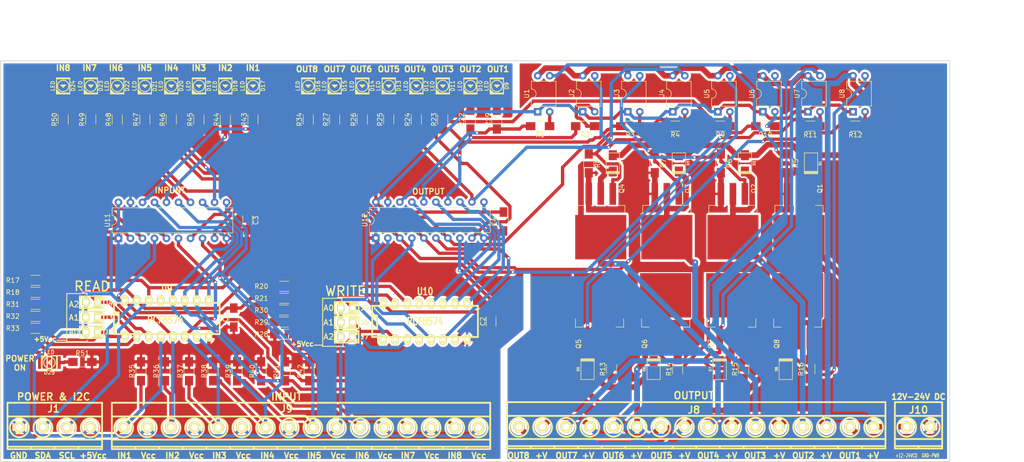
<source format=kicad_pcb>
(kicad_pcb (version 4) (host pcbnew 4.0.6)
  (title_block (title "Driver Vending 8 ptos") (date 2018-09-04) (rev V1.0))
  (layers (0 F.Cu signal) (31 B.Cu signal) (34 B.Paste user) (35 F.Paste user) (36 B.SilkS user) (37 F.SilkS user) (38 B.Mask user) (39 F.Mask user) (44 Edge.Cuts user))
  (net 0 "")
  (net 1 MOTOR_01-)
  (net 2 MOTOR_03-)
  (net 3 MOTOR_02-)
  (net 4 MOTOR_04-)
  (net 5 MOTOR_05-)
  (net 6 SIGNAL_03)
  (net 7 SIGNAL_01)
  (net 8 SIGNAL_02)
  (net 9 SIGNAL_04)
  (net 10 SIGNAL_05)
  (net 11 GND)
  (net 12 "Net-(Q1-Pad1)")
  (net 13 "Net-(Q2-Pad1)")
  (net 14 "Net-(Q3-Pad1)")
  (net 15 "Net-(Q4-Pad1)")
  (net 16 "Net-(Q5-Pad1)")
  (net 17 "Net-(R1-Pad1)")
  (net 18 "Net-(R2-Pad1)")
  (net 19 "Net-(R3-Pad1)")
  (net 20 Q1)
  (net 21 Q3)
  (net 22 Q2)
  (net 23 Q4)
  (net 24 Q5)
  (net 25 MOTOR_06-)
  (net 26 MOTOR_08-)
  (net 27 MOTOR_07-)
  (net 28 Q6)
  (net 29 Q7)
  (net 30 Q8)
  (net 31 S1)
  (net 32 S2)
  (net 33 S3)
  (net 34 S4)
  (net 35 S5)
  (net 36 S6)
  (net 37 S7)
  (net 38 S8)
  (net 39 +5Vcc)
  (net 40 SCL)
  (net 41 SDA)
  (net 42 IN08)
  (net 43 IN07)
  (net 44 IN06)
  (net 45 IN05)
  (net 46 IN04)
  (net 47 IN03)
  (net 48 IN02)
  (net 49 IN01)
  (net 50 GNDPWR)
  (net 51 "Net-(Q6-Pad1)")
  (net 52 "Net-(Q7-Pad1)")
  (net 53 "Net-(Q8-Pad1)")
  (net 54 "Net-(R4-Pad1)")
  (net 55 "Net-(R10-Pad1)")
  (net 56 "Net-(R11-Pad1)")
  (net 57 "Net-(R12-Pad1)")
  (net 58 SIGNAL_06)
  (net 59 SIGNAL_07)
  (net 60 SIGNAL_08)
  (net 61 "Net-(J2-Pad1)")
  (net 62 "Net-(J5-Pad1)")
  (net 63 "Net-(J6-Pad1)")
  (net 64 "Net-(J7-Pad1)")
  (net 65 "Net-(D25-Pad1)")
  (net 66 "Net-(J3-Pad1)")
  (net 67 "Net-(J4-Pad1)")
  (net 68 "Net-(R9-Pad1)")
  (net 69 +24V)
  (net 70 "Net-(D9-Pad2)")
  (net 71 "Net-(D10-Pad2)")
  (net 72 "Net-(D11-Pad2)")
  (net 73 "Net-(D12-Pad2)")
  (net 74 "Net-(D13-Pad2)")
  (net 75 "Net-(D14-Pad2)")
  (net 76 "Net-(D15-Pad2)")
  (net 77 "Net-(D16-Pad2)")
  (net 78 "Net-(D17-Pad2)")
  (net 79 "Net-(D18-Pad2)")
  (net 80 "Net-(D19-Pad2)")
  (net 81 "Net-(D20-Pad2)")
  (net 82 "Net-(D21-Pad2)")
  (net 83 "Net-(D22-Pad2)")
  (net 84 "Net-(D23-Pad2)")
  (net 85 "Net-(D24-Pad2)")
  (module w_smd_leds:Led_PLCC2_3528 (layer F.Cu) (at 125.476 53.594 270)
    (fp_text reference D11 (at 0 -2.10058 270) (layer F.SilkS) (effects (font (size 0.8001 0.8001) (thickness 0.14986))))
    (fp_text value LED (at 0 2.19964 270) (layer F.SilkS) (effects (font (size 0.8001 0.8001) (thickness 0.14986))))
    (pad 1 smd rect (at -1.4986 0 270) (size 1.79578 2.69748) (layers F.Cu F.Paste F.Mask) (net 11 GND))
    (pad 2 smd rect (at 1.4986 0 270) (size 1.79578 2.69748) (layers F.Cu F.Paste F.Mask) (net 72 "Net-(D11-Pad2)"))
  )
  (module w_smd_leds:Led_PLCC2_3528 (layer F.Cu) (at 131.318 53.594 270)
    (fp_text reference D10 (at 0 -2.10058 270) (layer F.SilkS) (effects (font (size 0.8001 0.8001) (thickness 0.14986))))
    (fp_text value LED (at 0 2.19964 270) (layer F.SilkS) (effects (font (size 0.8001 0.8001) (thickness 0.14986))))
    (pad 1 smd rect (at -1.4986 0 270) (size 1.79578 2.69748) (layers F.Cu F.Paste F.Mask) (net 11 GND))
    (pad 2 smd rect (at 1.4986 0 270) (size 1.79578 2.69748) (layers F.Cu F.Paste F.Mask) (net 71 "Net-(D10-Pad2)"))
  )
  (module w_smd_leds:Led_PLCC2_3528 (layer F.Cu) (at 119.888 53.594 270)
    (fp_text reference D12 (at 0 -2.10058 270) (layer F.SilkS) (effects (font (size 0.8001 0.8001) (thickness 0.14986))))
    (fp_text value LED (at 0 2.19964 270) (layer F.SilkS) (effects (font (size 0.8001 0.8001) (thickness 0.14986))))
    (pad 1 smd rect (at -1.4986 0 270) (size 1.79578 2.69748) (layers F.Cu F.Paste F.Mask) (net 11 GND))
    (pad 2 smd rect (at 1.4986 0 270) (size 1.79578 2.69748) (layers F.Cu F.Paste F.Mask) (net 73 "Net-(D12-Pad2)"))
  )
  (module w_smd_leds:Led_PLCC2_3528 (layer F.Cu) (at 114.046 53.594 270)
    (fp_text reference D13 (at 0 -2.10058 270) (layer F.SilkS) (effects (font (size 0.8001 0.8001) (thickness 0.14986))))
    (fp_text value LED (at 0 2.19964 270) (layer F.SilkS) (effects (font (size 0.8001 0.8001) (thickness 0.14986))))
    (pad 1 smd rect (at -1.4986 0 270) (size 1.79578 2.69748) (layers F.Cu F.Paste F.Mask) (net 11 GND))
    (pad 2 smd rect (at 1.4986 0 270) (size 1.79578 2.69748) (layers F.Cu F.Paste F.Mask) (net 74 "Net-(D13-Pad2)"))
  )
  (module Resistors_SMD:R_1206_HandSoldering (layer F.Cu) (at 91.8845 103.568 180)
    (fp_text reference R29 (at 4.7625 -0.064 180) (layer F.SilkS))
    (fp_text value 1K)
    (pad 1 smd rect (at -2 0 180) (size 2 1.7) (layers F.Cu F.Paste F.Mask) (net 63 "Net-(J6-Pad1)"))
    (pad 2 smd rect (at 2 0 180) (size 2 1.7) (layers F.Cu F.Paste F.Mask) (net 11 GND))
  )
  (module Resistors_SMD:R_1206_HandSoldering (layer F.Cu) (at 131.318 60.706 90)
    (fp_text reference R22 (at 0 -1.85 90) (layer F.SilkS))
    (fp_text value 330)
    (pad 1 smd rect (at -2 0 90) (size 2 1.7) (layers F.Cu F.Paste F.Mask) (net 22 Q2))
    (pad 2 smd rect (at 2 0 90) (size 2 1.7) (layers F.Cu F.Paste F.Mask) (net 71 "Net-(D10-Pad2)"))
  )
  (module Resistors_SMD:R_1206_HandSoldering (layer F.Cu) (at 91.948 106.172 180)
    (fp_text reference R28 (at 4.826 0 180) (layer F.SilkS))
    (fp_text value 1K)
    (pad 1 smd rect (at -2 0 180) (size 2 1.7) (layers F.Cu F.Paste F.Mask) (net 64 "Net-(J7-Pad1)"))
    (pad 2 smd rect (at 2 0 180) (size 2 1.7) (layers F.Cu F.Paste F.Mask) (net 11 GND))
  )
  (module Resistors_SMD:R_1206_HandSoldering (layer F.Cu) (at 91.8845 101.028 180)
    (fp_text reference R30 (at 4.7625 -0.064 180) (layer F.SilkS))
    (fp_text value 1K)
    (pad 1 smd rect (at -2 0 180) (size 2 1.7) (layers F.Cu F.Paste F.Mask) (net 62 "Net-(J5-Pad1)"))
    (pad 2 smd rect (at 2 0 180) (size 2 1.7) (layers F.Cu F.Paste F.Mask) (net 11 GND))
  )
  (module Resistors_SMD:R_1206_HandSoldering (layer F.Cu) (at 39.37 99.822 180)
    (fp_text reference R31 (at 4.826 0 180) (layer F.SilkS))
    (fp_text value 1K)
    (pad 1 smd rect (at -2 0 180) (size 2 1.7) (layers F.Cu F.Paste F.Mask) (net 67 "Net-(J4-Pad1)"))
    (pad 2 smd rect (at 2 0 180) (size 2 1.7) (layers F.Cu F.Paste F.Mask) (net 11 GND))
  )
  (module Housings_DIP:DIP-4_W7.62mm (layer F.Cu) (at 174.117 59.055 90)
    (fp_text reference U4 (at 3.81 -2.33 90) (layer F.SilkS))
    (fp_text value PC817)
    (pad 1 thru_hole rect (at 0 0 90) (size 1.6 1.6) (drill 0.8) (layers *.Cu *.Mask) (net 39 +5Vcc))
    (pad 3 thru_hole oval (at 7.62 2.54 90) (size 1.6 1.6) (drill 0.8) (layers *.Cu *.Mask) (net 15 "Net-(Q4-Pad1)"))
    (pad 2 thru_hole oval (at 0 2.54 90) (size 1.6 1.6) (drill 0.8) (layers *.Cu *.Mask) (net 54 "Net-(R4-Pad1)"))
    (pad 4 thru_hole oval (at 7.62 0 90) (size 1.6 1.6) (drill 0.8) (layers *.Cu *.Mask) (net 69 +24V))
  )
  (module Housings_DIP:DIP-4_W7.62mm (layer F.Cu) (at 155.067 59.055 90)
    (fp_text reference U2 (at 3.81 -2.33 90) (layer F.SilkS))
    (fp_text value PC817)
    (pad 1 thru_hole rect (at 0 0 90) (size 1.6 1.6) (drill 0.8) (layers *.Cu *.Mask) (net 39 +5Vcc))
    (pad 3 thru_hole oval (at 7.62 2.54 90) (size 1.6 1.6) (drill 0.8) (layers *.Cu *.Mask) (net 13 "Net-(Q2-Pad1)"))
    (pad 2 thru_hole oval (at 0 2.54 90) (size 1.6 1.6) (drill 0.8) (layers *.Cu *.Mask) (net 18 "Net-(R2-Pad1)"))
    (pad 4 thru_hole oval (at 7.62 0 90) (size 1.6 1.6) (drill 0.8) (layers *.Cu *.Mask) (net 69 +24V))
  )
  (module Housings_DIP:DIP-4_W7.62mm (layer F.Cu) (at 164.592 59.055 90)
    (fp_text reference U3 (at 3.81 -2.33 90) (layer F.SilkS))
    (fp_text value PC817)
    (pad 1 thru_hole rect (at 0 0 90) (size 1.6 1.6) (drill 0.8) (layers *.Cu *.Mask) (net 39 +5Vcc))
    (pad 3 thru_hole oval (at 7.62 2.54 90) (size 1.6 1.6) (drill 0.8) (layers *.Cu *.Mask) (net 14 "Net-(Q3-Pad1)"))
    (pad 2 thru_hole oval (at 0 2.54 90) (size 1.6 1.6) (drill 0.8) (layers *.Cu *.Mask) (net 19 "Net-(R3-Pad1)"))
    (pad 4 thru_hole oval (at 7.62 0 90) (size 1.6 1.6) (drill 0.8) (layers *.Cu *.Mask) (net 69 +24V))
  )
  (module Housings_DIP:DIP-4_W7.62mm (layer F.Cu) (at 145.542 59.055 90)
    (fp_text reference U1 (at 3.81 -2.33 90) (layer F.SilkS))
    (fp_text value PC817)
    (pad 1 thru_hole rect (at 0 0 90) (size 1.6 1.6) (drill 0.8) (layers *.Cu *.Mask) (net 39 +5Vcc))
    (pad 3 thru_hole oval (at 7.62 2.54 90) (size 1.6 1.6) (drill 0.8) (layers *.Cu *.Mask) (net 12 "Net-(Q1-Pad1)"))
    (pad 2 thru_hole oval (at 0 2.54 90) (size 1.6 1.6) (drill 0.8) (layers *.Cu *.Mask) (net 17 "Net-(R1-Pad1)"))
    (pad 4 thru_hole oval (at 7.62 0 90) (size 1.6 1.6) (drill 0.8) (layers *.Cu *.Mask) (net 69 +24V))
  )
  (module Housings_DIP:DIP-4_W7.62mm (layer F.Cu) (at 212.217 59.055 90)
    (fp_text reference U8 (at 3.81 -2.33 90) (layer F.SilkS))
    (fp_text value PC817)
    (pad 1 thru_hole rect (at 0 0 90) (size 1.6 1.6) (drill 0.8) (layers *.Cu *.Mask) (net 39 +5Vcc))
    (pad 3 thru_hole oval (at 7.62 2.54 90) (size 1.6 1.6) (drill 0.8) (layers *.Cu *.Mask) (net 53 "Net-(Q8-Pad1)"))
    (pad 2 thru_hole oval (at 0 2.54 90) (size 1.6 1.6) (drill 0.8) (layers *.Cu *.Mask) (net 57 "Net-(R12-Pad1)"))
    (pad 4 thru_hole oval (at 7.62 0 90) (size 1.6 1.6) (drill 0.8) (layers *.Cu *.Mask) (net 69 +24V))
  )
  (module Housings_DIP:DIP-20_W7.62mm (layer F.Cu) (at 111.315 85.788 90)
    (fp_text reference U12 (at 3.81 -2.33 90) (layer F.SilkS))
    (fp_text value 74LS244)
    (pad 1 thru_hole rect (at 0 0 90) (size 1.6 1.6) (drill 0.8) (layers *.Cu *.Mask) (net 11 GND))
    (pad 11 thru_hole oval (at 7.62 22.86 90) (size 1.6 1.6) (drill 0.8) (layers *.Cu *.Mask) (net 10 SIGNAL_05))
    (pad 2 thru_hole oval (at 0 2.54 90) (size 1.6 1.6) (drill 0.8) (layers *.Cu *.Mask) (net 7 SIGNAL_01))
    (pad 12 thru_hole oval (at 7.62 20.32 90) (size 1.6 1.6) (drill 0.8) (layers *.Cu *.Mask) (net 23 Q4))
    (pad 3 thru_hole oval (at 0 5.08 90) (size 1.6 1.6) (drill 0.8) (layers *.Cu *.Mask) (net 30 Q8))
    (pad 13 thru_hole oval (at 7.62 17.78 90) (size 1.6 1.6) (drill 0.8) (layers *.Cu *.Mask) (net 58 SIGNAL_06))
    (pad 4 thru_hole oval (at 0 7.62 90) (size 1.6 1.6) (drill 0.8) (layers *.Cu *.Mask) (net 8 SIGNAL_02))
    (pad 14 thru_hole oval (at 7.62 15.24 90) (size 1.6 1.6) (drill 0.8) (layers *.Cu *.Mask) (net 21 Q3))
    (pad 5 thru_hole oval (at 0 10.16 90) (size 1.6 1.6) (drill 0.8) (layers *.Cu *.Mask) (net 29 Q7))
    (pad 15 thru_hole oval (at 7.62 12.7 90) (size 1.6 1.6) (drill 0.8) (layers *.Cu *.Mask) (net 59 SIGNAL_07))
    (pad 6 thru_hole oval (at 0 12.7 90) (size 1.6 1.6) (drill 0.8) (layers *.Cu *.Mask) (net 6 SIGNAL_03))
    (pad 16 thru_hole oval (at 7.62 10.16 90) (size 1.6 1.6) (drill 0.8) (layers *.Cu *.Mask) (net 22 Q2))
    (pad 7 thru_hole oval (at 0 15.24 90) (size 1.6 1.6) (drill 0.8) (layers *.Cu *.Mask) (net 28 Q6))
    (pad 17 thru_hole oval (at 7.62 7.62 90) (size 1.6 1.6) (drill 0.8) (layers *.Cu *.Mask) (net 60 SIGNAL_08))
    (pad 8 thru_hole oval (at 0 17.78 90) (size 1.6 1.6) (drill 0.8) (layers *.Cu *.Mask) (net 9 SIGNAL_04))
    (pad 18 thru_hole oval (at 7.62 5.08 90) (size 1.6 1.6) (drill 0.8) (layers *.Cu *.Mask) (net 20 Q1))
    (pad 9 thru_hole oval (at 0 20.32 90) (size 1.6 1.6) (drill 0.8) (layers *.Cu *.Mask) (net 24 Q5))
    (pad 19 thru_hole oval (at 7.62 2.54 90) (size 1.6 1.6) (drill 0.8) (layers *.Cu *.Mask) (net 11 GND))
    (pad 10 thru_hole oval (at 0 22.86 90) (size 1.6 1.6) (drill 0.8) (layers *.Cu *.Mask) (net 11 GND))
    (pad 20 thru_hole oval (at 7.62 0 90) (size 1.6 1.6) (drill 0.8) (layers *.Cu *.Mask) (net 39 +5Vcc))
  )
  (module Resistors_SMD:R_1206_HandSoldering (layer F.Cu) (at 174.625 62.103 180)
    (fp_text reference R4 (at 0 -1.85 180) (layer F.SilkS))
    (fp_text value 470)
    (pad 1 smd rect (at -2 0 180) (size 2 1.7) (layers F.Cu F.Paste F.Mask) (net 54 "Net-(R4-Pad1)"))
    (pad 2 smd rect (at 2 0 180) (size 2 1.7) (layers F.Cu F.Paste F.Mask) (net 23 Q4))
  )
  (module Resistors_SMD:R_1206_HandSoldering (layer F.Cu) (at 155.575 62.103 180)
    (fp_text reference R2 (at 0 -1.85 180) (layer F.SilkS))
    (fp_text value 470)
    (pad 1 smd rect (at -2 0 180) (size 2 1.7) (layers F.Cu F.Paste F.Mask) (net 18 "Net-(R2-Pad1)"))
    (pad 2 smd rect (at 2 0 180) (size 2 1.7) (layers F.Cu F.Paste F.Mask) (net 22 Q2))
  )
  (module Resistors_SMD:R_1206_HandSoldering (layer F.Cu) (at 165.1 62.103 180)
    (fp_text reference R3 (at 0 -1.85 180) (layer F.SilkS))
    (fp_text value 470)
    (pad 1 smd rect (at -2 0 180) (size 2 1.7) (layers F.Cu F.Paste F.Mask) (net 19 "Net-(R3-Pad1)"))
    (pad 2 smd rect (at 2 0 180) (size 2 1.7) (layers F.Cu F.Paste F.Mask) (net 21 Q3))
  )
  (module Resistors_SMD:R_1206_HandSoldering (layer F.Cu) (at 156.337 69.977 270)
    (fp_text reference R8 (at 0 -1.85 270) (layer F.SilkS))
    (fp_text value 10K)
    (pad 1 smd rect (at -2 0 270) (size 2 1.7) (layers F.Cu F.Paste F.Mask) (net 15 "Net-(Q4-Pad1)"))
    (pad 2 smd rect (at 2 0 270) (size 2 1.7) (layers F.Cu F.Paste F.Mask) (net 50 GNDPWR))
  )
  (module Resistors_SMD:R_1206_HandSoldering (layer F.Cu) (at 184.277 69.977 270)
    (fp_text reference R6 (at 0 -1.85 270) (layer F.SilkS))
    (fp_text value 10K)
    (pad 1 smd rect (at -2 0 270) (size 2 1.7) (layers F.Cu F.Paste F.Mask) (net 13 "Net-(Q2-Pad1)"))
    (pad 2 smd rect (at 2 0 270) (size 2 1.7) (layers F.Cu F.Paste F.Mask) (net 50 GNDPWR))
  )
  (module Resistors_SMD:R_1206_HandSoldering (layer F.Cu) (at 170.307 69.977 270)
    (fp_text reference R7 (at 0 -1.85 270) (layer F.SilkS))
    (fp_text value 10K)
    (pad 1 smd rect (at -2 0 270) (size 2 1.7) (layers F.Cu F.Paste F.Mask) (net 14 "Net-(Q3-Pad1)"))
    (pad 2 smd rect (at 2 0 270) (size 2 1.7) (layers F.Cu F.Paste F.Mask) (net 50 GNDPWR))
  )
  (module Resistors_SMD:R_1206_HandSoldering (layer F.Cu) (at 146.05 62.103 180)
    (fp_text reference R1 (at 0 -1.85 180) (layer F.SilkS))
    (fp_text value 470)
    (pad 1 smd rect (at -2 0 180) (size 2 1.7) (layers F.Cu F.Paste F.Mask) (net 17 "Net-(R1-Pad1)"))
    (pad 2 smd rect (at 2 0 180) (size 2 1.7) (layers F.Cu F.Paste F.Mask) (net 20 Q1))
  )
  (module Resistors_SMD:R_1206_HandSoldering (layer F.Cu) (at 212.725 62.103 180)
    (fp_text reference R12 (at 0 -1.85 180) (layer F.SilkS))
    (fp_text value 470)
    (pad 1 smd rect (at -2 0 180) (size 2 1.7) (layers F.Cu F.Paste F.Mask) (net 57 "Net-(R12-Pad1)"))
    (pad 2 smd rect (at 2 0 180) (size 2 1.7) (layers F.Cu F.Paste F.Mask) (net 30 Q8))
  )
  (module Resistors_SMD:R_1206_HandSoldering (layer F.Cu) (at 198.247 69.977 270)
    (fp_text reference R5 (at 0 -1.85 270) (layer F.SilkS))
    (fp_text value 10K)
    (pad 1 smd rect (at -2 0 270) (size 2 1.7) (layers F.Cu F.Paste F.Mask) (net 12 "Net-(Q1-Pad1)"))
    (pad 2 smd rect (at 2 0 270) (size 2 1.7) (layers F.Cu F.Paste F.Mask) (net 50 GNDPWR))
  )
  (module Resistors_SMD:R_1206_HandSoldering (layer F.Cu) (at 203.073 113.538 90)
    (fp_text reference R16 (at 0 -1.85 90) (layer F.SilkS))
    (fp_text value 10K)
    (pad 1 smd rect (at -2 0 90) (size 2 1.7) (layers F.Cu F.Paste F.Mask) (net 53 "Net-(Q8-Pad1)"))
    (pad 2 smd rect (at 2 0 90) (size 2 1.7) (layers F.Cu F.Paste F.Mask) (net 50 GNDPWR))
  )
  (module w_smd_diode:do214ac (layer F.Cu) (at 161.417 69.977 270)
    (fp_text reference D4 (at 0 -1.9685 270) (layer F.SilkS) (effects (font (size 0.50038 0.50038) (thickness 0.11938))))
    (fp_text value D hide)
    (pad 2 smd rect (at 1.72974 0 270) (size 2.10058 1.69926) (layers F.Cu F.Paste F.Mask) (net 4 MOTOR_04-))
    (pad 1 smd rect (at -1.72974 0 270) (size 2.10058 1.69926) (layers F.Cu F.Paste F.Mask) (net 69 +24V))
  )
  (module w_smd_diode:do214ac (layer F.Cu) (at 189.357 69.977 270)
    (fp_text reference D2 (at 0 -1.9685 270) (layer F.SilkS) (effects (font (size 0.50038 0.50038) (thickness 0.11938))))
    (fp_text value D hide)
    (pad 2 smd rect (at 1.72974 0 270) (size 2.10058 1.69926) (layers F.Cu F.Paste F.Mask) (net 3 MOTOR_02-))
    (pad 1 smd rect (at -1.72974 0 270) (size 2.10058 1.69926) (layers F.Cu F.Paste F.Mask) (net 69 +24V))
  )
  (module w_smd_diode:do214ac (layer F.Cu) (at 175.387 69.977 270)
    (fp_text reference D3 (at 0 -1.9685 270) (layer F.SilkS) (effects (font (size 0.50038 0.50038) (thickness 0.11938))))
    (fp_text value D hide)
    (pad 2 smd rect (at 1.72974 0 270) (size 2.10058 1.69926) (layers F.Cu F.Paste F.Mask) (net 2 MOTOR_03-))
    (pad 1 smd rect (at -1.72974 0 270) (size 2.10058 1.69926) (layers F.Cu F.Paste F.Mask) (net 69 +24V))
  )
  (module w_smd_diode:do214ac (layer F.Cu) (at 203.327 69.977 270)
    (fp_text reference D1 (at 0 -1.9685 270) (layer F.SilkS) (effects (font (size 0.50038 0.50038) (thickness 0.11938))))
    (fp_text value D hide)
    (pad 2 smd rect (at 1.72974 0 270) (size 2.10058 1.69926) (layers F.Cu F.Paste F.Mask) (net 1 MOTOR_01-))
    (pad 1 smd rect (at -1.72974 0 270) (size 2.10058 1.69926) (layers F.Cu F.Paste F.Mask) (net 69 +24V))
  )
  (module w_smd_diode:do214ac (layer F.Cu) (at 197.993 113.538 90)
    (fp_text reference D8 (at 0 -1.9685 90) (layer F.SilkS) (effects (font (size 0.50038 0.50038) (thickness 0.11938))))
    (fp_text value D hide)
    (pad 2 smd rect (at 1.72974 0 90) (size 2.10058 1.69926) (layers F.Cu F.Paste F.Mask) (net 26 MOTOR_08-))
    (pad 1 smd rect (at -1.72974 0 90) (size 2.10058 1.69926) (layers F.Cu F.Paste F.Mask) (net 69 +24V))
  )
  (module TO_SOT_Packages_SMD:TO-263-3Lead (layer F.Cu) (at 158.877 81.026 270)
    (fp_text reference Q4 (at -5.715 -4.445 450) (layer F.SilkS))
    (fp_text value IRF540N)
    (pad 2 smd rect (at -4.58 0 270) (size 4.6 1.39) (layers F.Cu F.Paste F.Mask) (net 4 MOTOR_04-))
    (pad 2 smd rect (at 4.58 0 270) (size 9.4 10.8) (layers F.Cu F.Paste F.Mask) (net 4 MOTOR_04-))
    (pad 3 smd rect (at -4.58 2.54 270) (size 4.6 1.39) (layers F.Cu F.Paste F.Mask) (net 50 GNDPWR))
    (pad 1 smd rect (at -4.58 -2.54 270) (size 4.6 1.39) (layers F.Cu F.Paste F.Mask) (net 15 "Net-(Q4-Pad1)"))
  )
  (module TO_SOT_Packages_SMD:TO-263-3Lead (layer F.Cu) (at 186.817 81.026 270)
    (fp_text reference Q2 (at -5.715 -4.445 450) (layer F.SilkS))
    (fp_text value IRF540N)
    (pad 2 smd rect (at -4.58 0 270) (size 4.6 1.39) (layers F.Cu F.Paste F.Mask) (net 3 MOTOR_02-))
    (pad 2 smd rect (at 4.58 0 270) (size 9.4 10.8) (layers F.Cu F.Paste F.Mask) (net 3 MOTOR_02-))
    (pad 3 smd rect (at -4.58 2.54 270) (size 4.6 1.39) (layers F.Cu F.Paste F.Mask) (net 50 GNDPWR))
    (pad 1 smd rect (at -4.58 -2.54 270) (size 4.6 1.39) (layers F.Cu F.Paste F.Mask) (net 13 "Net-(Q2-Pad1)"))
  )
  (module TO_SOT_Packages_SMD:TO-263-3Lead (layer F.Cu) (at 172.847 81.026 270)
    (fp_text reference Q3 (at -5.715 -4.445 450) (layer F.SilkS))
    (fp_text value IRF540N)
    (pad 2 smd rect (at -4.58 0 270) (size 4.6 1.39) (layers F.Cu F.Paste F.Mask) (net 2 MOTOR_03-))
    (pad 2 smd rect (at 4.58 0 270) (size 9.4 10.8) (layers F.Cu F.Paste F.Mask) (net 2 MOTOR_03-))
    (pad 3 smd rect (at -4.58 2.54 270) (size 4.6 1.39) (layers F.Cu F.Paste F.Mask) (net 50 GNDPWR))
    (pad 1 smd rect (at -4.58 -2.54 270) (size 4.6 1.39) (layers F.Cu F.Paste F.Mask) (net 14 "Net-(Q3-Pad1)"))
  )
  (module TO_SOT_Packages_SMD:TO-263-3Lead (layer F.Cu) (at 200.787 81.026 270)
    (fp_text reference Q1 (at -5.715 -4.445 450) (layer F.SilkS))
    (fp_text value IRF540N)
    (pad 2 smd rect (at -4.58 0 270) (size 4.6 1.39) (layers F.Cu F.Paste F.Mask) (net 1 MOTOR_01-))
    (pad 2 smd rect (at 4.58 0 270) (size 9.4 10.8) (layers F.Cu F.Paste F.Mask) (net 1 MOTOR_01-))
    (pad 3 smd rect (at -4.58 2.54 270) (size 4.6 1.39) (layers F.Cu F.Paste F.Mask) (net 50 GNDPWR))
    (pad 1 smd rect (at -4.58 -2.54 270) (size 4.6 1.39) (layers F.Cu F.Paste F.Mask) (net 12 "Net-(Q1-Pad1)"))
  )
  (module TO_SOT_Packages_SMD:TO-263-3Lead (layer F.Cu) (at 200.533 102.489 90)
    (fp_text reference Q8 (at -5.715 -4.445 270) (layer F.SilkS))
    (fp_text value IRF540N)
    (pad 2 smd rect (at -4.58 0 90) (size 4.6 1.39) (layers F.Cu F.Paste F.Mask) (net 26 MOTOR_08-))
    (pad 2 smd rect (at 4.58 0 90) (size 9.4 10.8) (layers F.Cu F.Paste F.Mask) (net 26 MOTOR_08-))
    (pad 3 smd rect (at -4.58 2.54 90) (size 4.6 1.39) (layers F.Cu F.Paste F.Mask) (net 50 GNDPWR))
    (pad 1 smd rect (at -4.58 -2.54 90) (size 4.6 1.39) (layers F.Cu F.Paste F.Mask) (net 53 "Net-(Q8-Pad1)"))
  )
  (module w_smd_diode:do214ac (layer F.Cu) (at 170.053 113.538 90)
    (fp_text reference D6 (at 0 -1.9685 90) (layer F.SilkS) (effects (font (size 0.50038 0.50038) (thickness 0.11938))))
    (fp_text value D hide)
    (pad 2 smd rect (at 1.72974 0 90) (size 2.10058 1.69926) (layers F.Cu F.Paste F.Mask) (net 25 MOTOR_06-))
    (pad 1 smd rect (at -1.72974 0 90) (size 2.10058 1.69926) (layers F.Cu F.Paste F.Mask) (net 69 +24V))
  )
  (module w_smd_diode:do214ac (layer F.Cu) (at 184.023 113.538 90)
    (fp_text reference D7 (at 0 -1.9685 90) (layer F.SilkS) (effects (font (size 0.50038 0.50038) (thickness 0.11938))))
    (fp_text value D hide)
    (pad 2 smd rect (at 1.72974 0 90) (size 2.10058 1.69926) (layers F.Cu F.Paste F.Mask) (net 27 MOTOR_07-))
    (pad 1 smd rect (at -1.72974 0 90) (size 2.10058 1.69926) (layers F.Cu F.Paste F.Mask) (net 69 +24V))
  )
  (module w_smd_leds:Led_PLCC2_3528 (layer F.Cu) (at 108.458 53.594 270)
    (fp_text reference D14 (at 0 -2.10058 270) (layer F.SilkS) (effects (font (size 0.8001 0.8001) (thickness 0.14986))))
    (fp_text value LED (at 0 2.19964 270) (layer F.SilkS) (effects (font (size 0.8001 0.8001) (thickness 0.14986))))
    (pad 1 smd rect (at -1.4986 0 270) (size 1.79578 2.69748) (layers F.Cu F.Paste F.Mask) (net 11 GND))
    (pad 2 smd rect (at 1.4986 0 270) (size 1.79578 2.69748) (layers F.Cu F.Paste F.Mask) (net 75 "Net-(D14-Pad2)"))
  )
  (module w_smd_leds:Led_PLCC2_3528 (layer F.Cu) (at 102.616 53.594 270)
    (fp_text reference D15 (at 0 -2.10058 270) (layer F.SilkS) (effects (font (size 0.8001 0.8001) (thickness 0.14986))))
    (fp_text value LED (at 0 2.19964 270) (layer F.SilkS) (effects (font (size 0.8001 0.8001) (thickness 0.14986))))
    (pad 1 smd rect (at -1.4986 0 270) (size 1.79578 2.69748) (layers F.Cu F.Paste F.Mask) (net 11 GND))
    (pad 2 smd rect (at 1.4986 0 270) (size 1.79578 2.69748) (layers F.Cu F.Paste F.Mask) (net 76 "Net-(D15-Pad2)"))
  )
  (module w_smd_leds:Led_PLCC2_3528 (layer F.Cu) (at 97.028 53.594 270)
    (fp_text reference D16 (at 0 -2.10058 270) (layer F.SilkS) (effects (font (size 0.8001 0.8001) (thickness 0.14986))))
    (fp_text value LED (at 0 2.19964 270) (layer F.SilkS) (effects (font (size 0.8001 0.8001) (thickness 0.14986))))
    (pad 1 smd rect (at -1.4986 0 270) (size 1.79578 2.69748) (layers F.Cu F.Paste F.Mask) (net 11 GND))
    (pad 2 smd rect (at 1.4986 0 270) (size 1.79578 2.69748) (layers F.Cu F.Paste F.Mask) (net 77 "Net-(D16-Pad2)"))
  )
  (module w_smd_leds:Led_PLCC2_3528 (layer F.Cu) (at 85.344 53.594 270)
    (fp_text reference D17 (at 0 -2.10058 270) (layer F.SilkS) (effects (font (size 0.8001 0.8001) (thickness 0.14986))))
    (fp_text value LED (at 0 2.19964 270) (layer F.SilkS) (effects (font (size 0.8001 0.8001) (thickness 0.14986))))
    (pad 1 smd rect (at -1.4986 0 270) (size 1.79578 2.69748) (layers F.Cu F.Paste F.Mask) (net 11 GND))
    (pad 2 smd rect (at 1.4986 0 270) (size 1.79578 2.69748) (layers F.Cu F.Paste F.Mask) (net 78 "Net-(D17-Pad2)"))
  )
  (module w_smd_leds:Led_PLCC2_3528 (layer F.Cu) (at 79.502 53.594 270)
    (fp_text reference D18 (at 0 -2.10058 270) (layer F.SilkS) (effects (font (size 0.8001 0.8001) (thickness 0.14986))))
    (fp_text value LED (at 0 2.19964 270) (layer F.SilkS) (effects (font (size 0.8001 0.8001) (thickness 0.14986))))
    (pad 1 smd rect (at -1.4986 0 270) (size 1.79578 2.69748) (layers F.Cu F.Paste F.Mask) (net 11 GND))
    (pad 2 smd rect (at 1.4986 0 270) (size 1.79578 2.69748) (layers F.Cu F.Paste F.Mask) (net 79 "Net-(D18-Pad2)"))
  )
  (module w_smd_leds:Led_PLCC2_3528 (layer F.Cu) (at 73.914 53.594 270)
    (fp_text reference D19 (at 0 -2.10058 270) (layer F.SilkS) (effects (font (size 0.8001 0.8001) (thickness 0.14986))))
    (fp_text value LED (at 0 2.19964 270) (layer F.SilkS) (effects (font (size 0.8001 0.8001) (thickness 0.14986))))
    (pad 1 smd rect (at -1.4986 0 270) (size 1.79578 2.69748) (layers F.Cu F.Paste F.Mask) (net 11 GND))
    (pad 2 smd rect (at 1.4986 0 270) (size 1.79578 2.69748) (layers F.Cu F.Paste F.Mask) (net 80 "Net-(D19-Pad2)"))
  )
  (module w_smd_leds:Led_PLCC2_3528 (layer F.Cu) (at 68.072 53.594 270)
    (fp_text reference D20 (at 0 -2.10058 270) (layer F.SilkS) (effects (font (size 0.8001 0.8001) (thickness 0.14986))))
    (fp_text value LED (at 0 2.19964 270) (layer F.SilkS) (effects (font (size 0.8001 0.8001) (thickness 0.14986))))
    (pad 1 smd rect (at -1.4986 0 270) (size 1.79578 2.69748) (layers F.Cu F.Paste F.Mask) (net 11 GND))
    (pad 2 smd rect (at 1.4986 0 270) (size 1.79578 2.69748) (layers F.Cu F.Paste F.Mask) (net 81 "Net-(D20-Pad2)"))
  )
  (module w_smd_leds:Led_PLCC2_3528 (layer F.Cu) (at 62.484 53.594 270)
    (fp_text reference D21 (at 0 -2.10058 270) (layer F.SilkS) (effects (font (size 0.8001 0.8001) (thickness 0.14986))))
    (fp_text value LED (at 0 2.19964 270) (layer F.SilkS) (effects (font (size 0.8001 0.8001) (thickness 0.14986))))
    (pad 1 smd rect (at -1.4986 0 270) (size 1.79578 2.69748) (layers F.Cu F.Paste F.Mask) (net 11 GND))
    (pad 2 smd rect (at 1.4986 0 270) (size 1.79578 2.69748) (layers F.Cu F.Paste F.Mask) (net 82 "Net-(D21-Pad2)"))
  )
  (module w_smd_leds:Led_PLCC2_3528 (layer F.Cu) (at 56.642 53.594 270)
    (fp_text reference D22 (at 0 -2.10058 270) (layer F.SilkS) (effects (font (size 0.8001 0.8001) (thickness 0.14986))))
    (fp_text value LED (at 0 2.19964 270) (layer F.SilkS) (effects (font (size 0.8001 0.8001) (thickness 0.14986))))
    (pad 1 smd rect (at -1.4986 0 270) (size 1.79578 2.69748) (layers F.Cu F.Paste F.Mask) (net 11 GND))
    (pad 2 smd rect (at 1.4986 0 270) (size 1.79578 2.69748) (layers F.Cu F.Paste F.Mask) (net 83 "Net-(D22-Pad2)"))
  )
  (module w_smd_leds:Led_PLCC2_3528 (layer F.Cu) (at 51.054 53.594 270)
    (fp_text reference D23 (at 0 -2.10058 270) (layer F.SilkS) (effects (font (size 0.8001 0.8001) (thickness 0.14986))))
    (fp_text value LED (at 0 2.19964 270) (layer F.SilkS) (effects (font (size 0.8001 0.8001) (thickness 0.14986))))
    (pad 1 smd rect (at -1.4986 0 270) (size 1.79578 2.69748) (layers F.Cu F.Paste F.Mask) (net 11 GND))
    (pad 2 smd rect (at 1.4986 0 270) (size 1.79578 2.69748) (layers F.Cu F.Paste F.Mask) (net 84 "Net-(D23-Pad2)"))
  )
  (module w_smd_leds:Led_PLCC2_3528 (layer F.Cu) (at 45.212 53.594 270)
    (fp_text reference D24 (at 0 -2.10058 270) (layer F.SilkS) (effects (font (size 0.8001 0.8001) (thickness 0.14986))))
    (fp_text value LED (at 0 2.19964 270) (layer F.SilkS) (effects (font (size 0.8001 0.8001) (thickness 0.14986))))
    (pad 1 smd rect (at -1.4986 0 270) (size 1.79578 2.69748) (layers F.Cu F.Paste F.Mask) (net 11 GND))
    (pad 2 smd rect (at 1.4986 0 270) (size 1.79578 2.69748) (layers F.Cu F.Paste F.Mask) (net 85 "Net-(D24-Pad2)"))
  )
  (module w_conn_mkds:mkds_1,5-4 (layer F.Cu) (at 43.434 125.857)
    (fp_text reference J1 (at -0.254 -3.937) (layer F.SilkS) (effects (font (size 1.5 1.5) (thickness 0.3))))
    (fp_text value "POWER & I2C" (at -0.254 -6.477) (layer F.SilkS) (effects (font (size 1.5 1.5) (thickness 0.3))))
    (pad 4 thru_hole circle (at 7.5 0) (size 2.5 2.5) (drill 1.3) (layers *.Cu *.Mask F.SilkS) (net 39 +5Vcc))
    (pad 3 thru_hole circle (at 2.5 0) (size 2.5 2.5) (drill 1.3) (layers *.Cu *.Mask F.SilkS) (net 40 SCL))
    (pad 1 thru_hole circle (at -7.5 0) (size 2.5 2.5) (drill 1.3) (layers *.Cu *.Mask F.SilkS) (net 11 GND))
    (pad 2 thru_hole circle (at -2.5 0) (size 2.5 2.5) (drill 1.3) (layers *.Cu *.Mask F.SilkS) (net 41 SDA))
  )
  (module w_pin_strip:pin_strip_2 (layer F.Cu) (at 51.2445 105.728 180)
    (fp_text reference J2 (at -3.6195 0.064 180) (layer F.SilkS) (effects (font (size 1.016 1.016) (thickness 0.2032))))
    (fp_text value A0 (at 3.7465 0.064 180) (layer F.SilkS) (effects (font (size 1.2 1.2) (thickness 0.2032))))
    (pad 1 thru_hole rect (at -1.27 0 180) (size 1.524 2.19964) (drill 1.00076) (layers *.Cu *.Mask F.SilkS) (net 61 "Net-(J2-Pad1)"))
    (pad 2 thru_hole oval (at 1.27 0 180) (size 1.524 2.19964) (drill 1.00076) (layers *.Cu *.Mask F.SilkS) (net 39 +5Vcc))
  )
  (module w_pin_strip:pin_strip_2 (layer F.Cu) (at 105.156 100.584 180)
    (fp_text reference J5 (at -3.81 0 180) (layer F.SilkS) (effects (font (size 1.016 1.016) (thickness 0.2032))))
    (fp_text value A0 (at 3.81 0 180) (layer F.SilkS) (effects (font (size 1.2 1.2) (thickness 0.2032))))
    (pad 1 thru_hole rect (at -1.27 0 180) (size 1.524 2.19964) (drill 1.00076) (layers *.Cu *.Mask F.SilkS) (net 62 "Net-(J5-Pad1)"))
    (pad 2 thru_hole oval (at 1.27 0 180) (size 1.524 2.19964) (drill 1.00076) (layers *.Cu *.Mask F.SilkS) (net 39 +5Vcc))
  )
  (module w_pin_strip:pin_strip_2 (layer F.Cu) (at 105.156 103.632 180)
    (fp_text reference J6 (at -3.81 0 180) (layer F.SilkS) (effects (font (size 1.016 1.016) (thickness 0.2032))))
    (fp_text value A1 (at 3.81 0 180) (layer F.SilkS) (effects (font (size 1.2 1.2) (thickness 0.2032))))
    (pad 1 thru_hole rect (at -1.27 0 180) (size 1.524 2.19964) (drill 1.00076) (layers *.Cu *.Mask F.SilkS) (net 63 "Net-(J6-Pad1)"))
    (pad 2 thru_hole oval (at 1.27 0 180) (size 1.524 2.19964) (drill 1.00076) (layers *.Cu *.Mask F.SilkS) (net 39 +5Vcc))
  )
  (module w_pin_strip:pin_strip_2 (layer F.Cu) (at 105.156 106.68 180)
    (fp_text reference J7 (at -3.81 0 180) (layer F.SilkS) (effects (font (size 1.016 1.016) (thickness 0.2032))))
    (fp_text value A2 (at 3.81 0 180) (layer F.SilkS) (effects (font (size 1.2 1.2) (thickness 0.2032))))
    (pad 1 thru_hole rect (at -1.27 0 180) (size 1.524 2.19964) (drill 1.00076) (layers *.Cu *.Mask F.SilkS) (net 64 "Net-(J7-Pad1)"))
    (pad 2 thru_hole oval (at 1.27 0 180) (size 1.524 2.19964) (drill 1.00076) (layers *.Cu *.Mask F.SilkS) (net 39 +5Vcc))
  )
  (module w_conn_mkds:mkds_1,5-2 (layer F.Cu) (at 226.06 125.73)
    (fp_text reference J10 (at 0 -3.556) (layer F.SilkS) (effects (font (size 1.5 1.5) (thickness 0.3))))
    (fp_text value "12V-24V DC" (at 0 -6.35) (layer F.SilkS) (effects (font (size 1.2 1.2) (thickness 0.3))))
    (pad 1 thru_hole circle (at -2.5 0) (size 2.5 2.5) (drill 1.3) (layers *.Cu *.Mask F.SilkS) (net 69 +24V))
    (pad 2 thru_hole circle (at 2.5 0) (size 2.5 2.5) (drill 1.3) (layers *.Cu *.Mask F.SilkS) (net 50 GNDPWR))
  )
  (module TO_SOT_Packages_SMD:TO-263-3Lead (layer F.Cu) (at 158.623 102.489 90)
    (fp_text reference Q5 (at -5.715 -4.445 270) (layer F.SilkS))
    (fp_text value IRF540N)
    (pad 2 smd rect (at -4.58 0 90) (size 4.6 1.39) (layers F.Cu F.Paste F.Mask) (net 5 MOTOR_05-))
    (pad 2 smd rect (at 4.58 0 90) (size 9.4 10.8) (layers F.Cu F.Paste F.Mask) (net 5 MOTOR_05-))
    (pad 3 smd rect (at -4.58 2.54 90) (size 4.6 1.39) (layers F.Cu F.Paste F.Mask) (net 50 GNDPWR))
    (pad 1 smd rect (at -4.58 -2.54 90) (size 4.6 1.39) (layers F.Cu F.Paste F.Mask) (net 16 "Net-(Q5-Pad1)"))
  )
  (module TO_SOT_Packages_SMD:TO-263-3Lead (layer F.Cu) (at 172.593 102.489 90)
    (fp_text reference Q6 (at -5.715 -4.445 270) (layer F.SilkS))
    (fp_text value IRF540N)
    (pad 2 smd rect (at -4.58 0 90) (size 4.6 1.39) (layers F.Cu F.Paste F.Mask) (net 25 MOTOR_06-))
    (pad 2 smd rect (at 4.58 0 90) (size 9.4 10.8) (layers F.Cu F.Paste F.Mask) (net 25 MOTOR_06-))
    (pad 3 smd rect (at -4.58 2.54 90) (size 4.6 1.39) (layers F.Cu F.Paste F.Mask) (net 50 GNDPWR))
    (pad 1 smd rect (at -4.58 -2.54 90) (size 4.6 1.39) (layers F.Cu F.Paste F.Mask) (net 51 "Net-(Q6-Pad1)"))
  )
  (module TO_SOT_Packages_SMD:TO-263-3Lead (layer F.Cu) (at 186.563 102.489 90)
    (fp_text reference Q7 (at -5.715 -4.445 270) (layer F.SilkS))
    (fp_text value IRF540N)
    (pad 2 smd rect (at -4.58 0 90) (size 4.6 1.39) (layers F.Cu F.Paste F.Mask) (net 27 MOTOR_07-))
    (pad 2 smd rect (at 4.58 0 90) (size 9.4 10.8) (layers F.Cu F.Paste F.Mask) (net 27 MOTOR_07-))
    (pad 3 smd rect (at -4.58 2.54 90) (size 4.6 1.39) (layers F.Cu F.Paste F.Mask) (net 50 GNDPWR))
    (pad 1 smd rect (at -4.58 -2.54 90) (size 4.6 1.39) (layers F.Cu F.Paste F.Mask) (net 52 "Net-(Q7-Pad1)"))
  )
  (module Resistors_SMD:R_1206_HandSoldering (layer F.Cu) (at 184.15 62.103 180)
    (fp_text reference R9 (at 0 -1.85 180) (layer F.SilkS))
    (fp_text value 470)
    (pad 1 smd rect (at -2 0 180) (size 2 1.7) (layers F.Cu F.Paste F.Mask) (net 68 "Net-(R9-Pad1)"))
    (pad 2 smd rect (at 2 0 180) (size 2 1.7) (layers F.Cu F.Paste F.Mask) (net 24 Q5))
  )
  (module Resistors_SMD:R_1206_HandSoldering (layer F.Cu) (at 193.675 62.103 180)
    (fp_text reference R10 (at 0 -1.85 180) (layer F.SilkS))
    (fp_text value 470)
    (pad 1 smd rect (at -2 0 180) (size 2 1.7) (layers F.Cu F.Paste F.Mask) (net 55 "Net-(R10-Pad1)"))
    (pad 2 smd rect (at 2 0 180) (size 2 1.7) (layers F.Cu F.Paste F.Mask) (net 28 Q6))
  )
  (module Resistors_SMD:R_1206_HandSoldering (layer F.Cu) (at 203.2 62.103 180)
    (fp_text reference R11 (at 0 -1.85 180) (layer F.SilkS))
    (fp_text value 470)
    (pad 1 smd rect (at -2 0 180) (size 2 1.7) (layers F.Cu F.Paste F.Mask) (net 56 "Net-(R11-Pad1)"))
    (pad 2 smd rect (at 2 0 180) (size 2 1.7) (layers F.Cu F.Paste F.Mask) (net 29 Q7))
  )
  (module Resistors_SMD:R_1206_HandSoldering (layer F.Cu) (at 161.163 113.538 90)
    (fp_text reference R13 (at 0 -1.85 90) (layer F.SilkS))
    (fp_text value 10K)
    (pad 1 smd rect (at -2 0 90) (size 2 1.7) (layers F.Cu F.Paste F.Mask) (net 16 "Net-(Q5-Pad1)"))
    (pad 2 smd rect (at 2 0 90) (size 2 1.7) (layers F.Cu F.Paste F.Mask) (net 50 GNDPWR))
  )
  (module Resistors_SMD:R_1206_HandSoldering (layer F.Cu) (at 175.133 113.538 90)
    (fp_text reference R14 (at 0 -1.85 90) (layer F.SilkS))
    (fp_text value 10K)
    (pad 1 smd rect (at -2 0 90) (size 2 1.7) (layers F.Cu F.Paste F.Mask) (net 51 "Net-(Q6-Pad1)"))
    (pad 2 smd rect (at 2 0 90) (size 2 1.7) (layers F.Cu F.Paste F.Mask) (net 50 GNDPWR))
  )
  (module Resistors_SMD:R_1206_HandSoldering (layer F.Cu) (at 189.103 113.538 90)
    (fp_text reference R15 (at 0 -1.85 90) (layer F.SilkS))
    (fp_text value 10K)
    (pad 1 smd rect (at -2 0 90) (size 2 1.7) (layers F.Cu F.Paste F.Mask) (net 52 "Net-(Q7-Pad1)"))
    (pad 2 smd rect (at 2 0 90) (size 2 1.7) (layers F.Cu F.Paste F.Mask) (net 50 GNDPWR))
  )
  (module Resistors_SMD:R_1206_HandSoldering (layer F.Cu) (at 39.37 94.742)
    (fp_text reference R17 (at -4.826 0) (layer F.SilkS))
    (fp_text value 10K)
    (pad 1 smd rect (at -2 0) (size 2 1.7) (layers F.Cu F.Paste F.Mask) (net 39 +5Vcc))
    (pad 2 smd rect (at 2 0) (size 2 1.7) (layers F.Cu F.Paste F.Mask) (net 40 SCL))
  )
  (module Resistors_SMD:R_1206_HandSoldering (layer F.Cu) (at 39.37 97.282)
    (fp_text reference R18 (at -4.826 0) (layer F.SilkS))
    (fp_text value 10K)
    (pad 1 smd rect (at -2 0) (size 2 1.7) (layers F.Cu F.Paste F.Mask) (net 39 +5Vcc))
    (pad 2 smd rect (at 2 0) (size 2 1.7) (layers F.Cu F.Paste F.Mask) (net 41 SDA))
  )
  (module Resistors_SMD:R_1206_HandSoldering (layer F.Cu) (at 136.906 60.706 90)
    (fp_text reference R19 (at 0 -1.85 90) (layer F.SilkS))
    (fp_text value 330)
    (pad 1 smd rect (at -2 0 90) (size 2 1.7) (layers F.Cu F.Paste F.Mask) (net 20 Q1))
    (pad 2 smd rect (at 2 0 90) (size 2 1.7) (layers F.Cu F.Paste F.Mask) (net 70 "Net-(D9-Pad2)"))
  )
  (module Resistors_SMD:R_1206_HandSoldering (layer F.Cu) (at 91.948 96.012)
    (fp_text reference R20 (at -4.826 0) (layer F.SilkS))
    (fp_text value 10K)
    (pad 1 smd rect (at -2 0) (size 2 1.7) (layers F.Cu F.Paste F.Mask) (net 39 +5Vcc))
    (pad 2 smd rect (at 2 0) (size 2 1.7) (layers F.Cu F.Paste F.Mask) (net 40 SCL))
  )
  (module Resistors_SMD:R_1206_HandSoldering (layer F.Cu) (at 91.948 98.552)
    (fp_text reference R21 (at -4.826 0) (layer F.SilkS))
    (fp_text value 10K)
    (pad 1 smd rect (at -2 0) (size 2 1.7) (layers F.Cu F.Paste F.Mask) (net 39 +5Vcc))
    (pad 2 smd rect (at 2 0) (size 2 1.7) (layers F.Cu F.Paste F.Mask) (net 41 SDA))
  )
  (module Resistors_SMD:R_1206_HandSoldering (layer F.Cu) (at 125.476 60.706 90)
    (fp_text reference R23 (at 0 -1.85 90) (layer F.SilkS))
    (fp_text value 330)
    (pad 1 smd rect (at -2 0 90) (size 2 1.7) (layers F.Cu F.Paste F.Mask) (net 21 Q3))
    (pad 2 smd rect (at 2 0 90) (size 2 1.7) (layers F.Cu F.Paste F.Mask) (net 72 "Net-(D11-Pad2)"))
  )
  (module Resistors_SMD:R_1206_HandSoldering (layer F.Cu) (at 119.888 60.706 90)
    (fp_text reference R24 (at 0 -1.85 90) (layer F.SilkS))
    (fp_text value 330)
    (pad 1 smd rect (at -2 0 90) (size 2 1.7) (layers F.Cu F.Paste F.Mask) (net 23 Q4))
    (pad 2 smd rect (at 2 0 90) (size 2 1.7) (layers F.Cu F.Paste F.Mask) (net 73 "Net-(D12-Pad2)"))
  )
  (module Resistors_SMD:R_1206_HandSoldering (layer F.Cu) (at 114.046 60.706 90)
    (fp_text reference R25 (at 0 -1.85 90) (layer F.SilkS))
    (fp_text value 330)
    (pad 1 smd rect (at -2 0 90) (size 2 1.7) (layers F.Cu F.Paste F.Mask) (net 24 Q5))
    (pad 2 smd rect (at 2 0 90) (size 2 1.7) (layers F.Cu F.Paste F.Mask) (net 74 "Net-(D13-Pad2)"))
  )
  (module Resistors_SMD:R_1206_HandSoldering (layer F.Cu) (at 108.458 60.706 90)
    (fp_text reference R26 (at 0 -1.85 90) (layer F.SilkS))
    (fp_text value 330)
    (pad 1 smd rect (at -2 0 90) (size 2 1.7) (layers F.Cu F.Paste F.Mask) (net 28 Q6))
    (pad 2 smd rect (at 2 0 90) (size 2 1.7) (layers F.Cu F.Paste F.Mask) (net 75 "Net-(D14-Pad2)"))
  )
  (module Resistors_SMD:R_1206_HandSoldering (layer F.Cu) (at 102.616 60.706 90)
    (fp_text reference R27 (at 0 -1.85 90) (layer F.SilkS))
    (fp_text value 330)
    (pad 1 smd rect (at -2 0 90) (size 2 1.7) (layers F.Cu F.Paste F.Mask) (net 29 Q7))
    (pad 2 smd rect (at 2 0 90) (size 2 1.7) (layers F.Cu F.Paste F.Mask) (net 76 "Net-(D15-Pad2)"))
  )
  (module Resistors_SMD:R_1206_HandSoldering (layer F.Cu) (at 39.37 102.362 180)
    (fp_text reference R32 (at 4.826 0 180) (layer F.SilkS))
    (fp_text value 1K)
    (pad 1 smd rect (at -2 0 180) (size 2 1.7) (layers F.Cu F.Paste F.Mask) (net 66 "Net-(J3-Pad1)"))
    (pad 2 smd rect (at 2 0 180) (size 2 1.7) (layers F.Cu F.Paste F.Mask) (net 11 GND))
  )
  (module Resistors_SMD:R_1206_HandSoldering (layer F.Cu) (at 39.37 104.902 180)
    (fp_text reference R33 (at 4.826 0 180) (layer F.SilkS))
    (fp_text value 1K)
    (pad 1 smd rect (at -2 0 180) (size 2 1.7) (layers F.Cu F.Paste F.Mask) (net 61 "Net-(J2-Pad1)"))
    (pad 2 smd rect (at 2 0 180) (size 2 1.7) (layers F.Cu F.Paste F.Mask) (net 11 GND))
  )
  (module Resistors_SMD:R_1206_HandSoldering (layer F.Cu) (at 97.028 60.706 90)
    (fp_text reference R34 (at 0 -1.85 90) (layer F.SilkS))
    (fp_text value 330)
    (pad 1 smd rect (at -2 0 90) (size 2 1.7) (layers F.Cu F.Paste F.Mask) (net 30 Q8))
    (pad 2 smd rect (at 2 0 90) (size 2 1.7) (layers F.Cu F.Paste F.Mask) (net 77 "Net-(D16-Pad2)"))
  )
  (module Resistors_SMD:R_1206_HandSoldering (layer F.Cu) (at 61.6585 113.982 90)
    (fp_text reference R35 (at 0 -1.85 90) (layer F.SilkS))
    (fp_text value 1K)
    (pad 1 smd rect (at -2 0 90) (size 2 1.7) (layers F.Cu F.Paste F.Mask) (net 49 IN01))
    (pad 2 smd rect (at 2 0 90) (size 2 1.7) (layers F.Cu F.Paste F.Mask) (net 11 GND))
  )
  (module Resistors_SMD:R_1206_HandSoldering (layer F.Cu) (at 66.7385 113.982 90)
    (fp_text reference R36 (at 0 -1.85 90) (layer F.SilkS))
    (fp_text value 1K)
    (pad 1 smd rect (at -2 0 90) (size 2 1.7) (layers F.Cu F.Paste F.Mask) (net 48 IN02))
    (pad 2 smd rect (at 2 0 90) (size 2 1.7) (layers F.Cu F.Paste F.Mask) (net 11 GND))
  )
  (module Resistors_SMD:R_1206_HandSoldering (layer F.Cu) (at 71.8185 113.982 90)
    (fp_text reference R37 (at 0 -1.85 90) (layer F.SilkS))
    (fp_text value 1K)
    (pad 1 smd rect (at -2 0 90) (size 2 1.7) (layers F.Cu F.Paste F.Mask) (net 47 IN03))
    (pad 2 smd rect (at 2 0 90) (size 2 1.7) (layers F.Cu F.Paste F.Mask) (net 11 GND))
  )
  (module Resistors_SMD:R_1206_HandSoldering (layer F.Cu) (at 76.898 113.982 90)
    (fp_text reference R38 (at 0 -1.85 90) (layer F.SilkS))
    (fp_text value 1K)
    (pad 1 smd rect (at -2 0 90) (size 2 1.7) (layers F.Cu F.Paste F.Mask) (net 46 IN04))
    (pad 2 smd rect (at 2 0 90) (size 2 1.7) (layers F.Cu F.Paste F.Mask) (net 11 GND))
  )
  (module Resistors_SMD:R_1206_HandSoldering (layer F.Cu) (at 81.978 113.982 90)
    (fp_text reference R39 (at 0 -1.85 90) (layer F.SilkS))
    (fp_text value 1K)
    (pad 1 smd rect (at -2 0 90) (size 2 1.7) (layers F.Cu F.Paste F.Mask) (net 45 IN05))
    (pad 2 smd rect (at 2 0 90) (size 2 1.7) (layers F.Cu F.Paste F.Mask) (net 11 GND))
  )
  (module Resistors_SMD:R_1206_HandSoldering (layer F.Cu) (at 87.058 113.982 90)
    (fp_text reference R40 (at 0 -1.85 90) (layer F.SilkS))
    (fp_text value 1K)
    (pad 1 smd rect (at -2 0 90) (size 2 1.7) (layers F.Cu F.Paste F.Mask) (net 44 IN06))
    (pad 2 smd rect (at 2 0 90) (size 2 1.7) (layers F.Cu F.Paste F.Mask) (net 11 GND))
  )
  (module Resistors_SMD:R_1206_HandSoldering (layer F.Cu) (at 92.138 113.982 90)
    (fp_text reference R41 (at 0 -1.85 90) (layer F.SilkS))
    (fp_text value 1K)
    (pad 1 smd rect (at -2 0 90) (size 2 1.7) (layers F.Cu F.Paste F.Mask) (net 43 IN07))
    (pad 2 smd rect (at 2 0 90) (size 2 1.7) (layers F.Cu F.Paste F.Mask) (net 11 GND))
  )
  (module Resistors_SMD:R_1206_HandSoldering (layer F.Cu) (at 97.218 113.982 90)
    (fp_text reference R42 (at 0 -1.85 90) (layer F.SilkS))
    (fp_text value 1K)
    (pad 1 smd rect (at -2 0 90) (size 2 1.7) (layers F.Cu F.Paste F.Mask) (net 42 IN08))
    (pad 2 smd rect (at 2 0 90) (size 2 1.7) (layers F.Cu F.Paste F.Mask) (net 11 GND))
  )
  (module Resistors_SMD:R_1206_HandSoldering (layer F.Cu) (at 85.344 60.706 90)
    (fp_text reference R43 (at 0 -1.85 90) (layer F.SilkS))
    (fp_text value 330)
    (pad 1 smd rect (at -2 0 90) (size 2 1.7) (layers F.Cu F.Paste F.Mask) (net 31 S1))
    (pad 2 smd rect (at 2 0 90) (size 2 1.7) (layers F.Cu F.Paste F.Mask) (net 78 "Net-(D17-Pad2)"))
  )
  (module Resistors_SMD:R_1206_HandSoldering (layer F.Cu) (at 79.502 60.706 90)
    (fp_text reference R44 (at 0 -1.85 90) (layer F.SilkS))
    (fp_text value 330)
    (pad 1 smd rect (at -2 0 90) (size 2 1.7) (layers F.Cu F.Paste F.Mask) (net 32 S2))
    (pad 2 smd rect (at 2 0 90) (size 2 1.7) (layers F.Cu F.Paste F.Mask) (net 79 "Net-(D18-Pad2)"))
  )
  (module Resistors_SMD:R_1206_HandSoldering (layer F.Cu) (at 73.914 60.706 90)
    (fp_text reference R45 (at 0 -1.85 90) (layer F.SilkS))
    (fp_text value 330)
    (pad 1 smd rect (at -2 0 90) (size 2 1.7) (layers F.Cu F.Paste F.Mask) (net 33 S3))
    (pad 2 smd rect (at 2 0 90) (size 2 1.7) (layers F.Cu F.Paste F.Mask) (net 80 "Net-(D19-Pad2)"))
  )
  (module Resistors_SMD:R_1206_HandSoldering (layer F.Cu) (at 68.072 60.706 90)
    (fp_text reference R46 (at 0 -1.85 90) (layer F.SilkS))
    (fp_text value 330)
    (pad 1 smd rect (at -2 0 90) (size 2 1.7) (layers F.Cu F.Paste F.Mask) (net 34 S4))
    (pad 2 smd rect (at 2 0 90) (size 2 1.7) (layers F.Cu F.Paste F.Mask) (net 81 "Net-(D20-Pad2)"))
  )
  (module Resistors_SMD:R_1206_HandSoldering (layer F.Cu) (at 62.484 60.706 90)
    (fp_text reference R47 (at 0 -1.85 90) (layer F.SilkS))
    (fp_text value 330)
    (pad 1 smd rect (at -2 0 90) (size 2 1.7) (layers F.Cu F.Paste F.Mask) (net 35 S5))
    (pad 2 smd rect (at 2 0 90) (size 2 1.7) (layers F.Cu F.Paste F.Mask) (net 82 "Net-(D21-Pad2)"))
  )
  (module Resistors_SMD:R_1206_HandSoldering (layer F.Cu) (at 56.642 60.706 90)
    (fp_text reference R48 (at 0 -1.85 90) (layer F.SilkS))
    (fp_text value 330)
    (pad 1 smd rect (at -2 0 90) (size 2 1.7) (layers F.Cu F.Paste F.Mask) (net 36 S6))
    (pad 2 smd rect (at 2 0 90) (size 2 1.7) (layers F.Cu F.Paste F.Mask) (net 83 "Net-(D22-Pad2)"))
  )
  (module Resistors_SMD:R_1206_HandSoldering (layer F.Cu) (at 51.054 60.706 90)
    (fp_text reference R49 (at 0 -1.85 90) (layer F.SilkS))
    (fp_text value 330)
    (pad 1 smd rect (at -2 0 90) (size 2 1.7) (layers F.Cu F.Paste F.Mask) (net 37 S7))
    (pad 2 smd rect (at 2 0 90) (size 2 1.7) (layers F.Cu F.Paste F.Mask) (net 84 "Net-(D23-Pad2)"))
  )
  (module Resistors_SMD:R_1206_HandSoldering (layer F.Cu) (at 45.212 60.706 90)
    (fp_text reference R50 (at 0 -1.85 90) (layer F.SilkS))
    (fp_text value 330)
    (pad 1 smd rect (at -2 0 90) (size 2 1.7) (layers F.Cu F.Paste F.Mask) (net 38 S8))
    (pad 2 smd rect (at 2 0 90) (size 2 1.7) (layers F.Cu F.Paste F.Mask) (net 85 "Net-(D24-Pad2)"))
  )
  (module Housings_DIP:DIP-4_W7.62mm (layer F.Cu) (at 183.642 59.055 90)
    (fp_text reference U5 (at 3.81 -2.33 90) (layer F.SilkS))
    (fp_text value PC817)
    (pad 1 thru_hole rect (at 0 0 90) (size 1.6 1.6) (drill 0.8) (layers *.Cu *.Mask) (net 39 +5Vcc))
    (pad 3 thru_hole oval (at 7.62 2.54 90) (size 1.6 1.6) (drill 0.8) (layers *.Cu *.Mask) (net 16 "Net-(Q5-Pad1)"))
    (pad 2 thru_hole oval (at 0 2.54 90) (size 1.6 1.6) (drill 0.8) (layers *.Cu *.Mask) (net 68 "Net-(R9-Pad1)"))
    (pad 4 thru_hole oval (at 7.62 0 90) (size 1.6 1.6) (drill 0.8) (layers *.Cu *.Mask) (net 69 +24V))
  )
  (module Housings_DIP:DIP-4_W7.62mm (layer F.Cu) (at 193.167 59.055 90)
    (fp_text reference U6 (at 3.81 -2.33 90) (layer F.SilkS))
    (fp_text value PC817)
    (pad 1 thru_hole rect (at 0 0 90) (size 1.6 1.6) (drill 0.8) (layers *.Cu *.Mask) (net 39 +5Vcc))
    (pad 3 thru_hole oval (at 7.62 2.54 90) (size 1.6 1.6) (drill 0.8) (layers *.Cu *.Mask) (net 51 "Net-(Q6-Pad1)"))
    (pad 2 thru_hole oval (at 0 2.54 90) (size 1.6 1.6) (drill 0.8) (layers *.Cu *.Mask) (net 55 "Net-(R10-Pad1)"))
    (pad 4 thru_hole oval (at 7.62 0 90) (size 1.6 1.6) (drill 0.8) (layers *.Cu *.Mask) (net 69 +24V))
  )
  (module Housings_DIP:DIP-4_W7.62mm (layer F.Cu) (at 202.692 59.055 90)
    (fp_text reference U7 (at 3.81 -2.33 90) (layer F.SilkS))
    (fp_text value PC817)
    (pad 1 thru_hole rect (at 0 0 90) (size 1.6 1.6) (drill 0.8) (layers *.Cu *.Mask) (net 39 +5Vcc))
    (pad 3 thru_hole oval (at 7.62 2.54 90) (size 1.6 1.6) (drill 0.8) (layers *.Cu *.Mask) (net 52 "Net-(Q7-Pad1)"))
    (pad 2 thru_hole oval (at 0 2.54 90) (size 1.6 1.6) (drill 0.8) (layers *.Cu *.Mask) (net 56 "Net-(R11-Pad1)"))
    (pad 4 thru_hole oval (at 7.62 0 90) (size 1.6 1.6) (drill 0.8) (layers *.Cu *.Mask) (net 69 +24V))
  )
  (module w_pth_circuits:dil_16-300 (layer F.Cu) (at 67.1195 102.806)
    (fp_text reference U9 (at 0 -6.35) (layer F.SilkS) (effects (font (size 1.524 1.143) (thickness 0.28702))))
    (fp_text value PCF8574 (at -0.3175 0.3175) (layer F.SilkS) (effects (font (size 1.524 1.143) (thickness 0.28702))))
    (pad 1 thru_hole oval (at -8.89 3.81) (size 1.50114 2.19964) (drill 0.8001) (layers *.Cu *.Mask F.SilkS) (net 61 "Net-(J2-Pad1)"))
    (pad 2 thru_hole oval (at -6.35 3.81) (size 1.50114 2.19964) (drill 0.8001) (layers *.Cu *.Mask F.SilkS) (net 66 "Net-(J3-Pad1)"))
    (pad 3 thru_hole oval (at -3.81 3.81) (size 1.50114 2.19964) (drill 0.8001) (layers *.Cu *.Mask F.SilkS) (net 67 "Net-(J4-Pad1)"))
    (pad 4 thru_hole oval (at -1.27 3.81) (size 1.50114 2.19964) (drill 0.8001) (layers *.Cu *.Mask F.SilkS) (net 49 IN01))
    (pad 5 thru_hole oval (at 1.27 3.81) (size 1.50114 2.19964) (drill 0.8001) (layers *.Cu *.Mask F.SilkS) (net 48 IN02))
    (pad 6 thru_hole oval (at 3.81 3.81) (size 1.50114 2.19964) (drill 0.8001) (layers *.Cu *.Mask F.SilkS) (net 47 IN03))
    (pad 7 thru_hole oval (at 6.35 3.81) (size 1.50114 2.19964) (drill 0.8001) (layers *.Cu *.Mask F.SilkS) (net 46 IN04))
    (pad 8 thru_hole oval (at 8.89 3.81) (size 1.50114 2.19964) (drill 0.8001) (layers *.Cu *.Mask F.SilkS) (net 11 GND))
    (pad 9 thru_hole oval (at 8.89 -3.81) (size 1.50114 2.19964) (drill 0.8001) (layers *.Cu *.Mask F.SilkS) (net 45 IN05))
    (pad 10 thru_hole oval (at 6.35 -3.81) (size 1.50114 2.19964) (drill 0.8001) (layers *.Cu *.Mask F.SilkS) (net 44 IN06))
    (pad 11 thru_hole oval (at 3.81 -3.81) (size 1.50114 2.19964) (drill 0.8001) (layers *.Cu *.Mask F.SilkS) (net 43 IN07))
    (pad 12 thru_hole oval (at 1.27 -3.81) (size 1.50114 2.19964) (drill 0.8001) (layers *.Cu *.Mask F.SilkS) (net 42 IN08))
    (pad 13 thru_hole oval (at -1.27 -3.81) (size 1.50114 2.19964) (drill 0.8001) (layers *.Cu *.Mask F.SilkS))
    (pad 14 thru_hole oval (at -3.81 -3.81) (size 1.50114 2.19964) (drill 0.8001) (layers *.Cu *.Mask F.SilkS) (net 40 SCL))
    (pad 15 thru_hole oval (at -6.35 -3.81) (size 1.50114 2.19964) (drill 0.8001) (layers *.Cu *.Mask F.SilkS) (net 41 SDA))
    (pad 16 thru_hole oval (at -8.89 -3.81) (size 1.50114 2.19964) (drill 0.8001) (layers *.Cu *.Mask F.SilkS) (net 39 +5Vcc))
  )
  (module w_pth_circuits:dil_16-300 (layer F.Cu) (at 121.73 103.442)
    (fp_text reference U10 (at 0 -6.35) (layer F.SilkS) (effects (font (size 1.524 1.143) (thickness 0.28702))))
    (fp_text value PCF8574 (at 0 0) (layer F.SilkS) (effects (font (size 1.524 1.143) (thickness 0.28702))))
    (pad 1 thru_hole oval (at -8.89 3.81) (size 1.50114 2.19964) (drill 0.8001) (layers *.Cu *.Mask F.SilkS) (net 62 "Net-(J5-Pad1)"))
    (pad 2 thru_hole oval (at -6.35 3.81) (size 1.50114 2.19964) (drill 0.8001) (layers *.Cu *.Mask F.SilkS) (net 63 "Net-(J6-Pad1)"))
    (pad 3 thru_hole oval (at -3.81 3.81) (size 1.50114 2.19964) (drill 0.8001) (layers *.Cu *.Mask F.SilkS) (net 64 "Net-(J7-Pad1)"))
    (pad 4 thru_hole oval (at -1.27 3.81) (size 1.50114 2.19964) (drill 0.8001) (layers *.Cu *.Mask F.SilkS) (net 7 SIGNAL_01))
    (pad 5 thru_hole oval (at 1.27 3.81) (size 1.50114 2.19964) (drill 0.8001) (layers *.Cu *.Mask F.SilkS) (net 8 SIGNAL_02))
    (pad 6 thru_hole oval (at 3.81 3.81) (size 1.50114 2.19964) (drill 0.8001) (layers *.Cu *.Mask F.SilkS) (net 6 SIGNAL_03))
    (pad 7 thru_hole oval (at 6.35 3.81) (size 1.50114 2.19964) (drill 0.8001) (layers *.Cu *.Mask F.SilkS) (net 9 SIGNAL_04))
    (pad 8 thru_hole oval (at 8.89 3.81) (size 1.50114 2.19964) (drill 0.8001) (layers *.Cu *.Mask F.SilkS) (net 11 GND))
    (pad 9 thru_hole oval (at 8.89 -3.81) (size 1.50114 2.19964) (drill 0.8001) (layers *.Cu *.Mask F.SilkS) (net 10 SIGNAL_05))
    (pad 10 thru_hole oval (at 6.35 -3.81) (size 1.50114 2.19964) (drill 0.8001) (layers *.Cu *.Mask F.SilkS) (net 58 SIGNAL_06))
    (pad 11 thru_hole oval (at 3.81 -3.81) (size 1.50114 2.19964) (drill 0.8001) (layers *.Cu *.Mask F.SilkS) (net 59 SIGNAL_07))
    (pad 12 thru_hole oval (at 1.27 -3.81) (size 1.50114 2.19964) (drill 0.8001) (layers *.Cu *.Mask F.SilkS) (net 60 SIGNAL_08))
    (pad 13 thru_hole oval (at -1.27 -3.81) (size 1.50114 2.19964) (drill 0.8001) (layers *.Cu *.Mask F.SilkS))
    (pad 14 thru_hole oval (at -3.81 -3.81) (size 1.50114 2.19964) (drill 0.8001) (layers *.Cu *.Mask F.SilkS) (net 40 SCL))
    (pad 15 thru_hole oval (at -6.35 -3.81) (size 1.50114 2.19964) (drill 0.8001) (layers *.Cu *.Mask F.SilkS) (net 41 SDA))
    (pad 16 thru_hole oval (at -8.89 -3.81) (size 1.50114 2.19964) (drill 0.8001) (layers *.Cu *.Mask F.SilkS) (net 39 +5Vcc))
  )
  (module Housings_DIP:DIP-20_W7.62mm (layer F.Cu) (at 56.896 85.852 90)
    (fp_text reference U11 (at 3.81 -2.33 90) (layer F.SilkS))
    (fp_text value 74LS244)
    (pad 1 thru_hole rect (at 0 0 90) (size 1.6 1.6) (drill 0.8) (layers *.Cu *.Mask) (net 11 GND))
    (pad 11 thru_hole oval (at 7.62 22.86 90) (size 1.6 1.6) (drill 0.8) (layers *.Cu *.Mask) (net 45 IN05))
    (pad 2 thru_hole oval (at 0 2.54 90) (size 1.6 1.6) (drill 0.8) (layers *.Cu *.Mask) (net 49 IN01))
    (pad 12 thru_hole oval (at 7.62 20.32 90) (size 1.6 1.6) (drill 0.8) (layers *.Cu *.Mask) (net 34 S4))
    (pad 3 thru_hole oval (at 0 5.08 90) (size 1.6 1.6) (drill 0.8) (layers *.Cu *.Mask) (net 38 S8))
    (pad 13 thru_hole oval (at 7.62 17.78 90) (size 1.6 1.6) (drill 0.8) (layers *.Cu *.Mask) (net 44 IN06))
    (pad 4 thru_hole oval (at 0 7.62 90) (size 1.6 1.6) (drill 0.8) (layers *.Cu *.Mask) (net 48 IN02))
    (pad 14 thru_hole oval (at 7.62 15.24 90) (size 1.6 1.6) (drill 0.8) (layers *.Cu *.Mask) (net 33 S3))
    (pad 5 thru_hole oval (at 0 10.16 90) (size 1.6 1.6) (drill 0.8) (layers *.Cu *.Mask) (net 37 S7))
    (pad 15 thru_hole oval (at 7.62 12.7 90) (size 1.6 1.6) (drill 0.8) (layers *.Cu *.Mask) (net 43 IN07))
    (pad 6 thru_hole oval (at 0 12.7 90) (size 1.6 1.6) (drill 0.8) (layers *.Cu *.Mask) (net 47 IN03))
    (pad 16 thru_hole oval (at 7.62 10.16 90) (size 1.6 1.6) (drill 0.8) (layers *.Cu *.Mask) (net 32 S2))
    (pad 7 thru_hole oval (at 0 15.24 90) (size 1.6 1.6) (drill 0.8) (layers *.Cu *.Mask) (net 36 S6))
    (pad 17 thru_hole oval (at 7.62 7.62 90) (size 1.6 1.6) (drill 0.8) (layers *.Cu *.Mask) (net 42 IN08))
    (pad 8 thru_hole oval (at 0 17.78 90) (size 1.6 1.6) (drill 0.8) (layers *.Cu *.Mask) (net 46 IN04))
    (pad 18 thru_hole oval (at 7.62 5.08 90) (size 1.6 1.6) (drill 0.8) (layers *.Cu *.Mask) (net 31 S1))
    (pad 9 thru_hole oval (at 0 20.32 90) (size 1.6 1.6) (drill 0.8) (layers *.Cu *.Mask) (net 35 S5))
    (pad 19 thru_hole oval (at 7.62 2.54 90) (size 1.6 1.6) (drill 0.8) (layers *.Cu *.Mask) (net 11 GND))
    (pad 10 thru_hole oval (at 0 22.86 90) (size 1.6 1.6) (drill 0.8) (layers *.Cu *.Mask) (net 11 GND))
    (pad 20 thru_hole oval (at 7.62 0 90) (size 1.6 1.6) (drill 0.8) (layers *.Cu *.Mask) (net 39 +5Vcc))
  )
  (module Capacitors_SMD:C_1206_HandSoldering (layer F.Cu) (at 81.28 102.616 90)
    (fp_text reference C1 (at 0 -1.75 90) (layer F.SilkS))
    (fp_text value 100nF)
    (pad 1 smd rect (at -2 0 90) (size 2 1.6) (layers F.Cu F.Paste F.Mask) (net 11 GND))
    (pad 2 smd rect (at 2 0 90) (size 2 1.6) (layers F.Cu F.Paste F.Mask) (net 39 +5Vcc))
  )
  (module Capacitors_SMD:C_1206_HandSoldering (layer F.Cu) (at 135.7 103.442 90)
    (fp_text reference C2 (at 0 -1.75 90) (layer F.SilkS))
    (fp_text value 100nF)
    (pad 1 smd rect (at -2 0 90) (size 2 1.6) (layers F.Cu F.Paste F.Mask) (net 11 GND))
    (pad 2 smd rect (at 2 0 90) (size 2 1.6) (layers F.Cu F.Paste F.Mask) (net 39 +5Vcc))
  )
  (module Capacitors_SMD:C_1206_HandSoldering (layer F.Cu) (at 84.201 82.042 270)
    (fp_text reference C3 (at 0 -1.75 270) (layer F.SilkS))
    (fp_text value 100nF)
    (pad 1 smd rect (at -2 0 270) (size 2 1.6) (layers F.Cu F.Paste F.Mask) (net 39 +5Vcc))
    (pad 2 smd rect (at 2 0 270) (size 2 1.6) (layers F.Cu F.Paste F.Mask) (net 11 GND))
  )
  (module Capacitors_SMD:C_1206_HandSoldering (layer F.Cu) (at 138.303 82.296 270)
    (fp_text reference C4 (at 0 1.905 270) (layer F.SilkS))
    (fp_text value 100nF)
    (pad 1 smd rect (at -2 0 270) (size 2 1.6) (layers F.Cu F.Paste F.Mask) (net 39 +5Vcc))
    (pad 2 smd rect (at 2 0 270) (size 2 1.6) (layers F.Cu F.Paste F.Mask) (net 11 GND))
  )
  (module w_smd_leds:Led_PLCC2_3528 (layer F.Cu) (at 42.291 112.141 180)
    (fp_text reference D25 (at 0 -2.10058 180) (layer F.SilkS) (effects (font (size 0.8001 0.8001) (thickness 0.14986))))
    (fp_text value LED (at 0 2.19964 180) (layer F.SilkS) (effects (font (size 0.8001 0.8001) (thickness 0.14986))))
    (pad 1 smd rect (at -1.4986 0 180) (size 1.79578 2.69748) (layers F.Cu F.Paste F.Mask) (net 65 "Net-(D25-Pad1)"))
    (pad 2 smd rect (at 1.4986 0 180) (size 1.79578 2.69748) (layers F.Cu F.Paste F.Mask) (net 39 +5Vcc))
  )
  (module Resistors_SMD:R_1206_HandSoldering (layer F.Cu) (at 49.276 112.014)
    (fp_text reference R51 (at 0 -1.85) (layer F.SilkS))
    (fp_text value 330)
    (pad 1 smd rect (at -2 0) (size 2 1.7) (layers F.Cu F.Paste F.Mask) (net 65 "Net-(D25-Pad1)"))
    (pad 2 smd rect (at 2 0) (size 2 1.7) (layers F.Cu F.Paste F.Mask) (net 11 GND))
  )
  (module w_pin_strip:pin_strip_2 (layer F.Cu) (at 51.2445 102.552 180)
    (fp_text reference J3 (at -3.6195 -0.064 180) (layer F.SilkS) (effects (font (size 1.016 1.016) (thickness 0.2032))))
    (fp_text value A1 (at 3.7465 -0.064 180) (layer F.SilkS) (effects (font (size 1.2 1.2) (thickness 0.2032))))
    (pad 1 thru_hole rect (at -1.27 0 180) (size 1.524 2.19964) (drill 1.00076) (layers *.Cu *.Mask F.SilkS) (net 66 "Net-(J3-Pad1)"))
    (pad 2 thru_hole oval (at 1.27 0 180) (size 1.524 2.19964) (drill 1.00076) (layers *.Cu *.Mask F.SilkS) (net 39 +5Vcc))
  )
  (module w_pin_strip:pin_strip_2 (layer F.Cu) (at 51.2445 99.378 180)
    (fp_text reference J4 (at -3.6195 -0.19 180) (layer F.SilkS) (effects (font (size 1.016 1.016) (thickness 0.2032))))
    (fp_text value A2 (at 3.7465 -0.444 180) (layer F.SilkS) (effects (font (size 1.2 1.2) (thickness 0.2032))))
    (pad 1 thru_hole rect (at -1.27 0 180) (size 1.524 2.19964) (drill 1.00076) (layers *.Cu *.Mask F.SilkS) (net 67 "Net-(J4-Pad1)"))
    (pad 2 thru_hole oval (at 1.27 0 180) (size 1.524 2.19964) (drill 1.00076) (layers *.Cu *.Mask F.SilkS) (net 39 +5Vcc))
  )
  (module w_conn_mkds:mkds_1,5-16 (layer F.Cu) (at 179.07 125.73)
    (fp_text reference J8 (at -0.508 -3.556) (layer F.SilkS) (effects (font (size 1.5 1.5) (thickness 0.3))))
    (fp_text value OUTPUT (at -0.508 -6.604) (layer F.SilkS) (effects (font (size 1.5 1.5) (thickness 0.3))))
    (pad 16 thru_hole circle (at 37.5 0) (size 2.5 2.5) (drill 1.3) (layers *.Cu *.Mask F.SilkS) (net 69 +24V))
    (pad 15 thru_hole circle (at 32.5 0) (size 2.5 2.5) (drill 1.3) (layers *.Cu *.Mask F.SilkS) (net 1 MOTOR_01-))
    (pad 14 thru_hole circle (at 27.5 0) (size 2.5 2.5) (drill 1.3) (layers *.Cu *.Mask F.SilkS) (net 69 +24V))
    (pad 13 thru_hole circle (at 22.5 0) (size 2.5 2.5) (drill 1.3) (layers *.Cu *.Mask F.SilkS) (net 3 MOTOR_02-))
    (pad 12 thru_hole circle (at 17.5 0) (size 2.5 2.5) (drill 1.3) (layers *.Cu *.Mask F.SilkS) (net 69 +24V))
    (pad 11 thru_hole circle (at 12.5 0) (size 2.5 2.5) (drill 1.3) (layers *.Cu *.Mask F.SilkS) (net 2 MOTOR_03-))
    (pad 10 thru_hole circle (at 7.5 0) (size 2.5 2.5) (drill 1.3) (layers *.Cu *.Mask F.SilkS) (net 69 +24V))
    (pad 9 thru_hole circle (at 2.5 0) (size 2.5 2.5) (drill 1.3) (layers *.Cu *.Mask F.SilkS) (net 4 MOTOR_04-))
    (pad 8 thru_hole circle (at -2.5 0) (size 2.5 2.5) (drill 1.3) (layers *.Cu *.Mask F.SilkS) (net 69 +24V))
    (pad 7 thru_hole circle (at -7.5 0) (size 2.5 2.5) (drill 1.3) (layers *.Cu *.Mask F.SilkS) (net 5 MOTOR_05-))
    (pad 6 thru_hole circle (at -12.5 0) (size 2.5 2.5) (drill 1.3) (layers *.Cu *.Mask F.SilkS) (net 69 +24V))
    (pad 5 thru_hole circle (at -17.5 0) (size 2.5 2.5) (drill 1.3) (layers *.Cu *.Mask F.SilkS) (net 25 MOTOR_06-))
    (pad 4 thru_hole circle (at -22.5 0) (size 2.5 2.5) (drill 1.3) (layers *.Cu *.Mask F.SilkS) (net 69 +24V))
    (pad 3 thru_hole circle (at -27.5 0) (size 2.5 2.5) (drill 1.3) (layers *.Cu *.Mask F.SilkS) (net 27 MOTOR_07-))
    (pad 1 thru_hole circle (at -37.5 0) (size 2.5 2.5) (drill 1.3) (layers *.Cu *.Mask F.SilkS) (net 26 MOTOR_08-))
    (pad 2 thru_hole circle (at -32.5 0) (size 2.5 2.5) (drill 1.3) (layers *.Cu *.Mask F.SilkS) (net 69 +24V))
  )
  (module w_conn_mkds:mkds_1,5-16 (layer F.Cu) (at 95.504 125.857)
    (fp_text reference J9 (at -3.048 -3.937) (layer F.SilkS) (effects (font (size 1.5 1.5) (thickness 0.3))))
    (fp_text value INPUT (at -3.048 -6.477) (layer F.SilkS) (effects (font (size 1.5 1.5) (thickness 0.3))))
    (pad 16 thru_hole circle (at 37.5 0) (size 2.5 2.5) (drill 1.3) (layers *.Cu *.Mask F.SilkS) (net 39 +5Vcc))
    (pad 15 thru_hole circle (at 32.5 0) (size 2.5 2.5) (drill 1.3) (layers *.Cu *.Mask F.SilkS) (net 42 IN08))
    (pad 14 thru_hole circle (at 27.5 0) (size 2.5 2.5) (drill 1.3) (layers *.Cu *.Mask F.SilkS) (net 39 +5Vcc))
    (pad 13 thru_hole circle (at 22.5 0) (size 2.5 2.5) (drill 1.3) (layers *.Cu *.Mask F.SilkS) (net 43 IN07))
    (pad 12 thru_hole circle (at 17.5 0) (size 2.5 2.5) (drill 1.3) (layers *.Cu *.Mask F.SilkS) (net 39 +5Vcc))
    (pad 11 thru_hole circle (at 12.5 0) (size 2.5 2.5) (drill 1.3) (layers *.Cu *.Mask F.SilkS) (net 44 IN06))
    (pad 10 thru_hole circle (at 7.5 0) (size 2.5 2.5) (drill 1.3) (layers *.Cu *.Mask F.SilkS) (net 39 +5Vcc))
    (pad 9 thru_hole circle (at 2.5 0) (size 2.5 2.5) (drill 1.3) (layers *.Cu *.Mask F.SilkS) (net 45 IN05))
    (pad 8 thru_hole circle (at -2.5 0) (size 2.5 2.5) (drill 1.3) (layers *.Cu *.Mask F.SilkS) (net 39 +5Vcc))
    (pad 7 thru_hole circle (at -7.5 0) (size 2.5 2.5) (drill 1.3) (layers *.Cu *.Mask F.SilkS) (net 46 IN04))
    (pad 6 thru_hole circle (at -12.5 0) (size 2.5 2.5) (drill 1.3) (layers *.Cu *.Mask F.SilkS) (net 39 +5Vcc))
    (pad 5 thru_hole circle (at -17.5 0) (size 2.5 2.5) (drill 1.3) (layers *.Cu *.Mask F.SilkS) (net 47 IN03))
    (pad 4 thru_hole circle (at -22.5 0) (size 2.5 2.5) (drill 1.3) (layers *.Cu *.Mask F.SilkS) (net 39 +5Vcc))
    (pad 3 thru_hole circle (at -27.5 0) (size 2.5 2.5) (drill 1.3) (layers *.Cu *.Mask F.SilkS) (net 48 IN02))
    (pad 1 thru_hole circle (at -37.5 0) (size 2.5 2.5) (drill 1.3) (layers *.Cu *.Mask F.SilkS) (net 49 IN01))
    (pad 2 thru_hole circle (at -32.5 0) (size 2.5 2.5) (drill 1.3) (layers *.Cu *.Mask F.SilkS) (net 39 +5Vcc))
  )
  (module w_smd_diode:do214ac (layer F.Cu) (at 156.083 113.538 90)
    (fp_text reference D5 (at 0 -1.9685 90) (layer F.SilkS) (effects (font (size 0.50038 0.50038) (thickness 0.11938))))
    (fp_text value D hide)
    (pad 2 smd rect (at 1.72974 0 90) (size 2.10058 1.69926) (layers F.Cu F.Paste F.Mask) (net 5 MOTOR_05-))
    (pad 1 smd rect (at -1.72974 0 90) (size 2.10058 1.69926) (layers F.Cu F.Paste F.Mask) (net 69 +24V))
  )
  (module w_smd_leds:Led_PLCC2_3528 (layer F.Cu) (at 136.906 53.594 270)
    (fp_text reference D9 (at 0 -2.10058 270) (layer F.SilkS) (effects (font (size 0.8001 0.8001) (thickness 0.14986))))
    (fp_text value LED (at 0 2.19964 270) (layer F.SilkS) (effects (font (size 0.8001 0.8001) (thickness 0.14986))))
    (pad 1 smd rect (at -1.4986 0 270) (size 1.79578 2.69748) (layers F.Cu F.Paste F.Mask) (net 11 GND))
    (pad 2 smd rect (at 1.4986 0 270) (size 1.79578 2.69748) (layers F.Cu F.Paste F.Mask) (net 70 "Net-(D9-Pad2)"))
  )
  (gr_line (start 98.298 108.458) (end 100.076 108.458) (angle 90) (layer F.SilkS) (width 0.2))
  (gr_text +5Vcc (at 95.758 108.204) (layer F.SilkS) (effects (font (size 1 1) (thickness 0.25))))
  (gr_line (start 104.394 108.712) (end 104.394 108.204) (angle 90) (layer F.SilkS) (width 0.2))
  (gr_line (start 100.076 108.712) (end 104.394 108.712) (angle 90) (layer F.SilkS) (width 0.2))
  (gr_line (start 100.076 98.552) (end 100.076 108.712) (angle 90) (layer F.SilkS) (width 0.2))
  (gr_line (start 104.14 98.552) (end 100.076 98.552) (angle 90) (layer F.SilkS) (width 0.2))
  (gr_line (start 104.14 99.06) (end 104.14 98.552) (angle 90) (layer F.SilkS) (width 0.2))
  (gr_line (start 43.942 107.442) (end 45.974 107.442) (angle 90) (layer F.SilkS) (width 0.2))
  (gr_line (start 50.292 107.696) (end 50.292 107.442) (angle 90) (layer F.SilkS) (width 0.2))
  (gr_line (start 50.292 97.536) (end 50.292 97.79) (angle 90) (layer F.SilkS) (width 0.2))
  (gr_line (start 45.974 107.696) (end 50.292 107.696) (angle 90) (layer F.SilkS) (width 0.2))
  (gr_line (start 45.974 97.536) (end 45.974 107.696) (angle 90) (layer F.SilkS) (width 0.2))
  (gr_line (start 50.292 97.536) (end 45.974 97.536) (angle 90) (layer F.SilkS) (width 0.2))
  (gr_text +5Vcc (at 41.402 107.188) (layer F.SilkS) (effects (font (size 1 1) (thickness 0.25))))
  (gr_text OUTPUT (at 122.428 75.946) (layer F.SilkS) (effects (font (size 1.2 1.2) (thickness 0.25))))
  (gr_text INPUNT (at 67.818 75.692) (layer F.SilkS) (effects (font (size 1.2 1.2) (thickness 0.25))))
  (gr_text WRITE (at 104.902 97.028) (layer F.SilkS) (effects (font (size 2 2) (thickness 0.3))))
  (gr_text READ (at 51.308 96.012) (layer F.SilkS) (effects (font (size 2 2) (thickness 0.3))))
  (gr_text +V (at 216.408 131.826) (layer F.SilkS) (effects (font (size 1.2 1.2) (thickness 0.3))))
  (gr_text +V (at 206.502 131.826) (layer F.SilkS) (effects (font (size 1.2 1.2) (thickness 0.3))))
  (gr_text +V (at 196.596 131.826) (layer F.SilkS) (effects (font (size 1.2 1.2) (thickness 0.3))))
  (gr_text +V (at 186.436 131.826) (layer F.SilkS) (effects (font (size 1.2 1.2) (thickness 0.3))))
  (gr_text +V (at 176.53 131.826) (layer F.SilkS) (effects (font (size 1.2 1.2) (thickness 0.3))))
  (gr_text +V (at 166.37 131.826) (layer F.SilkS) (effects (font (size 1.2 1.2) (thickness 0.3))))
  (gr_text +V (at 156.21 131.826) (layer F.SilkS) (effects (font (size 1.2 1.2) (thickness 0.3))))
  (gr_text +V (at 146.304 131.826) (layer F.SilkS) (effects (font (size 1.2 1.2) (thickness 0.3))))
  (gr_text GND-PWR (at 228.6 131.826) (layer F.SilkS) (effects (font (size 0.8 0.5) (thickness 0.125))))
  (gr_text +12-24VCD (at 223.52 131.826) (layer F.SilkS) (effects (font (size 0.8 0.5) (thickness 0.125))))
  (gr_text OUT1 (at 211.582 131.826) (layer F.SilkS) (effects (font (size 1.2 1.2) (thickness 0.3))))
  (gr_text OUT2 (at 201.676 131.826) (layer F.SilkS) (effects (font (size 1.2 1.2) (thickness 0.3))))
  (gr_text OUT3 (at 191.516 131.826) (layer F.SilkS) (effects (font (size 1.2 1.2) (thickness 0.3))))
  (gr_text OUT4 (at 181.61 131.826) (layer F.SilkS) (effects (font (size 1.2 1.2) (thickness 0.3))))
  (gr_text OUT5 (at 171.704 131.826) (layer F.SilkS) (effects (font (size 1.2 1.2) (thickness 0.3))))
  (gr_text OUT6 (at 161.544 131.826) (layer F.SilkS) (effects (font (size 1.2 1.2) (thickness 0.3))))
  (gr_text OUT7 (at 151.638 131.826) (layer F.SilkS) (effects (font (size 1.2 1.2) (thickness 0.3))))
  (gr_text OUT8 (at 141.478 131.826) (layer F.SilkS) (effects (font (size 1.2 1.2) (thickness 0.3))))
  (gr_text Vcc (at 133.096 131.826) (layer F.SilkS) (effects (font (size 1.2 1.2) (thickness 0.3))))
  (gr_text IN8 (at 128.016 131.826) (layer F.SilkS) (effects (font (size 1.2 1.2) (thickness 0.3))))
  (gr_text Vcc (at 123.19 131.826) (layer F.SilkS) (effects (font (size 1.2 1.2) (thickness 0.3))))
  (gr_text IN7 (at 118.11 131.826) (layer F.SilkS) (effects (font (size 1.2 1.2) (thickness 0.3))))
  (gr_text Vcc (at 113.284 131.826) (layer F.SilkS) (effects (font (size 1.2 1.2) (thickness 0.3))))
  (gr_text IN6 (at 108.458 131.826) (layer F.SilkS) (effects (font (size 1.2 1.2) (thickness 0.3))))
  (gr_text Vcc (at 103.378 131.826) (layer F.SilkS) (effects (font (size 1.2 1.2) (thickness 0.3))))
  (gr_text IN5 (at 98.298 131.826) (layer F.SilkS) (effects (font (size 1.2 1.2) (thickness 0.3))))
  (gr_text Vcc (at 93.472 131.826) (layer F.SilkS) (effects (font (size 1.2 1.2) (thickness 0.3))))
  (gr_text IN4 (at 88.392 131.826) (layer F.SilkS) (effects (font (size 1.2 1.2) (thickness 0.3))))
  (gr_text Vcc (at 83.312 131.826) (layer F.SilkS) (effects (font (size 1.2 1.2) (thickness 0.3))))
  (gr_text IN3 (at 78.232 131.826) (layer F.SilkS) (effects (font (size 1.2 1.2) (thickness 0.3))))
  (gr_text Vcc (at 73.406 131.826) (layer F.SilkS) (effects (font (size 1.2 1.2) (thickness 0.3))))
  (gr_text IN2 (at 68.326 131.826) (layer F.SilkS) (effects (font (size 1.2 1.2) (thickness 0.3))))
  (gr_text Vcc (at 63.246 131.826) (layer F.SilkS) (effects (font (size 1.2 1.2) (thickness 0.3))))
  (gr_line (start 32.004 133.096) (end 32.512 133.096) (angle 90) (layer Edge.Cuts) (width 0.15))
  (gr_line (start 32.004 48.26) (end 32.004 133.096) (angle 90) (layer Edge.Cuts) (width 0.15))
  (gr_line (start 232.664 48.26) (end 32.004 48.26) (angle 90) (layer Edge.Cuts) (width 0.15))
  (gr_line (start 232.664 133.096) (end 232.664 48.26) (angle 90) (layer Edge.Cuts) (width 0.15))
  (gr_line (start 32.512 133.096) (end 232.664 133.096) (angle 90) (layer Edge.Cuts) (width 0.15))
  (gr_text +5Vcc (at 51.562 131.826) (layer F.SilkS) (effects (font (size 1.2 1.2) (thickness 0.3))))
  (gr_text SCL (at 45.974 131.826) (layer F.SilkS) (effects (font (size 1.2 1.2) (thickness 0.3))))
  (gr_text SDA (at 40.894 131.826) (layer F.SilkS) (effects (font (size 1.2 1.2) (thickness 0.3))))
  (gr_text GND (at 35.814 131.826) (layer F.SilkS) (effects (font (size 1.2 1.2) (thickness 0.3))))
  (gr_text IN1 (at 58.166 131.826) (layer F.SilkS) (effects (font (size 1.2 1.2) (thickness 0.3))))
  (gr_text OUT1 (at 137.16 50.038) (layer F.SilkS) (effects (font (size 1.2 1.2) (thickness 0.3))))
  (gr_text OUT2 (at 131.318 50.038) (layer F.SilkS) (effects (font (size 1.2 1.2) (thickness 0.3))))
  (gr_text OUT3 (at 125.476 50.038) (layer F.SilkS) (effects (font (size 1.2 1.2) (thickness 0.3))))
  (gr_text OUT4 (at 119.634 50.038) (layer F.SilkS) (effects (font (size 1.2 1.2) (thickness 0.3))))
  (gr_text OUT5 (at 114.046 50.038) (layer F.SilkS) (effects (font (size 1.2 1.2) (thickness 0.3))))
  (gr_text OUT6 (at 108.204 50.038) (layer F.SilkS) (effects (font (size 1.2 1.2) (thickness 0.3))))
  (gr_text OUT7 (at 102.616 50.038) (layer F.SilkS) (effects (font (size 1.2 1.2) (thickness 0.3))))
  (gr_text OUT8 (at 96.774 50.038) (layer F.SilkS) (effects (font (size 1.2 1.2) (thickness 0.3))))
  (gr_text IN1 (at 85.344 49.784) (layer F.SilkS) (effects (font (size 1.2 1.2) (thickness 0.3))))
  (gr_text IN2 (at 79.502 49.784) (layer F.SilkS) (effects (font (size 1.2 1.2) (thickness 0.3))))
  (gr_text IN5 (at 62.484 49.784) (layer F.SilkS) (effects (font (size 1.2 1.2) (thickness 0.3))))
  (gr_text IN3 (at 73.914 49.784) (layer F.SilkS) (effects (font (size 1.2 1.2) (thickness 0.3))))
  (gr_text IN4 (at 68.072 49.784) (layer F.SilkS) (effects (font (size 1.2 1.2) (thickness 0.3))))
  (gr_text IN6 (at 56.388 49.784) (layer F.SilkS) (effects (font (size 1.2 1.2) (thickness 0.3))))
  (gr_text IN7 (at 50.8 49.784) (layer F.SilkS) (effects (font (size 1.2 1.2) (thickness 0.3))))
  (gr_text IN8 (at 45.212 49.784) (layer F.SilkS) (effects (font (size 1.2 1.2) (thickness 0.3))))
  (gr_text "POWER\nON" (at 36.068 112.268) (layer F.SilkS) (effects (font (size 1.2 1.2) (thickness 0.25))))
  (segment (start 201.5274 72.4556) (end 201.5274 71.7067) (width 1.2) (layer F.Cu) (net 1))
  (segment (start 200.787 73.196) (end 201.5274 72.4556) (width 1.2) (layer F.Cu) (net 1))
  (segment (start 200.787 76.446) (end 200.787 73.196) (width 1.2) (layer F.Cu) (net 1))
  (segment (start 203.327 71.7067) (end 201.5274 71.7067) (width 1.2) (layer F.Cu) (net 1))
  (segment (start 200.787 85.606) (end 201.6595 85.606) (width 1.2) (layer F.Cu) (net 1))
  (segment (start 200.787 84.7335) (end 200.787 76.446) (width 1.2) (layer F.Cu) (net 1))
  (segment (start 201.6595 85.606) (end 200.787 84.7335) (width 1.2) (layer F.Cu) (net 1))
  (segment (start 230.6528 114.5993) (end 201.6595 85.606) (width 1.2) (layer F.Cu) (net 1))
  (segment (start 230.6528 126.5452) (end 230.6528 114.5993) (width 1.2) (layer F.Cu) (net 1))
  (segment (start 229.3702 127.8278) (end 230.6528 126.5452) (width 1.2) (layer F.Cu) (net 1))
  (segment (start 213.6678 127.8278) (end 229.3702 127.8278) (width 1.2) (layer F.Cu) (net 1))
  (segment (start 211.57 125.73) (end 213.6678 127.8278) (width 1.2) (layer F.Cu) (net 1))
  (via (at 178.8473 90.9203) (size 0.8) (layers F.Cu B.Cu) (net 2))
  (segment (start 176.4235 79.5606) (end 172.847 79.5606) (width 1.2) (layer F.Cu) (net 2))
  (segment (start 176.8919 79.0922) (end 176.4235 79.5606) (width 1.2) (layer F.Cu) (net 2))
  (segment (start 176.8919 73.2116) (end 176.8919 79.0922) (width 1.2) (layer F.Cu) (net 2))
  (segment (start 175.387 71.7067) (end 176.8919 73.2116) (width 1.2) (layer F.Cu) (net 2))
  (segment (start 172.847 76.446) (end 172.847 79.5606) (width 1.2) (layer F.Cu) (net 2))
  (segment (start 172.847 79.5606) (end 172.847 85.606) (width 1.2) (layer F.Cu) (net 2))
  (segment (start 178.8473 103.2165) (end 178.8473 90.9203) (width 1.2) (layer B.Cu) (net 2))
  (segment (start 191.57 115.9392) (end 178.8473 103.2165) (width 1.2) (layer B.Cu) (net 2))
  (segment (start 191.57 125.73) (end 191.57 115.9392) (width 1.2) (layer B.Cu) (net 2))
  (segment (start 178.1613 90.9203) (end 178.8473 90.9203) (width 1.2) (layer F.Cu) (net 2))
  (segment (start 172.847 85.606) (end 178.1613 90.9203) (width 1.2) (layer F.Cu) (net 2))
  (via (at 193.1025 90.98) (size 0.8) (layers F.Cu B.Cu) (net 3))
  (segment (start 186.817 76.446) (end 186.817 79.696) (width 1.2) (layer F.Cu) (net 3))
  (segment (start 186.817 85.606) (end 186.817 79.956) (width 1.2) (layer F.Cu) (net 3))
  (segment (start 186.817 79.956) (end 186.947 79.826) (width 1.2) (layer F.Cu) (net 3))
  (segment (start 186.947 79.826) (end 186.817 79.696) (width 1.2) (layer F.Cu) (net 3))
  (segment (start 190.8688 73.2185) (end 189.357 71.7067) (width 1.2) (layer F.Cu) (net 3))
  (segment (start 190.8688 79.0621) (end 190.8688 73.2185) (width 1.2) (layer F.Cu) (net 3))
  (segment (start 190.1049 79.826) (end 190.8688 79.0621) (width 1.2) (layer F.Cu) (net 3))
  (segment (start 186.947 79.826) (end 190.1049 79.826) (width 1.2) (layer F.Cu) (net 3))
  (segment (start 201.57 99.4475) (end 193.1025 90.98) (width 1.2) (layer B.Cu) (net 3))
  (segment (start 201.57 125.73) (end 201.57 99.4475) (width 1.2) (layer B.Cu) (net 3))
  (segment (start 187.7285 85.606) (end 186.817 85.606) (width 1.2) (layer F.Cu) (net 3))
  (segment (start 193.1025 90.98) (end 187.7285 85.606) (width 1.2) (layer F.Cu) (net 3))
  (via (at 162.0132 91.256) (size 0.8) (layers F.Cu B.Cu) (net 4))
  (segment (start 159.6174 72.4556) (end 159.6174 71.7067) (width 1.2) (layer F.Cu) (net 4))
  (segment (start 158.877 73.196) (end 159.6174 72.4556) (width 1.2) (layer F.Cu) (net 4))
  (segment (start 158.877 76.446) (end 158.877 73.196) (width 1.2) (layer F.Cu) (net 4))
  (segment (start 161.417 71.7067) (end 159.6174 71.7067) (width 1.2) (layer F.Cu) (net 4))
  (segment (start 154.6866 81.4156) (end 158.877 85.606) (width 1.2) (layer F.Cu) (net 4))
  (segment (start 154.6866 70.5931) (end 154.6866 81.4156) (width 1.2) (layer F.Cu) (net 4))
  (segment (start 155.1031 70.1766) (end 154.6866 70.5931) (width 1.2) (layer F.Cu) (net 4))
  (segment (start 158.0873 70.1766) (end 155.1031 70.1766) (width 1.2) (layer F.Cu) (net 4))
  (segment (start 159.6174 71.7067) (end 158.0873 70.1766) (width 1.2) (layer F.Cu) (net 4))
  (segment (start 158.877 85.606) (end 158.877 91.256) (width 1.2) (layer F.Cu) (net 4))
  (segment (start 162.0193 91.2621) (end 162.0132 91.256) (width 1.2) (layer B.Cu) (net 4))
  (segment (start 163.6747 91.2621) (end 162.0193 91.2621) (width 1.2) (layer B.Cu) (net 4))
  (segment (start 183.6628 111.2502) (end 163.6747 91.2621) (width 1.2) (layer B.Cu) (net 4))
  (segment (start 183.6628 123.6372) (end 183.6628 111.2502) (width 1.2) (layer B.Cu) (net 4))
  (segment (start 181.57 125.73) (end 183.6628 123.6372) (width 1.2) (layer B.Cu) (net 4))
  (segment (start 158.877 91.256) (end 162.0132 91.256) (width 1.2) (layer F.Cu) (net 4))
  (segment (start 158.623 107.069) (end 158.623 103.819) (width 1.2) (layer F.Cu) (net 5))
  (segment (start 158.623 97.909) (end 158.623 103.0631) (width 1.2) (layer F.Cu) (net 5))
  (segment (start 158.623 103.0631) (end 158.623 103.819) (width 1.2) (layer F.Cu) (net 5))
  (segment (start 155.598 103.0631) (end 158.623 103.0631) (width 1.2) (layer F.Cu) (net 5))
  (segment (start 154.5637 104.0974) (end 155.598 103.0631) (width 1.2) (layer F.Cu) (net 5))
  (segment (start 154.5637 110.289) (end 154.5637 104.0974) (width 1.2) (layer F.Cu) (net 5))
  (segment (start 156.083 111.8083) (end 154.5637 110.289) (width 1.2) (layer F.Cu) (net 5))
  (segment (start 154.4236 113.4677) (end 156.083 111.8083) (width 1.2) (layer F.Cu) (net 5))
  (segment (start 154.4236 116.6965) (end 154.4236 113.4677) (width 1.2) (layer F.Cu) (net 5))
  (segment (start 159.0159 121.2888) (end 154.4236 116.6965) (width 1.2) (layer F.Cu) (net 5))
  (segment (start 160.0481 121.2888) (end 159.0159 121.2888) (width 1.2) (layer F.Cu) (net 5))
  (segment (start 164.07 125.3107) (end 160.0481 121.2888) (width 1.2) (layer F.Cu) (net 5))
  (segment (start 164.07 126.1651) (end 164.07 125.3107) (width 1.2) (layer F.Cu) (net 5))
  (segment (start 165.6976 127.7927) (end 164.07 126.1651) (width 1.2) (layer F.Cu) (net 5))
  (segment (start 169.5073 127.7927) (end 165.6976 127.7927) (width 1.2) (layer F.Cu) (net 5))
  (segment (start 171.57 125.73) (end 169.5073 127.7927) (width 1.2) (layer F.Cu) (net 5))
  (via (at 139.3894 90.061) (size 0.5) (layers F.Cu B.Cu) (net 6))
  (segment (start 139.3736 90.0768) (end 139.3894 90.061) (width 0.7) (layer B.Cu) (net 6))
  (segment (start 139.3736 93.4184) (end 139.3736 90.0768) (width 0.7) (layer B.Cu) (net 6))
  (segment (start 125.54 107.252) (end 139.3736 93.4184) (width 0.7) (layer B.Cu) (net 6))
  (segment (start 126.3369 88.1099) (end 124.015 85.788) (width 0.7) (layer F.Cu) (net 6))
  (segment (start 137.4383 88.1099) (end 126.3369 88.1099) (width 0.7) (layer F.Cu) (net 6))
  (segment (start 139.3894 90.061) (end 137.4383 88.1099) (width 0.7) (layer F.Cu) (net 6))
  (segment (start 110.6096 90.5334) (end 113.855 87.288) (width 0.7) (layer B.Cu) (net 7))
  (segment (start 110.6096 100.893) (end 110.6096 90.5334) (width 0.7) (layer B.Cu) (net 7))
  (segment (start 113.7009 103.9843) (end 110.6096 100.893) (width 0.7) (layer B.Cu) (net 7))
  (segment (start 117.1923 103.9843) (end 113.7009 103.9843) (width 0.7) (layer B.Cu) (net 7))
  (segment (start 120.46 107.252) (end 117.1923 103.9843) (width 0.7) (layer B.Cu) (net 7))
  (segment (start 113.855 85.788) (end 113.855 87.288) (width 0.7) (layer B.Cu) (net 7))
  (segment (start 111.5208 94.7022) (end 118.935 87.288) (width 0.7) (layer B.Cu) (net 8))
  (segment (start 111.5208 100.5051) (end 111.5208 94.7022) (width 0.7) (layer B.Cu) (net 8))
  (segment (start 112.7676 101.7519) (end 111.5208 100.5051) (width 0.7) (layer B.Cu) (net 8))
  (segment (start 117.4999 101.7519) (end 112.7676 101.7519) (width 0.7) (layer B.Cu) (net 8))
  (segment (start 123 107.252) (end 117.4999 101.7519) (width 0.7) (layer B.Cu) (net 8))
  (segment (start 118.935 85.788) (end 118.935 87.288) (width 0.7) (layer B.Cu) (net 8))
  (via (at 129.0295 92.689) (size 0.5) (layers F.Cu B.Cu) (net 9))
  (segment (start 129.5412 92.689) (end 129.0295 92.689) (width 0.7) (layer F.Cu) (net 9))
  (segment (start 137.0504 100.1982) (end 129.5412 92.689) (width 0.7) (layer F.Cu) (net 9))
  (segment (start 137.0504 102.6768) (end 137.0504 100.1982) (width 0.7) (layer F.Cu) (net 9))
  (segment (start 135.8356 103.8916) (end 137.0504 102.6768) (width 0.7) (layer F.Cu) (net 9))
  (segment (start 131.4404 103.8916) (end 135.8356 103.8916) (width 0.7) (layer F.Cu) (net 9))
  (segment (start 128.08 107.252) (end 131.4404 103.8916) (width 0.7) (layer F.Cu) (net 9))
  (segment (start 129.0295 87.3535) (end 129.095 87.288) (width 0.7) (layer B.Cu) (net 9))
  (segment (start 129.0295 92.689) (end 129.0295 87.3535) (width 0.7) (layer B.Cu) (net 9))
  (segment (start 129.095 85.788) (end 129.095 87.288) (width 0.7) (layer B.Cu) (net 9))
  (segment (start 138.2612 83.7542) (end 134.175 79.668) (width 0.7) (layer B.Cu) (net 10))
  (segment (start 138.2612 91.9908) (end 138.2612 83.7542) (width 0.7) (layer B.Cu) (net 10))
  (segment (start 130.62 99.632) (end 138.2612 91.9908) (width 0.7) (layer B.Cu) (net 10))
  (segment (start 134.175 78.168) (end 134.175 79.668) (width 0.7) (layer B.Cu) (net 10))
  (segment (start 66.7385 111.982) (end 65.9635 111.982) (width 0.7) (layer F.Cu) (net 11))
  (segment (start 37.37 102.362) (end 37.37 99.822) (width 0.7) (layer F.Cu) (net 11))
  (segment (start 45.212 52.0954) (end 51.054 52.0954) (width 0.7) (layer F.Cu) (net 11))
  (segment (start 68.072 52.0954) (end 73.914 52.0954) (width 0.7) (layer F.Cu) (net 11))
  (segment (start 73.914 52.0954) (end 79.502 52.0954) (width 0.7) (layer F.Cu) (net 11))
  (segment (start 97.028 52.0954) (end 102.616 52.0954) (width 0.7) (layer F.Cu) (net 11))
  (segment (start 102.616 52.0954) (end 108.458 52.0954) (width 0.7) (layer F.Cu) (net 11))
  (segment (start 114.046 52.0954) (end 119.888 52.0954) (width 0.7) (layer F.Cu) (net 11))
  (segment (start 119.888 52.0954) (end 125.476 52.0954) (width 0.7) (layer F.Cu) (net 11))
  (segment (start 136.906 52.0954) (end 131.318 52.0954) (width 0.7) (layer F.Cu) (net 11))
  (segment (start 131.318 52.0954) (end 125.476 52.0954) (width 0.7) (layer F.Cu) (net 11))
  (segment (start 76.898 111.982) (end 76.898 111.557) (width 0.7) (layer F.Cu) (net 11))
  (segment (start 56.896 85.852) (end 56.896 84.352) (width 0.7) (layer B.Cu) (net 11))
  (segment (start 59.436 78.232) (end 59.436 79.732) (width 0.7) (layer B.Cu) (net 11))
  (segment (start 59.436 79.732) (end 60.476 80.772) (width 0.7) (layer B.Cu) (net 11))
  (segment (start 60.476 80.772) (end 56.896 84.352) (width 0.7) (layer B.Cu) (net 11))
  (segment (start 51.276 112.014) (end 52.976 112.014) (width 0.7) (layer F.Cu) (net 11))
  (segment (start 65.9635 111.982) (end 61.6585 111.982) (width 0.7) (layer F.Cu) (net 11))
  (segment (start 60.0765 112.014) (end 52.976 112.014) (width 0.7) (layer F.Cu) (net 11))
  (segment (start 60.1085 111.982) (end 60.0765 112.014) (width 0.7) (layer F.Cu) (net 11))
  (segment (start 61.6585 111.982) (end 60.1085 111.982) (width 0.7) (layer F.Cu) (net 11))
  (segment (start 76.898 111.982) (end 75.348 111.982) (width 0.7) (layer F.Cu) (net 11))
  (segment (start 66.7385 111.982) (end 71.8185 111.982) (width 0.7) (layer F.Cu) (net 11))
  (segment (start 71.8185 111.982) (end 75.348 111.982) (width 0.7) (layer F.Cu) (net 11))
  (segment (start 89.948 106.172) (end 89.948 104.622) (width 0.7) (layer F.Cu) (net 11))
  (segment (start 81.203 111.982) (end 80.428 111.982) (width 0.7) (layer F.Cu) (net 11))
  (segment (start 87.058 111.982) (end 85.508 111.982) (width 0.7) (layer F.Cu) (net 11))
  (segment (start 108.458 52.0954) (end 112.1469 52.0954) (width 0.7) (layer F.Cu) (net 11))
  (segment (start 112.1469 52.0954) (end 114.046 52.0954) (width 0.7) (layer F.Cu) (net 11))
  (segment (start 113.855 78.168) (end 113.855 76.668) (width 0.7) (layer F.Cu) (net 11))
  (segment (start 81.203 111.982) (end 81.978 111.982) (width 0.7) (layer F.Cu) (net 11))
  (segment (start 81.978 111.982) (end 85.508 111.982) (width 0.7) (layer F.Cu) (net 11))
  (segment (start 80.003 111.557) (end 80.428 111.982) (width 0.7) (layer F.Cu) (net 11))
  (segment (start 76.898 111.557) (end 80.003 111.557) (width 0.7) (layer F.Cu) (net 11))
  (segment (start 76.898 109.3044) (end 76.0095 108.4159) (width 0.7) (layer F.Cu) (net 11))
  (segment (start 76.898 111.557) (end 76.898 109.3044) (width 0.7) (layer F.Cu) (net 11))
  (segment (start 76.0095 106.616) (end 76.0095 108.4159) (width 0.7) (layer F.Cu) (net 11))
  (segment (start 79.4601 104.616) (end 77.4601 106.616) (width 0.7) (layer F.Cu) (net 11))
  (segment (start 81.28 104.616) (end 79.4601 104.616) (width 0.7) (layer F.Cu) (net 11))
  (segment (start 76.0095 106.616) (end 77.4601 106.616) (width 0.7) (layer F.Cu) (net 11))
  (segment (start 68.072 52.0954) (end 62.484 52.0954) (width 0.7) (layer F.Cu) (net 11))
  (segment (start 112.1469 74.9599) (end 112.1469 52.0954) (width 0.7) (layer F.Cu) (net 11))
  (segment (start 113.855 76.668) (end 112.1469 74.9599) (width 0.7) (layer F.Cu) (net 11))
  (segment (start 78.4044 84.5004) (end 79.756 85.852) (width 0.7) (layer B.Cu) (net 11))
  (segment (start 64.2044 84.5004) (end 78.4044 84.5004) (width 0.7) (layer B.Cu) (net 11))
  (segment (start 60.476 80.772) (end 64.2044 84.5004) (width 0.7) (layer B.Cu) (net 11))
  (segment (start 111.315 85.788) (end 111.315 84.288) (width 0.7) (layer B.Cu) (net 11))
  (segment (start 113.855 78.168) (end 113.855 79.668) (width 0.7) (layer B.Cu) (net 11))
  (segment (start 114.895 80.708) (end 113.855 79.668) (width 0.7) (layer B.Cu) (net 11))
  (segment (start 114.895 80.708) (end 111.315 84.288) (width 0.7) (layer B.Cu) (net 11))
  (segment (start 62.484 52.0954) (end 56.642 52.0954) (width 0.7) (layer F.Cu) (net 11))
  (segment (start 56.642 52.0954) (end 51.054 52.0954) (width 0.7) (layer F.Cu) (net 11))
  (segment (start 89.8845 104.5585) (end 89.8845 103.568) (width 0.7) (layer F.Cu) (net 11))
  (segment (start 89.948 104.622) (end 89.8845 104.5585) (width 0.7) (layer F.Cu) (net 11))
  (segment (start 89.8845 103.568) (end 89.8845 101.028) (width 0.7) (layer F.Cu) (net 11))
  (segment (start 136.803 84.66) (end 135.675 85.788) (width 0.7) (layer F.Cu) (net 11))
  (segment (start 136.803 84.296) (end 136.803 84.66) (width 0.7) (layer F.Cu) (net 11))
  (segment (start 134.175 85.788) (end 135.675 85.788) (width 0.7) (layer F.Cu) (net 11))
  (segment (start 138.303 84.296) (end 136.803 84.296) (width 0.7) (layer F.Cu) (net 11))
  (segment (start 39.07 94.3852) (end 39.07 99.822) (width 0.7) (layer F.Cu) (net 11))
  (segment (start 47.6032 85.852) (end 39.07 94.3852) (width 0.7) (layer F.Cu) (net 11))
  (segment (start 56.896 85.852) (end 47.6032 85.852) (width 0.7) (layer F.Cu) (net 11))
  (segment (start 37.37 99.822) (end 39.07 99.822) (width 0.7) (layer F.Cu) (net 11))
  (segment (start 82.701 84.407) (end 81.256 85.852) (width 0.7) (layer F.Cu) (net 11))
  (segment (start 82.701 84.042) (end 82.701 84.407) (width 0.7) (layer F.Cu) (net 11))
  (segment (start 79.756 85.852) (end 81.256 85.852) (width 0.7) (layer F.Cu) (net 11))
  (segment (start 84.201 84.042) (end 82.701 84.042) (width 0.7) (layer F.Cu) (net 11))
  (segment (start 51.276 112.014) (end 51.276 110.464) (width 0.7) (layer F.Cu) (net 11))
  (segment (start 51.0412 110.2292) (end 51.276 110.464) (width 0.7) (layer F.Cu) (net 11))
  (segment (start 42.291 110.2292) (end 51.0412 110.2292) (width 0.7) (layer F.Cu) (net 11))
  (segment (start 42.291 119.5) (end 35.934 125.857) (width 0.7) (layer F.Cu) (net 11))
  (segment (start 42.291 110.2292) (end 42.291 119.5) (width 0.7) (layer F.Cu) (net 11))
  (segment (start 37.37 102.362) (end 37.37 104.902) (width 0.7) (layer F.Cu) (net 11))
  (segment (start 38.5138 106.452) (end 42.291 110.2292) (width 0.7) (layer F.Cu) (net 11))
  (segment (start 37.37 106.452) (end 38.5138 106.452) (width 0.7) (layer F.Cu) (net 11))
  (segment (start 37.37 104.902) (end 37.37 106.452) (width 0.7) (layer F.Cu) (net 11))
  (segment (start 135.7 105.442) (end 134.2 105.442) (width 0.7) (layer F.Cu) (net 11))
  (segment (start 132.39 107.252) (end 134.2 105.442) (width 0.7) (layer F.Cu) (net 11))
  (segment (start 130.62 107.252) (end 132.39 107.252) (width 0.7) (layer F.Cu) (net 11))
  (segment (start 132.1656 83.7786) (end 134.175 85.788) (width 0.7) (layer B.Cu) (net 11))
  (segment (start 117.9656 83.7786) (end 132.1656 83.7786) (width 0.7) (layer B.Cu) (net 11))
  (segment (start 114.895 80.708) (end 117.9656 83.7786) (width 0.7) (layer B.Cu) (net 11))
  (segment (start 111.315 85.788) (end 110.565 85.788) (width 0.7) (layer F.Cu) (net 11))
  (segment (start 135.7 105.442) (end 137.2 105.442) (width 0.7) (layer F.Cu) (net 11))
  (segment (start 92.138 111.982) (end 92.138 110.282) (width 0.7) (layer F.Cu) (net 11))
  (segment (start 89.948 108.092) (end 89.948 106.172) (width 0.7) (layer F.Cu) (net 11))
  (segment (start 92.138 110.282) (end 89.948 108.092) (width 0.7) (layer F.Cu) (net 11))
  (segment (start 84.201 84.042) (end 85.701 84.042) (width 0.7) (layer F.Cu) (net 11))
  (segment (start 116.114 91.337) (end 110.565 85.788) (width 0.7) (layer F.Cu) (net 11))
  (segment (start 129.4625 91.337) (end 116.114 91.337) (width 0.7) (layer F.Cu) (net 11))
  (segment (start 137.9919 99.8664) (end 129.4625 91.337) (width 0.7) (layer F.Cu) (net 11))
  (segment (start 137.9919 104.6501) (end 137.9919 99.8664) (width 0.7) (layer F.Cu) (net 11))
  (segment (start 137.2 105.442) (end 137.9919 104.6501) (width 0.7) (layer F.Cu) (net 11))
  (segment (start 87.447 85.788) (end 85.701 84.042) (width 0.7) (layer F.Cu) (net 11))
  (segment (start 110.565 85.788) (end 87.447 85.788) (width 0.7) (layer F.Cu) (net 11))
  (segment (start 92.138 111.982) (end 93.688 111.982) (width 0.7) (layer F.Cu) (net 11))
  (segment (start 125.89 111.982) (end 97.218 111.982) (width 0.7) (layer F.Cu) (net 11))
  (segment (start 130.62 107.252) (end 125.89 111.982) (width 0.7) (layer F.Cu) (net 11))
  (segment (start 97.218 111.982) (end 93.688 111.982) (width 0.7) (layer F.Cu) (net 11))
  (segment (start 97.028 52.0954) (end 85.344 52.0954) (width 0.7) (layer F.Cu) (net 11))
  (segment (start 85.344 52.0954) (end 79.502 52.0954) (width 0.7) (layer F.Cu) (net 11))
  (via (at 195.9582 67.1807) (size 0.5) (layers F.Cu B.Cu) (net 12))
  (segment (start 203.327 76.446) (end 203.327 73.446) (width 0.7) (layer F.Cu) (net 12))
  (segment (start 151.8706 49.1464) (end 149.582 51.435) (width 0.7) (layer B.Cu) (net 12))
  (segment (start 185.8382 49.1464) (end 151.8706 49.1464) (width 0.7) (layer B.Cu) (net 12))
  (segment (start 191.3567 54.6649) (end 185.8382 49.1464) (width 0.7) (layer B.Cu) (net 12))
  (segment (start 191.3567 61.6276) (end 191.3567 54.6649) (width 0.7) (layer B.Cu) (net 12))
  (segment (start 195.9582 66.2291) (end 191.3567 61.6276) (width 0.7) (layer B.Cu) (net 12))
  (segment (start 195.9582 67.1807) (end 195.9582 66.2291) (width 0.7) (layer B.Cu) (net 12))
  (segment (start 200.2738 70.0038) (end 198.247 67.977) (width 0.7) (layer F.Cu) (net 12))
  (segment (start 204.317 70.0038) (end 200.2738 70.0038) (width 0.7) (layer F.Cu) (net 12))
  (segment (start 204.727 70.4138) (end 204.317 70.0038) (width 0.7) (layer F.Cu) (net 12))
  (segment (start 204.727 73.0051) (end 204.727 70.4138) (width 0.7) (layer F.Cu) (net 12))
  (segment (start 204.2861 73.446) (end 204.727 73.0051) (width 0.7) (layer F.Cu) (net 12))
  (segment (start 203.327 73.446) (end 204.2861 73.446) (width 0.7) (layer F.Cu) (net 12))
  (segment (start 148.082 51.435) (end 149.582 51.435) (width 0.7) (layer B.Cu) (net 12))
  (segment (start 196.697 67.9195) (end 195.9582 67.1807) (width 0.7) (layer F.Cu) (net 12))
  (segment (start 196.697 67.977) (end 196.697 67.9195) (width 0.7) (layer F.Cu) (net 12))
  (segment (start 198.247 67.977) (end 196.697 67.977) (width 0.7) (layer F.Cu) (net 12))
  (via (at 178.6908 68.6921) (size 0.5) (layers F.Cu B.Cu) (net 13))
  (segment (start 184.6289 69.677) (end 184.277 69.677) (width 0.7) (layer F.Cu) (net 13))
  (segment (start 188.3979 73.446) (end 184.6289 69.677) (width 0.7) (layer F.Cu) (net 13))
  (segment (start 189.357 73.446) (end 188.3979 73.446) (width 0.7) (layer F.Cu) (net 13))
  (segment (start 189.357 76.446) (end 189.357 73.446) (width 0.7) (layer F.Cu) (net 13))
  (segment (start 184.277 67.977) (end 184.277 69.677) (width 0.7) (layer F.Cu) (net 13))
  (segment (start 184.277 67.977) (end 182.727 67.977) (width 0.7) (layer F.Cu) (net 13))
  (segment (start 157.607 51.435) (end 157.607 52.935) (width 0.7) (layer B.Cu) (net 13))
  (segment (start 158.9574 54.2854) (end 157.607 52.935) (width 0.7) (layer B.Cu) (net 13))
  (segment (start 158.9574 63.7481) (end 158.9574 54.2854) (width 0.7) (layer B.Cu) (net 13))
  (segment (start 160.7458 65.5365) (end 158.9574 63.7481) (width 0.7) (layer B.Cu) (net 13))
  (segment (start 164.8686 65.5365) (end 160.7458 65.5365) (width 0.7) (layer B.Cu) (net 13))
  (segment (start 168.0242 68.6921) (end 164.8686 65.5365) (width 0.7) (layer B.Cu) (net 13))
  (segment (start 178.6908 68.6921) (end 168.0242 68.6921) (width 0.7) (layer B.Cu) (net 13))
  (segment (start 182.0119 68.6921) (end 178.6908 68.6921) (width 0.7) (layer F.Cu) (net 13))
  (segment (start 182.727 67.977) (end 182.0119 68.6921) (width 0.7) (layer F.Cu) (net 13))
  (via (at 168.9583 67.3574) (size 0.5) (layers F.Cu B.Cu) (net 14))
  (segment (start 163.2416 61.6407) (end 168.9583 67.3574) (width 0.7) (layer B.Cu) (net 14))
  (segment (start 163.2416 56.8254) (end 163.2416 61.6407) (width 0.7) (layer B.Cu) (net 14))
  (segment (start 167.132 52.935) (end 163.2416 56.8254) (width 0.7) (layer B.Cu) (net 14))
  (segment (start 167.132 51.435) (end 167.132 52.935) (width 0.7) (layer B.Cu) (net 14))
  (segment (start 169.5779 67.977) (end 168.9583 67.3574) (width 0.7) (layer F.Cu) (net 14))
  (segment (start 170.307 67.977) (end 169.5779 67.977) (width 0.7) (layer F.Cu) (net 14))
  (segment (start 170.6589 69.677) (end 170.307 69.677) (width 0.7) (layer F.Cu) (net 14))
  (segment (start 174.4279 73.446) (end 170.6589 69.677) (width 0.7) (layer F.Cu) (net 14))
  (segment (start 175.387 73.446) (end 174.4279 73.446) (width 0.7) (layer F.Cu) (net 14))
  (segment (start 175.387 76.446) (end 175.387 73.446) (width 0.7) (layer F.Cu) (net 14))
  (segment (start 170.307 67.977) (end 170.307 69.677) (width 0.7) (layer F.Cu) (net 14))
  (via (at 161.0991 64.6165) (size 0.5) (layers F.Cu B.Cu) (net 15))
  (segment (start 161.0991 52.9579) (end 161.0991 64.6165) (width 0.7) (layer B.Cu) (net 15))
  (segment (start 163.9939 50.0631) (end 161.0991 52.9579) (width 0.7) (layer B.Cu) (net 15))
  (segment (start 175.2851 50.0631) (end 163.9939 50.0631) (width 0.7) (layer B.Cu) (net 15))
  (segment (start 176.657 51.435) (end 175.2851 50.0631) (width 0.7) (layer B.Cu) (net 15))
  (segment (start 156.337 67.977) (end 157.887 67.977) (width 0.7) (layer F.Cu) (net 15))
  (segment (start 160.016 70.106) (end 157.887 67.977) (width 0.7) (layer F.Cu) (net 15))
  (segment (start 162.5239 70.106) (end 160.016 70.106) (width 0.7) (layer F.Cu) (net 15))
  (segment (start 162.8643 70.4464) (end 162.5239 70.106) (width 0.7) (layer F.Cu) (net 15))
  (segment (start 162.8643 72.9578) (end 162.8643 70.4464) (width 0.7) (layer F.Cu) (net 15))
  (segment (start 162.3761 73.446) (end 162.8643 72.9578) (width 0.7) (layer F.Cu) (net 15))
  (segment (start 161.417 73.446) (end 162.3761 73.446) (width 0.7) (layer F.Cu) (net 15))
  (segment (start 161.417 76.446) (end 161.417 73.446) (width 0.7) (layer F.Cu) (net 15))
  (segment (start 157.887 67.8286) (end 157.887 67.977) (width 0.7) (layer F.Cu) (net 15))
  (segment (start 161.0991 64.6165) (end 157.887 67.8286) (width 0.7) (layer F.Cu) (net 15))
  (via (at 156.083 104.2508) (size 0.5) (layers F.Cu B.Cu) (net 16))
  (segment (start 186.182 51.435) (end 186.182 52.935) (width 0.7) (layer B.Cu) (net 16))
  (segment (start 156.083 104.2508) (end 156.083 107.069) (width 0.7) (layer F.Cu) (net 16))
  (segment (start 160.8111 113.838) (end 161.163 113.838) (width 0.7) (layer F.Cu) (net 16))
  (segment (start 157.0421 110.069) (end 160.8111 113.838) (width 0.7) (layer F.Cu) (net 16))
  (segment (start 156.083 110.069) (end 157.0421 110.069) (width 0.7) (layer F.Cu) (net 16))
  (segment (start 156.083 107.069) (end 156.083 110.069) (width 0.7) (layer F.Cu) (net 16))
  (segment (start 161.163 115.538) (end 161.163 113.838) (width 0.7) (layer F.Cu) (net 16))
  (segment (start 156.083 95.5198) (end 156.083 104.2508) (width 0.7) (layer B.Cu) (net 16))
  (segment (start 187.5392 64.0636) (end 156.083 95.5198) (width 0.7) (layer B.Cu) (net 16))
  (segment (start 187.5392 54.2922) (end 187.5392 64.0636) (width 0.7) (layer B.Cu) (net 16))
  (segment (start 186.182 52.935) (end 187.5392 54.2922) (width 0.7) (layer B.Cu) (net 16))
  (segment (start 148.082 60.521) (end 148.05 60.553) (width 0.7) (layer F.Cu) (net 17))
  (segment (start 148.082 59.055) (end 148.082 60.521) (width 0.7) (layer F.Cu) (net 17))
  (segment (start 148.05 62.103) (end 148.05 60.553) (width 0.7) (layer F.Cu) (net 17))
  (segment (start 155.875 61.7701) (end 155.875 62.103) (width 0.7) (layer F.Cu) (net 18))
  (segment (start 154.5103 60.4054) (end 155.875 61.7701) (width 0.7) (layer F.Cu) (net 18))
  (segment (start 154.001 60.4054) (end 154.5103 60.4054) (width 0.7) (layer F.Cu) (net 18))
  (segment (start 153.7166 60.121) (end 154.001 60.4054) (width 0.7) (layer F.Cu) (net 18))
  (segment (start 153.7166 57.9859) (end 153.7166 60.121) (width 0.7) (layer F.Cu) (net 18))
  (segment (start 153.9979 57.7046) (end 153.7166 57.9859) (width 0.7) (layer F.Cu) (net 18))
  (segment (start 156.2566 57.7046) (end 153.9979 57.7046) (width 0.7) (layer F.Cu) (net 18))
  (segment (start 157.607 59.055) (end 156.2566 57.7046) (width 0.7) (layer F.Cu) (net 18))
  (segment (start 157.575 62.103) (end 155.875 62.103) (width 0.7) (layer F.Cu) (net 18))
  (segment (start 167.132 60.521) (end 167.1 60.553) (width 0.7) (layer F.Cu) (net 19))
  (segment (start 167.132 59.055) (end 167.132 60.521) (width 0.7) (layer F.Cu) (net 19))
  (segment (start 167.1 62.103) (end 167.1 60.553) (width 0.7) (layer F.Cu) (net 19))
  (via (at 132.7183 63.5335) (size 0.5) (layers F.Cu B.Cu) (net 20))
  (segment (start 141.747 62.706) (end 142.35 62.103) (width 0.7) (layer F.Cu) (net 20))
  (segment (start 136.906 62.706) (end 141.747 62.706) (width 0.7) (layer F.Cu) (net 20))
  (segment (start 144.05 62.103) (end 142.35 62.103) (width 0.7) (layer F.Cu) (net 20))
  (segment (start 136.906 62.706) (end 135.356 62.706) (width 0.7) (layer F.Cu) (net 20))
  (segment (start 131.0295 63.5335) (end 132.7183 63.5335) (width 0.7) (layer B.Cu) (net 20))
  (segment (start 116.395 78.168) (end 131.0295 63.5335) (width 0.7) (layer B.Cu) (net 20))
  (segment (start 134.5285 63.5335) (end 132.7183 63.5335) (width 0.7) (layer F.Cu) (net 20))
  (segment (start 135.356 62.706) (end 134.5285 63.5335) (width 0.7) (layer F.Cu) (net 20))
  (via (at 129.0635 68.2746) (size 0.5) (layers F.Cu B.Cu) (net 21))
  (segment (start 125.476 62.706) (end 127.026 62.706) (width 0.7) (layer F.Cu) (net 21))
  (segment (start 163.1 62.103) (end 161.4 62.103) (width 0.7) (layer F.Cu) (net 21))
  (segment (start 129.0635 74.1595) (end 129.0635 68.2746) (width 0.7) (layer B.Cu) (net 21))
  (segment (start 126.555 76.668) (end 129.0635 74.1595) (width 0.7) (layer B.Cu) (net 21))
  (segment (start 126.555 78.168) (end 126.555 76.668) (width 0.7) (layer B.Cu) (net 21))
  (segment (start 129.8152 65.4951) (end 127.026 62.706) (width 0.7) (layer F.Cu) (net 21))
  (segment (start 129.0635 66.2468) (end 129.8152 65.4951) (width 0.7) (layer F.Cu) (net 21))
  (segment (start 129.0635 68.2746) (end 129.0635 66.2468) (width 0.7) (layer F.Cu) (net 21))
  (segment (start 129.844 65.4663) (end 129.8152 65.4951) (width 0.7) (layer F.Cu) (net 21))
  (segment (start 156.1267 65.4663) (end 129.844 65.4663) (width 0.7) (layer F.Cu) (net 21))
  (segment (start 156.5468 65.0462) (end 156.1267 65.4663) (width 0.7) (layer F.Cu) (net 21))
  (segment (start 157.1836 65.0462) (end 156.5468 65.0462) (width 0.7) (layer F.Cu) (net 21))
  (segment (start 157.6638 64.566) (end 157.1836 65.0462) (width 0.7) (layer F.Cu) (net 21))
  (segment (start 158.6017 64.566) (end 157.6638 64.566) (width 0.7) (layer F.Cu) (net 21))
  (segment (start 159.3579 63.8098) (end 158.6017 64.566) (width 0.7) (layer F.Cu) (net 21))
  (segment (start 159.3592 63.8098) (end 159.3579 63.8098) (width 0.7) (layer F.Cu) (net 21))
  (segment (start 160.3531 62.8159) (end 159.3592 63.8098) (width 0.7) (layer F.Cu) (net 21))
  (segment (start 160.6871 62.8159) (end 160.3531 62.8159) (width 0.7) (layer F.Cu) (net 21))
  (segment (start 161.4 62.103) (end 160.6871 62.8159) (width 0.7) (layer F.Cu) (net 21))
  (via (at 131.4793 64.5372) (size 0.5) (layers F.Cu B.Cu) (net 22))
  (segment (start 131.318 62.706) (end 131.318 64.406) (width 0.7) (layer F.Cu) (net 22))
  (segment (start 121.475 74.5415) (end 131.4793 64.5372) (width 0.7) (layer B.Cu) (net 22))
  (segment (start 121.475 78.168) (end 121.475 74.5415) (width 0.7) (layer B.Cu) (net 22))
  (segment (start 131.3481 64.406) (end 131.4793 64.5372) (width 0.7) (layer F.Cu) (net 22))
  (segment (start 131.318 64.406) (end 131.3481 64.406) (width 0.7) (layer F.Cu) (net 22))
  (segment (start 152.6908 64.5372) (end 131.4793 64.5372) (width 0.7) (layer F.Cu) (net 22))
  (segment (start 153.575 63.653) (end 152.6908 64.5372) (width 0.7) (layer F.Cu) (net 22))
  (segment (start 153.575 62.103) (end 153.575 63.653) (width 0.7) (layer F.Cu) (net 22))
  (via (at 160.5675 66.5787) (size 0.5) (layers F.Cu B.Cu) (net 23))
  (segment (start 119.888 64.921) (end 119.888 62.706) (width 0.7) (layer F.Cu) (net 23))
  (segment (start 131.635 76.668) (end 119.888 64.921) (width 0.7) (layer F.Cu) (net 23))
  (segment (start 131.635 78.168) (end 131.635 76.668) (width 0.7) (layer F.Cu) (net 23))
  (segment (start 143.2243 66.5787) (end 160.5675 66.5787) (width 0.7) (layer B.Cu) (net 23))
  (segment (start 131.635 78.168) (end 143.2243 66.5787) (width 0.7) (layer B.Cu) (net 23))
  (segment (start 171.2875 64.9905) (end 172.625 63.653) (width 0.7) (layer F.Cu) (net 23))
  (segment (start 162.1557 64.9905) (end 171.2875 64.9905) (width 0.7) (layer F.Cu) (net 23))
  (segment (start 160.5675 66.5787) (end 162.1557 64.9905) (width 0.7) (layer F.Cu) (net 23))
  (segment (start 172.625 62.103) (end 172.625 63.653) (width 0.7) (layer F.Cu) (net 23))
  (segment (start 114.046 62.706) (end 115.596 62.706) (width 0.7) (layer F.Cu) (net 24))
  (segment (start 182.15 62.103) (end 182.15 60.553) (width 0.7) (layer F.Cu) (net 24))
  (segment (start 124.0756 64.5751) (end 124.0756 61.1556) (width 0.7) (layer F.Cu) (net 24))
  (segment (start 129.5019 70.0014) (end 124.0756 64.5751) (width 0.7) (layer F.Cu) (net 24))
  (segment (start 130.6024 70.0014) (end 129.5019 70.0014) (width 0.7) (layer F.Cu) (net 24))
  (segment (start 139.6733 79.0723) (end 130.6024 70.0014) (width 0.7) (layer F.Cu) (net 24))
  (segment (start 139.6733 81.5312) (end 139.6733 79.0723) (width 0.7) (layer F.Cu) (net 24))
  (segment (start 138.8519 82.3526) (end 139.6733 81.5312) (width 0.7) (layer F.Cu) (net 24))
  (segment (start 135.0704 82.3526) (end 138.8519 82.3526) (width 0.7) (layer F.Cu) (net 24))
  (segment (start 131.635 85.788) (end 135.0704 82.3526) (width 0.7) (layer F.Cu) (net 24))
  (segment (start 117.1464 61.1556) (end 124.0756 61.1556) (width 0.7) (layer F.Cu) (net 24))
  (segment (start 115.596 62.706) (end 117.1464 61.1556) (width 0.7) (layer F.Cu) (net 24))
  (segment (start 178.4012 56.8042) (end 182.15 60.553) (width 0.7) (layer F.Cu) (net 24))
  (segment (start 144.6226 56.8042) (end 178.4012 56.8042) (width 0.7) (layer F.Cu) (net 24))
  (segment (start 140.2712 61.1556) (end 144.6226 56.8042) (width 0.7) (layer F.Cu) (net 24))
  (segment (start 124.0756 61.1556) (end 140.2712 61.1556) (width 0.7) (layer F.Cu) (net 24))
  (via (at 166.5217 113.54) (size 0.8) (layers F.Cu B.Cu) (net 25))
  (segment (start 172.593 97.909) (end 172.593 103.559) (width 1.2) (layer F.Cu) (net 25))
  (segment (start 170.053 111.8083) (end 168.2534 111.8083) (width 1.2) (layer F.Cu) (net 25))
  (segment (start 168.2534 104.7399) (end 168.2534 111.8083) (width 1.2) (layer F.Cu) (net 25))
  (segment (start 169.0259 103.9674) (end 168.2534 104.7399) (width 1.2) (layer F.Cu) (net 25))
  (segment (start 172.593 103.9674) (end 169.0259 103.9674) (width 1.2) (layer F.Cu) (net 25))
  (segment (start 172.593 103.559) (end 172.593 103.9674) (width 1.2) (layer F.Cu) (net 25))
  (segment (start 172.593 103.9674) (end 172.593 107.069) (width 1.2) (layer F.Cu) (net 25))
  (segment (start 166.5217 120.7783) (end 166.5217 113.54) (width 1.2) (layer B.Cu) (net 25))
  (segment (start 161.57 125.73) (end 166.5217 120.7783) (width 1.2) (layer B.Cu) (net 25))
  (segment (start 166.5217 113.54) (end 168.2534 111.8083) (width 1.2) (layer F.Cu) (net 25))
  (segment (start 200.533 105.444) (end 200.533 107.069) (width 1.2) (layer F.Cu) (net 26))
  (segment (start 197.993 111.8083) (end 196.8682 111.8083) (width 1.2) (layer F.Cu) (net 26))
  (segment (start 196.8682 111.8083) (end 196.8426 111.8083) (width 1.2) (layer F.Cu) (net 26))
  (segment (start 196.8426 111.8083) (end 196.1934 111.8083) (width 1.2) (layer F.Cu) (net 26))
  (segment (start 200.533 105.444) (end 200.533 103.9686) (width 1.2) (layer F.Cu) (net 26))
  (segment (start 200.533 97.909) (end 200.533 103.559) (width 1.2) (layer F.Cu) (net 26))
  (segment (start 196.942 103.9686) (end 200.533 103.9686) (width 1.2) (layer F.Cu) (net 26))
  (segment (start 196.4742 104.4364) (end 196.942 103.9686) (width 1.2) (layer F.Cu) (net 26))
  (segment (start 196.4742 111.4399) (end 196.4742 104.4364) (width 1.2) (layer F.Cu) (net 26))
  (segment (start 196.8426 111.8083) (end 196.4742 111.4399) (width 1.2) (layer F.Cu) (net 26))
  (segment (start 200.533 103.9686) (end 200.533 103.559) (width 1.2) (layer F.Cu) (net 26))
  (segment (start 185.7236 122.2781) (end 196.1934 111.8083) (width 1.2) (layer F.Cu) (net 26))
  (segment (start 177.1176 122.2781) (end 185.7236 122.2781) (width 1.2) (layer F.Cu) (net 26))
  (segment (start 173.6204 125.7753) (end 177.1176 122.2781) (width 1.2) (layer F.Cu) (net 26))
  (segment (start 173.6204 126.5794) (end 173.6204 125.7753) (width 1.2) (layer F.Cu) (net 26))
  (segment (start 170.9944 129.2054) (end 173.6204 126.5794) (width 1.2) (layer F.Cu) (net 26))
  (segment (start 145.0454 129.2054) (end 170.9944 129.2054) (width 1.2) (layer F.Cu) (net 26))
  (segment (start 141.57 125.73) (end 145.0454 129.2054) (width 1.2) (layer F.Cu) (net 26))
  (via (at 182.2234 111.8083) (size 0.8) (layers F.Cu B.Cu) (net 27))
  (segment (start 165.4917 111.8083) (end 151.57 125.73) (width 1.2) (layer B.Cu) (net 27))
  (segment (start 182.2234 111.8083) (end 165.4917 111.8083) (width 1.2) (layer B.Cu) (net 27))
  (segment (start 183.4716 111.8083) (end 182.2234 111.8083) (width 1.2) (layer F.Cu) (net 27))
  (segment (start 183.4716 111.8083) (end 184.023 111.8083) (width 1.2) (layer F.Cu) (net 27))
  (segment (start 185.8226 111.0594) (end 186.563 110.319) (width 1.2) (layer F.Cu) (net 27))
  (segment (start 185.8226 111.8083) (end 185.8226 111.0594) (width 1.2) (layer F.Cu) (net 27))
  (segment (start 184.023 111.8083) (end 185.8226 111.8083) (width 1.2) (layer F.Cu) (net 27))
  (segment (start 186.563 107.069) (end 186.563 110.319) (width 1.2) (layer F.Cu) (net 27))
  (segment (start 186.563 107.069) (end 186.563 97.909) (width 1.2) (layer F.Cu) (net 27))
  (segment (start 191.675 62.103) (end 189.975 62.103) (width 0.7) (layer F.Cu) (net 28))
  (segment (start 127.92 87.153) (end 126.555 85.788) (width 0.7) (layer F.Cu) (net 28))
  (segment (start 138.0681 87.153) (end 127.92 87.153) (width 0.7) (layer F.Cu) (net 28))
  (segment (start 150.8045 74.4166) (end 138.0681 87.153) (width 0.7) (layer F.Cu) (net 28))
  (segment (start 150.8045 70.8224) (end 150.8045 74.4166) (width 0.7) (layer F.Cu) (net 28))
  (segment (start 155.2303 66.3966) (end 150.8045 70.8224) (width 0.7) (layer F.Cu) (net 28))
  (segment (start 158.0457 66.3966) (end 155.2303 66.3966) (width 0.7) (layer F.Cu) (net 28))
  (segment (start 160.7261 63.7162) (end 158.0457 66.3966) (width 0.7) (layer F.Cu) (net 28))
  (segment (start 168.1151 63.7162) (end 160.7261 63.7162) (width 0.7) (layer F.Cu) (net 28))
  (segment (start 171.1287 60.7026) (end 168.1151 63.7162) (width 0.7) (layer F.Cu) (net 28))
  (segment (start 173.8816 60.7026) (end 171.1287 60.7026) (width 0.7) (layer F.Cu) (net 28))
  (segment (start 174.1754 60.9964) (end 173.8816 60.7026) (width 0.7) (layer F.Cu) (net 28))
  (segment (start 174.1754 62.3283) (end 174.1754 60.9964) (width 0.7) (layer F.Cu) (net 28))
  (segment (start 175.3505 63.5034) (end 174.1754 62.3283) (width 0.7) (layer F.Cu) (net 28))
  (segment (start 188.5746 63.5034) (end 175.3505 63.5034) (width 0.7) (layer F.Cu) (net 28))
  (segment (start 189.975 62.103) (end 188.5746 63.5034) (width 0.7) (layer F.Cu) (net 28))
  (segment (start 122.1642 81.3972) (end 126.555 85.788) (width 0.7) (layer F.Cu) (net 28))
  (segment (start 112.6322 81.3972) (end 122.1642 81.3972) (width 0.7) (layer F.Cu) (net 28))
  (segment (start 108.458 77.223) (end 112.6322 81.3972) (width 0.7) (layer F.Cu) (net 28))
  (segment (start 108.458 64.406) (end 108.458 77.223) (width 0.7) (layer F.Cu) (net 28))
  (segment (start 108.458 62.706) (end 108.458 64.406) (width 0.7) (layer F.Cu) (net 28))
  (via (at 193.1914 65.3536) (size 0.5) (layers F.Cu B.Cu) (net 29))
  (via (at 164.7081 90.6688) (size 0.5) (layers F.Cu B.Cu) (net 29))
  (segment (start 119.0859 83.3989) (end 121.475 85.788) (width 0.7) (layer F.Cu) (net 29))
  (segment (start 113.3605 83.3989) (end 119.0859 83.3989) (width 0.7) (layer F.Cu) (net 29))
  (segment (start 102.616 72.6544) (end 113.3605 83.3989) (width 0.7) (layer F.Cu) (net 29))
  (segment (start 102.616 62.706) (end 102.616 72.6544) (width 0.7) (layer F.Cu) (net 29))
  (segment (start 201.2 62.103) (end 201.2 63.653) (width 0.7) (layer F.Cu) (net 29))
  (segment (start 124.6972 89.0102) (end 121.475 85.788) (width 0.7) (layer F.Cu) (net 29))
  (segment (start 130.0575 89.0102) (end 124.6972 89.0102) (width 0.7) (layer F.Cu) (net 29))
  (segment (start 133.106 92.0587) (end 130.0575 89.0102) (width 0.7) (layer F.Cu) (net 29))
  (segment (start 140.6039 92.0587) (end 133.106 92.0587) (width 0.7) (layer F.Cu) (net 29))
  (segment (start 140.9768 92.4316) (end 140.6039 92.0587) (width 0.7) (layer F.Cu) (net 29))
  (segment (start 162.9453 92.4316) (end 140.9768 92.4316) (width 0.7) (layer F.Cu) (net 29))
  (segment (start 164.7081 90.6688) (end 162.9453 92.4316) (width 0.7) (layer F.Cu) (net 29))
  (segment (start 190.0233 65.3536) (end 193.1914 65.3536) (width 0.7) (layer B.Cu) (net 29))
  (segment (start 164.7081 90.6688) (end 190.0233 65.3536) (width 0.7) (layer B.Cu) (net 29))
  (segment (start 193.6794 64.8656) (end 193.1914 65.3536) (width 0.7) (layer F.Cu) (net 29))
  (segment (start 199.9874 64.8656) (end 193.6794 64.8656) (width 0.7) (layer F.Cu) (net 29))
  (segment (start 201.2 63.653) (end 199.9874 64.8656) (width 0.7) (layer F.Cu) (net 29))
  (via (at 184.0735 64.5103) (size 0.5) (layers F.Cu B.Cu) (net 30))
  (via (at 140.2739 93.002) (size 0.5) (layers F.Cu B.Cu) (net 30))
  (segment (start 207.6246 63.5034) (end 209.025 62.103) (width 0.7) (layer F.Cu) (net 30))
  (segment (start 203.895 63.5034) (end 207.6246 63.5034) (width 0.7) (layer F.Cu) (net 30))
  (segment (start 202.7504 62.3588) (end 203.895 63.5034) (width 0.7) (layer F.Cu) (net 30))
  (segment (start 202.7504 61.0107) (end 202.7504 62.3588) (width 0.7) (layer F.Cu) (net 30))
  (segment (start 202.4423 60.7026) (end 202.7504 61.0107) (width 0.7) (layer F.Cu) (net 30))
  (segment (start 199.7037 60.7026) (end 202.4423 60.7026) (width 0.7) (layer F.Cu) (net 30))
  (segment (start 196.903 63.5033) (end 199.7037 60.7026) (width 0.7) (layer F.Cu) (net 30))
  (segment (start 191.3579 63.5033) (end 196.903 63.5033) (width 0.7) (layer F.Cu) (net 30))
  (segment (start 190.3509 64.5103) (end 191.3579 63.5033) (width 0.7) (layer F.Cu) (net 30))
  (segment (start 184.0735 64.5103) (end 190.3509 64.5103) (width 0.7) (layer F.Cu) (net 30))
  (segment (start 114.9062 84.2992) (end 116.395 85.788) (width 0.7) (layer F.Cu) (net 30))
  (segment (start 112.9875 84.2992) (end 114.9062 84.2992) (width 0.7) (layer F.Cu) (net 30))
  (segment (start 97.028 68.3397) (end 112.9875 84.2992) (width 0.7) (layer F.Cu) (net 30))
  (segment (start 97.028 62.706) (end 97.028 68.3397) (width 0.7) (layer F.Cu) (net 30))
  (segment (start 210.725 62.103) (end 209.025 62.103) (width 0.7) (layer F.Cu) (net 30))
  (segment (start 155.6546 93.002) (end 140.2739 93.002) (width 0.7) (layer B.Cu) (net 30))
  (segment (start 184.0735 64.5831) (end 155.6546 93.002) (width 0.7) (layer B.Cu) (net 30))
  (segment (start 184.0735 64.5103) (end 184.0735 64.5831) (width 0.7) (layer B.Cu) (net 30))
  (segment (start 120.7256 90.1186) (end 116.395 85.788) (width 0.7) (layer F.Cu) (net 30))
  (segment (start 129.8926 90.1186) (end 120.7256 90.1186) (width 0.7) (layer F.Cu) (net 30))
  (segment (start 132.776 93.002) (end 129.8926 90.1186) (width 0.7) (layer F.Cu) (net 30))
  (segment (start 140.2739 93.002) (end 132.776 93.002) (width 0.7) (layer F.Cu) (net 30))
  (via (at 83.794 62.706) (size 0.5) (layers F.Cu B.Cu) (net 31))
  (segment (start 85.344 62.706) (end 83.794 62.706) (width 0.7) (layer F.Cu) (net 31))
  (segment (start 77.502 62.706) (end 83.794 62.706) (width 0.7) (layer B.Cu) (net 31))
  (segment (start 61.976 78.232) (end 77.502 62.706) (width 0.7) (layer B.Cu) (net 31))
  (via (at 79.333 64.4366) (size 0.5) (layers F.Cu B.Cu) (net 32))
  (segment (start 79.502 62.706) (end 79.502 64.406) (width 0.7) (layer F.Cu) (net 32))
  (segment (start 67.056 78.232) (end 67.056 76.732) (width 0.7) (layer B.Cu) (net 32))
  (segment (start 79.4714 64.4366) (end 79.333 64.4366) (width 0.7) (layer F.Cu) (net 32))
  (segment (start 79.502 64.406) (end 79.4714 64.4366) (width 0.7) (layer F.Cu) (net 32))
  (segment (start 67.056 76.7136) (end 67.056 76.732) (width 0.7) (layer B.Cu) (net 32))
  (segment (start 79.333 64.4366) (end 67.056 76.7136) (width 0.7) (layer B.Cu) (net 32))
  (segment (start 65.4435 71.5395) (end 72.136 78.232) (width 0.7) (layer F.Cu) (net 33))
  (segment (start 62.8344 71.5395) (end 65.4435 71.5395) (width 0.7) (layer F.Cu) (net 33))
  (segment (start 55.2416 63.9467) (end 62.8344 71.5395) (width 0.7) (layer F.Cu) (net 33))
  (segment (start 55.2416 61.4766) (end 55.2416 63.9467) (width 0.7) (layer F.Cu) (net 33))
  (segment (start 55.595 61.1232) (end 55.2416 61.4766) (width 0.7) (layer F.Cu) (net 33))
  (segment (start 70.7812 61.1232) (end 55.595 61.1232) (width 0.7) (layer F.Cu) (net 33))
  (segment (start 72.364 62.706) (end 70.7812 61.1232) (width 0.7) (layer F.Cu) (net 33))
  (segment (start 73.914 62.706) (end 72.364 62.706) (width 0.7) (layer F.Cu) (net 33))
  (via (at 75.3938 70.804) (size 0.5) (layers F.Cu B.Cu) (net 34))
  (segment (start 68.072 62.706) (end 68.072 64.406) (width 0.7) (layer F.Cu) (net 34))
  (segment (start 77.216 78.232) (end 77.216 76.732) (width 0.7) (layer B.Cu) (net 34))
  (segment (start 77.216 72.6262) (end 75.3938 70.804) (width 0.7) (layer B.Cu) (net 34))
  (segment (start 77.216 76.732) (end 77.216 72.6262) (width 0.7) (layer B.Cu) (net 34))
  (segment (start 68.9958 64.406) (end 68.072 64.406) (width 0.7) (layer F.Cu) (net 34))
  (segment (start 75.3938 70.804) (end 68.9958 64.406) (width 0.7) (layer F.Cu) (net 34))
  (segment (start 74.6045 73.2765) (end 64.034 62.706) (width 0.7) (layer F.Cu) (net 35))
  (segment (start 78.0444 73.2765) (end 74.6045 73.2765) (width 0.7) (layer F.Cu) (net 35))
  (segment (start 82.0606 77.2927) (end 78.0444 73.2765) (width 0.7) (layer F.Cu) (net 35))
  (segment (start 82.0606 79.5074) (end 82.0606 77.2927) (width 0.7) (layer F.Cu) (net 35))
  (segment (start 77.216 84.352) (end 82.0606 79.5074) (width 0.7) (layer F.Cu) (net 35))
  (segment (start 77.216 85.852) (end 77.216 84.352) (width 0.7) (layer F.Cu) (net 35))
  (segment (start 62.484 62.706) (end 64.034 62.706) (width 0.7) (layer F.Cu) (net 35))
  (segment (start 71.3337 75.8477) (end 58.192 62.706) (width 0.7) (layer F.Cu) (net 36))
  (segment (start 79.3119 75.8477) (end 71.3337 75.8477) (width 0.7) (layer F.Cu) (net 36))
  (segment (start 81.1333 77.6691) (end 79.3119 75.8477) (width 0.7) (layer F.Cu) (net 36))
  (segment (start 81.1333 78.7781) (end 81.1333 77.6691) (width 0.7) (layer F.Cu) (net 36))
  (segment (start 79.1214 80.79) (end 81.1333 78.7781) (width 0.7) (layer F.Cu) (net 36))
  (segment (start 77.198 80.79) (end 79.1214 80.79) (width 0.7) (layer F.Cu) (net 36))
  (segment (start 72.136 85.852) (end 77.198 80.79) (width 0.7) (layer F.Cu) (net 36))
  (segment (start 56.642 62.706) (end 58.192 62.706) (width 0.7) (layer F.Cu) (net 36))
  (segment (start 51.054 74.3292) (end 51.054 62.706) (width 0.7) (layer F.Cu) (net 37))
  (segment (start 56.3156 79.5908) (end 51.054 74.3292) (width 0.7) (layer F.Cu) (net 37))
  (segment (start 60.7948 79.5908) (end 56.3156 79.5908) (width 0.7) (layer F.Cu) (net 37))
  (segment (start 67.056 85.852) (end 60.7948 79.5908) (width 0.7) (layer F.Cu) (net 37))
  (segment (start 45.212 69.7642) (end 45.212 62.706) (width 0.7) (layer F.Cu) (net 38))
  (segment (start 57.8775 82.4297) (end 45.212 69.7642) (width 0.7) (layer F.Cu) (net 38))
  (segment (start 58.5537 82.4297) (end 57.8775 82.4297) (width 0.7) (layer F.Cu) (net 38))
  (segment (start 61.976 85.852) (end 58.5537 82.4297) (width 0.7) (layer F.Cu) (net 38))
  (via (at 40.7045 110.0129) (size 0.5) (layers F.Cu B.Cu) (net 39))
  (via (at 109.4814 98.7692) (size 0.5) (layers F.Cu B.Cu) (net 39))
  (segment (start 84.844 98.552) (end 89.948 98.552) (width 0.7) (layer F.Cu) (net 39))
  (segment (start 82.78 100.616) (end 84.844 98.552) (width 0.7) (layer F.Cu) (net 39))
  (segment (start 81.28 100.616) (end 82.78 100.616) (width 0.7) (layer F.Cu) (net 39))
  (segment (start 81.28 100.616) (end 79.78 100.616) (width 0.7) (layer F.Cu) (net 39))
  (segment (start 212.217 59.055) (end 210.717 59.055) (width 0.7) (layer F.Cu) (net 39))
  (segment (start 156.4311 60.4191) (end 155.067 59.055) (width 0.7) (layer F.Cu) (net 39))
  (segment (start 161.7279 60.4191) (end 156.4311 60.4191) (width 0.7) (layer F.Cu) (net 39))
  (segment (start 163.092 59.055) (end 161.7279 60.4191) (width 0.7) (layer F.Cu) (net 39))
  (segment (start 164.592 59.055) (end 163.092 59.055) (width 0.7) (layer F.Cu) (net 39))
  (segment (start 138.303 80.296) (end 136.803 80.296) (width 0.7) (layer F.Cu) (net 39))
  (segment (start 103.886 106.68) (end 103.886 103.632) (width 0.7) (layer B.Cu) (net 39))
  (segment (start 103.886 124.975) (end 103.886 124.0304) (width 0.7) (layer B.Cu) (net 39))
  (segment (start 103.004 125.857) (end 103.886 124.975) (width 0.7) (layer B.Cu) (net 39))
  (segment (start 103.886 124.0304) (end 103.886 106.68) (width 0.7) (layer B.Cu) (net 39))
  (segment (start 58.2295 98.996) (end 56.7789 98.996) (width 0.7) (layer B.Cu) (net 39))
  (segment (start 56.896 78.232) (end 56.896 79.732) (width 0.7) (layer B.Cu) (net 39))
  (segment (start 55.361 97.5781) (end 49.9745 97.5781) (width 0.7) (layer B.Cu) (net 39))
  (segment (start 193.167 59.055) (end 191.667 59.055) (width 0.7) (layer F.Cu) (net 39))
  (segment (start 56.896 83.0734) (end 56.896 79.732) (width 0.7) (layer B.Cu) (net 39))
  (segment (start 55.361 84.6084) (end 56.896 83.0734) (width 0.7) (layer B.Cu) (net 39))
  (segment (start 55.361 97.5781) (end 55.361 84.6084) (width 0.7) (layer B.Cu) (net 39))
  (segment (start 55.361 97.5781) (end 56.7789 98.996) (width 0.7) (layer B.Cu) (net 39))
  (segment (start 78.819 101.577) (end 79.78 100.616) (width 0.7) (layer F.Cu) (net 39))
  (segment (start 60.8105 101.577) (end 78.819 101.577) (width 0.7) (layer F.Cu) (net 39))
  (segment (start 58.2295 98.996) (end 60.8105 101.577) (width 0.7) (layer F.Cu) (net 39))
  (segment (start 183.642 59.055) (end 182.142 59.055) (width 0.7) (layer B.Cu) (net 39))
  (segment (start 91.2036 127.6574) (end 93.004 125.857) (width 0.7) (layer B.Cu) (net 39))
  (segment (start 84.8044 127.6574) (end 91.2036 127.6574) (width 0.7) (layer B.Cu) (net 39))
  (segment (start 83.004 125.857) (end 84.8044 127.6574) (width 0.7) (layer B.Cu) (net 39))
  (segment (start 101.2036 127.6574) (end 103.004 125.857) (width 0.7) (layer B.Cu) (net 39))
  (segment (start 94.8044 127.6574) (end 101.2036 127.6574) (width 0.7) (layer B.Cu) (net 39))
  (segment (start 93.004 125.857) (end 94.8044 127.6574) (width 0.7) (layer B.Cu) (net 39))
  (segment (start 155.067 59.055) (end 153.567 59.055) (width 0.7) (layer B.Cu) (net 39))
  (segment (start 152.2166 57.7046) (end 153.567 59.055) (width 0.7) (layer B.Cu) (net 39))
  (segment (start 146.8924 57.7046) (end 152.2166 57.7046) (width 0.7) (layer B.Cu) (net 39))
  (segment (start 145.542 59.055) (end 146.8924 57.7046) (width 0.7) (layer B.Cu) (net 39))
  (segment (start 190.3166 57.7046) (end 191.667 59.055) (width 0.7) (layer F.Cu) (net 39))
  (segment (start 184.9924 57.7046) (end 190.3166 57.7046) (width 0.7) (layer F.Cu) (net 39))
  (segment (start 183.642 59.055) (end 184.9924 57.7046) (width 0.7) (layer F.Cu) (net 39))
  (segment (start 204.0903 57.6567) (end 202.692 59.055) (width 0.7) (layer F.Cu) (net 39))
  (segment (start 209.3187 57.6567) (end 204.0903 57.6567) (width 0.7) (layer F.Cu) (net 39))
  (segment (start 210.717 59.055) (end 209.3187 57.6567) (width 0.7) (layer F.Cu) (net 39))
  (segment (start 202.692 59.055) (end 201.192 59.055) (width 0.7) (layer F.Cu) (net 39))
  (segment (start 49.9745 99.378) (end 49.9745 102.552) (width 0.7) (layer B.Cu) (net 39))
  (segment (start 114.65 101.442) (end 135.7 101.442) (width 0.7) (layer F.Cu) (net 39))
  (segment (start 112.84 99.632) (end 114.65 101.442) (width 0.7) (layer F.Cu) (net 39))
  (segment (start 110.6936 76.0466) (end 111.315 76.668) (width 0.7) (layer F.Cu) (net 39))
  (segment (start 110.6936 62.2393) (end 110.6936 76.0466) (width 0.7) (layer F.Cu) (net 39))
  (segment (start 109.6099 61.1556) (end 110.6936 62.2393) (width 0.7) (layer F.Cu) (net 39))
  (segment (start 95.923 61.1556) (end 109.6099 61.1556) (width 0.7) (layer F.Cu) (net 39))
  (segment (start 84.201 72.8776) (end 95.923 61.1556) (width 0.7) (layer F.Cu) (net 39))
  (segment (start 84.201 80.042) (end 84.201 72.8776) (width 0.7) (layer F.Cu) (net 39))
  (segment (start 111.315 78.168) (end 111.315 76.668) (width 0.7) (layer F.Cu) (net 39))
  (segment (start 49.9745 99.378) (end 49.9745 97.5781) (width 0.7) (layer B.Cu) (net 39))
  (segment (start 89.948 98.552) (end 89.948 96.012) (width 0.7) (layer F.Cu) (net 39))
  (segment (start 130.428 59.055) (end 145.542 59.055) (width 0.7) (layer B.Cu) (net 39))
  (segment (start 111.315 78.168) (end 130.428 59.055) (width 0.7) (layer B.Cu) (net 39))
  (segment (start 103.886 103.632) (end 103.886 100.584) (width 0.7) (layer B.Cu) (net 39))
  (segment (start 111.315 78.168) (end 111.315 79.668) (width 0.7) (layer B.Cu) (net 39))
  (segment (start 103.886 100.584) (end 103.886 98.7841) (width 0.7) (layer B.Cu) (net 39))
  (segment (start 175.5175 57.6545) (end 174.117 59.055) (width 0.7) (layer B.Cu) (net 39))
  (segment (start 180.7415 57.6545) (end 175.5175 57.6545) (width 0.7) (layer B.Cu) (net 39))
  (segment (start 182.142 59.055) (end 180.7415 57.6545) (width 0.7) (layer B.Cu) (net 39))
  (segment (start 174.117 59.055) (end 172.617 59.055) (width 0.7) (layer B.Cu) (net 39))
  (segment (start 40.7924 112.141) (end 40.7924 110.0923) (width 0.7) (layer F.Cu) (net 39))
  (segment (start 39.0993 111.6181) (end 40.7045 110.0129) (width 0.7) (layer B.Cu) (net 39))
  (segment (start 39.0993 126.571) (end 39.0993 111.6181) (width 0.7) (layer B.Cu) (net 39))
  (segment (start 40.2079 127.6796) (end 39.0993 126.571) (width 0.7) (layer B.Cu) (net 39))
  (segment (start 49.1114 127.6796) (end 40.2079 127.6796) (width 0.7) (layer B.Cu) (net 39))
  (segment (start 50.934 125.857) (end 49.1114 127.6796) (width 0.7) (layer B.Cu) (net 39))
  (segment (start 40.7839 110.0923) (end 40.7045 110.0129) (width 0.7) (layer F.Cu) (net 39))
  (segment (start 40.7924 110.0923) (end 40.7839 110.0923) (width 0.7) (layer F.Cu) (net 39))
  (segment (start 37.37 97.282) (end 37.37 94.742) (width 0.7) (layer F.Cu) (net 39))
  (segment (start 39.6044 110.0129) (end 40.7045 110.0129) (width 0.7) (layer F.Cu) (net 39))
  (segment (start 35.67 106.0785) (end 39.6044 110.0129) (width 0.7) (layer F.Cu) (net 39))
  (segment (start 35.67 97.282) (end 35.67 106.0785) (width 0.7) (layer F.Cu) (net 39))
  (segment (start 37.37 97.282) (end 35.67 97.282) (width 0.7) (layer F.Cu) (net 39))
  (segment (start 49.9745 102.552) (end 49.9745 104.3519) (width 0.7) (layer B.Cu) (net 39))
  (segment (start 44.9894 105.728) (end 49.9745 105.728) (width 0.7) (layer B.Cu) (net 39))
  (segment (start 40.7045 110.0129) (end 44.9894 105.728) (width 0.7) (layer B.Cu) (net 39))
  (segment (start 49.9745 105.728) (end 49.9745 104.3519) (width 0.7) (layer B.Cu) (net 39))
  (segment (start 165.9514 60.4144) (end 164.592 59.055) (width 0.7) (layer B.Cu) (net 39))
  (segment (start 171.2576 60.4144) (end 165.9514 60.4144) (width 0.7) (layer B.Cu) (net 39))
  (segment (start 172.617 59.055) (end 171.2576 60.4144) (width 0.7) (layer B.Cu) (net 39))
  (segment (start 81.2036 127.6574) (end 83.004 125.857) (width 0.7) (layer B.Cu) (net 39))
  (segment (start 74.8044 127.6574) (end 81.2036 127.6574) (width 0.7) (layer B.Cu) (net 39))
  (segment (start 73.004 125.857) (end 74.8044 127.6574) (width 0.7) (layer B.Cu) (net 39))
  (segment (start 52.7348 127.6578) (end 50.934 125.857) (width 0.7) (layer B.Cu) (net 39))
  (segment (start 61.2032 127.6578) (end 52.7348 127.6578) (width 0.7) (layer B.Cu) (net 39))
  (segment (start 63.004 125.857) (end 61.2032 127.6578) (width 0.7) (layer B.Cu) (net 39))
  (segment (start 71.2036 127.6574) (end 73.004 125.857) (width 0.7) (layer B.Cu) (net 39))
  (segment (start 64.8044 127.6574) (end 71.2036 127.6574) (width 0.7) (layer B.Cu) (net 39))
  (segment (start 63.004 125.857) (end 64.8044 127.6574) (width 0.7) (layer B.Cu) (net 39))
  (segment (start 109.3783 81.6047) (end 111.315 79.668) (width 0.7) (layer B.Cu) (net 39))
  (segment (start 109.3783 98.6661) (end 109.3783 81.6047) (width 0.7) (layer B.Cu) (net 39))
  (segment (start 109.2603 98.7841) (end 109.3783 98.6661) (width 0.7) (layer B.Cu) (net 39))
  (segment (start 103.886 98.7841) (end 109.2603 98.7841) (width 0.7) (layer B.Cu) (net 39))
  (segment (start 113.443 80.296) (end 136.803 80.296) (width 0.7) (layer F.Cu) (net 39))
  (segment (start 111.315 78.168) (end 113.443 80.296) (width 0.7) (layer F.Cu) (net 39))
  (segment (start 109.3783 98.6661) (end 109.4814 98.7692) (width 0.7) (layer B.Cu) (net 39))
  (segment (start 110.3442 99.632) (end 112.84 99.632) (width 0.7) (layer F.Cu) (net 39))
  (segment (start 109.4814 98.7692) (end 110.3442 99.632) (width 0.7) (layer F.Cu) (net 39))
  (segment (start 194.5311 60.4191) (end 193.167 59.055) (width 0.7) (layer F.Cu) (net 39))
  (segment (start 198.5547 60.4191) (end 194.5311 60.4191) (width 0.7) (layer F.Cu) (net 39))
  (segment (start 199.9188 59.055) (end 198.5547 60.4191) (width 0.7) (layer F.Cu) (net 39))
  (segment (start 201.192 59.055) (end 199.9188 59.055) (width 0.7) (layer F.Cu) (net 39))
  (segment (start 111.1774 124.0304) (end 113.004 125.857) (width 0.7) (layer B.Cu) (net 39))
  (segment (start 103.886 124.0304) (end 111.1774 124.0304) (width 0.7) (layer B.Cu) (net 39))
  (segment (start 114.805 127.658) (end 113.004 125.857) (width 0.7) (layer B.Cu) (net 39))
  (segment (start 121.203 127.658) (end 114.805 127.658) (width 0.7) (layer B.Cu) (net 39))
  (segment (start 123.004 125.857) (end 121.203 127.658) (width 0.7) (layer B.Cu) (net 39))
  (segment (start 131.203 127.658) (end 133.004 125.857) (width 0.7) (layer B.Cu) (net 39))
  (segment (start 124.805 127.658) (end 131.203 127.658) (width 0.7) (layer B.Cu) (net 39))
  (segment (start 123.004 125.857) (end 124.805 127.658) (width 0.7) (layer B.Cu) (net 39))
  (segment (start 93.948 96.012) (end 93.948 94.462) (width 0.7) (layer F.Cu) (net 40))
  (segment (start 41.37 94.742) (end 43.07 94.742) (width 0.7) (layer F.Cu) (net 40))
  (segment (start 56.9285 114.8625) (end 45.934 125.857) (width 0.7) (layer B.Cu) (net 40))
  (segment (start 56.9285 105.377) (end 56.9285 114.8625) (width 0.7) (layer B.Cu) (net 40))
  (segment (start 63.3095 98.996) (end 56.9285 105.377) (width 0.7) (layer B.Cu) (net 40))
  (segment (start 114.3 96.012) (end 93.948 96.012) (width 0.7) (layer F.Cu) (net 40))
  (segment (start 117.92 99.632) (end 114.3 96.012) (width 0.7) (layer F.Cu) (net 40))
  (segment (start 93.1601 93.6741) (end 93.948 94.462) (width 0.7) (layer F.Cu) (net 40))
  (segment (start 81.6016 93.6741) (end 93.1601 93.6741) (width 0.7) (layer F.Cu) (net 40))
  (segment (start 78.9726 96.3031) (end 81.6016 93.6741) (width 0.7) (layer F.Cu) (net 40))
  (segment (start 63.3095 96.3031) (end 78.9726 96.3031) (width 0.7) (layer F.Cu) (net 40))
  (segment (start 61.7484 94.742) (end 63.3095 96.3031) (width 0.7) (layer F.Cu) (net 40))
  (segment (start 43.07 94.742) (end 61.7484 94.742) (width 0.7) (layer F.Cu) (net 40))
  (segment (start 63.3095 96.3031) (end 63.3095 98.996) (width 0.7) (layer F.Cu) (net 40))
  (segment (start 62.4502 100.6767) (end 60.7695 98.996) (width 0.7) (layer F.Cu) (net 41))
  (segment (start 78.0375 100.6767) (end 62.4502 100.6767) (width 0.7) (layer F.Cu) (net 41))
  (segment (start 84.1397 94.5745) (end 78.0375 100.6767) (width 0.7) (layer F.Cu) (net 41))
  (segment (start 91.1407 94.5745) (end 84.1397 94.5745) (width 0.7) (layer F.Cu) (net 41))
  (segment (start 92.248 95.6818) (end 91.1407 94.5745) (width 0.7) (layer F.Cu) (net 41))
  (segment (start 92.248 98.552) (end 92.248 95.6818) (width 0.7) (layer F.Cu) (net 41))
  (segment (start 43.5686 96.7834) (end 43.07 97.282) (width 0.7) (layer F.Cu) (net 41))
  (segment (start 58.5569 96.7834) (end 43.5686 96.7834) (width 0.7) (layer F.Cu) (net 41))
  (segment (start 60.7695 98.996) (end 58.5569 96.7834) (width 0.7) (layer F.Cu) (net 41))
  (segment (start 41.37 97.282) (end 43.07 97.282) (width 0.7) (layer F.Cu) (net 41))
  (segment (start 93.948 98.552) (end 92.248 98.552) (width 0.7) (layer F.Cu) (net 41))
  (segment (start 54.5236 112.2674) (end 40.934 125.857) (width 0.7) (layer B.Cu) (net 41))
  (segment (start 54.5236 105.2419) (end 54.5236 112.2674) (width 0.7) (layer B.Cu) (net 41))
  (segment (start 60.7695 98.996) (end 54.5236 105.2419) (width 0.7) (layer B.Cu) (net 41))
  (segment (start 96.3336 97.8664) (end 95.648 98.552) (width 0.7) (layer F.Cu) (net 41))
  (segment (start 113.6144 97.8664) (end 96.3336 97.8664) (width 0.7) (layer F.Cu) (net 41))
  (segment (start 115.38 99.632) (end 113.6144 97.8664) (width 0.7) (layer F.Cu) (net 41))
  (segment (start 93.948 98.552) (end 95.648 98.552) (width 0.7) (layer F.Cu) (net 41))
  (via (at 73.9875 104.9003) (size 0.5) (layers F.Cu B.Cu) (net 42))
  (segment (start 69.8584 83.5744) (end 64.516 78.232) (width 0.7) (layer B.Cu) (net 42))
  (segment (start 79.4093 83.5744) (end 69.8584 83.5744) (width 0.7) (layer B.Cu) (net 42))
  (segment (start 81.1284 85.2935) (end 79.4093 83.5744) (width 0.7) (layer B.Cu) (net 42))
  (segment (start 81.1284 86.459) (end 81.1284 85.2935) (width 0.7) (layer B.Cu) (net 42))
  (segment (start 79.4132 88.1742) (end 81.1284 86.459) (width 0.7) (layer B.Cu) (net 42))
  (segment (start 77.4114 88.1742) (end 79.4132 88.1742) (width 0.7) (layer B.Cu) (net 42))
  (segment (start 68.3895 97.1961) (end 77.4114 88.1742) (width 0.7) (layer B.Cu) (net 42))
  (segment (start 68.3895 98.5022) (end 68.3895 97.1961) (width 0.7) (layer B.Cu) (net 42))
  (segment (start 68.3895 98.5022) (end 68.3895 98.996) (width 0.7) (layer B.Cu) (net 42))
  (segment (start 72.4939 104.9003) (end 68.3895 100.7959) (width 0.7) (layer B.Cu) (net 42))
  (segment (start 73.9875 104.9003) (end 72.4939 104.9003) (width 0.7) (layer B.Cu) (net 42))
  (segment (start 68.3895 98.996) (end 68.3895 100.7959) (width 0.7) (layer B.Cu) (net 42))
  (segment (start 118.129 115.982) (end 97.218 115.982) (width 0.7) (layer F.Cu) (net 42))
  (segment (start 128.004 125.857) (end 118.129 115.982) (width 0.7) (layer F.Cu) (net 42))
  (segment (start 77.6325 104.9003) (end 73.9875 104.9003) (width 0.7) (layer F.Cu) (net 42))
  (segment (start 79.47 103.0628) (end 77.6325 104.9003) (width 0.7) (layer F.Cu) (net 42))
  (segment (start 82.3551 103.0628) (end 79.47 103.0628) (width 0.7) (layer F.Cu) (net 42))
  (segment (start 88.4933 109.201) (end 82.3551 103.0628) (width 0.7) (layer F.Cu) (net 42))
  (segment (start 88.4933 110.9799) (end 88.4933 109.201) (width 0.7) (layer F.Cu) (net 42))
  (segment (start 91.945 114.4316) (end 88.4933 110.9799) (width 0.7) (layer F.Cu) (net 42))
  (segment (start 94.1176 114.4316) (end 91.945 114.4316) (width 0.7) (layer F.Cu) (net 42))
  (segment (start 95.668 115.982) (end 94.1176 114.4316) (width 0.7) (layer F.Cu) (net 42))
  (segment (start 97.218 115.982) (end 95.668 115.982) (width 0.7) (layer F.Cu) (net 42))
  (via (at 90.588 115.982) (size 0.5) (layers F.Cu B.Cu) (net 43))
  (segment (start 70.9295 98.996) (end 70.9295 97.1961) (width 0.7) (layer B.Cu) (net 43))
  (segment (start 92.138 115.982) (end 90.588 115.982) (width 0.7) (layer F.Cu) (net 43))
  (segment (start 70.9295 98.996) (end 70.9295 100.7959) (width 0.7) (layer B.Cu) (net 43))
  (segment (start 92.138 115.982) (end 93.688 115.982) (width 0.7) (layer F.Cu) (net 43))
  (segment (start 72.2157 102.0821) (end 70.9295 100.7959) (width 0.7) (layer B.Cu) (net 43))
  (segment (start 73.685 102.0821) (end 72.2157 102.0821) (width 0.7) (layer B.Cu) (net 43))
  (segment (start 81.6607 110.0578) (end 73.685 102.0821) (width 0.7) (layer B.Cu) (net 43))
  (segment (start 81.6607 111.025) (end 81.6607 110.0578) (width 0.7) (layer B.Cu) (net 43))
  (segment (start 86.6177 115.982) (end 81.6607 111.025) (width 0.7) (layer B.Cu) (net 43))
  (segment (start 90.588 115.982) (end 86.6177 115.982) (width 0.7) (layer B.Cu) (net 43))
  (segment (start 109.9283 117.7813) (end 118.004 125.857) (width 0.7) (layer F.Cu) (net 43))
  (segment (start 95.4873 117.7813) (end 109.9283 117.7813) (width 0.7) (layer F.Cu) (net 43))
  (segment (start 93.688 115.982) (end 95.4873 117.7813) (width 0.7) (layer F.Cu) (net 43))
  (segment (start 77.5992 90.5264) (end 70.9295 97.1961) (width 0.7) (layer B.Cu) (net 43))
  (segment (start 78.3343 90.5264) (end 77.5992 90.5264) (width 0.7) (layer B.Cu) (net 43))
  (segment (start 82.0287 86.832) (end 78.3343 90.5264) (width 0.7) (layer B.Cu) (net 43))
  (segment (start 82.0287 84.9205) (end 82.0287 86.832) (width 0.7) (layer B.Cu) (net 43))
  (segment (start 79.4639 82.3557) (end 82.0287 84.9205) (width 0.7) (layer B.Cu) (net 43))
  (segment (start 73.7197 82.3557) (end 79.4639 82.3557) (width 0.7) (layer B.Cu) (net 43))
  (segment (start 69.596 78.232) (end 73.7197 82.3557) (width 0.7) (layer B.Cu) (net 43))
  (via (at 86.3032 114.3706) (size 0.5) (layers F.Cu B.Cu) (net 44))
  (segment (start 103.479 121.332) (end 108.004 125.857) (width 0.7) (layer F.Cu) (net 44))
  (segment (start 93.958 121.332) (end 103.479 121.332) (width 0.7) (layer F.Cu) (net 44))
  (segment (start 88.608 115.982) (end 93.958 121.332) (width 0.7) (layer F.Cu) (net 44))
  (segment (start 87.058 115.982) (end 87.833 115.982) (width 0.7) (layer F.Cu) (net 44))
  (segment (start 87.833 115.982) (end 88.608 115.982) (width 0.7) (layer F.Cu) (net 44))
  (segment (start 86.3032 114.4522) (end 86.3032 114.3706) (width 0.7) (layer F.Cu) (net 44))
  (segment (start 87.833 115.982) (end 86.3032 114.4522) (width 0.7) (layer F.Cu) (net 44))
  (segment (start 73.6721 100.7959) (end 73.4695 100.7959) (width 0.7) (layer B.Cu) (net 44))
  (segment (start 86.3032 113.427) (end 73.6721 100.7959) (width 0.7) (layer B.Cu) (net 44))
  (segment (start 86.3032 114.3706) (end 86.3032 113.427) (width 0.7) (layer B.Cu) (net 44))
  (segment (start 73.4695 98.996) (end 73.4695 100.7959) (width 0.7) (layer B.Cu) (net 44))
  (segment (start 73.4695 96.4916) (end 73.4695 98.996) (width 0.7) (layer B.Cu) (net 44))
  (segment (start 78.5344 91.4267) (end 73.4695 96.4916) (width 0.7) (layer B.Cu) (net 44))
  (segment (start 78.7073 91.4267) (end 78.5344 91.4267) (width 0.7) (layer B.Cu) (net 44))
  (segment (start 82.929 87.205) (end 78.7073 91.4267) (width 0.7) (layer B.Cu) (net 44))
  (segment (start 82.929 84.5475) (end 82.929 87.205) (width 0.7) (layer B.Cu) (net 44))
  (segment (start 77.9639 79.5824) (end 82.929 84.5475) (width 0.7) (layer B.Cu) (net 44))
  (segment (start 76.0264 79.5824) (end 77.9639 79.5824) (width 0.7) (layer B.Cu) (net 44))
  (segment (start 74.676 78.232) (end 76.0264 79.5824) (width 0.7) (layer B.Cu) (net 44))
  (segment (start 91.6026 124.0566) (end 83.528 115.982) (width 0.7) (layer F.Cu) (net 45))
  (segment (start 96.2036 124.0566) (end 91.6026 124.0566) (width 0.7) (layer F.Cu) (net 45))
  (segment (start 98.004 125.857) (end 96.2036 124.0566) (width 0.7) (layer F.Cu) (net 45))
  (segment (start 81.978 115.982) (end 83.528 115.982) (width 0.7) (layer F.Cu) (net 45))
  (segment (start 83.8776 88.1433) (end 78.6956 93.3253) (width 0.7) (layer B.Cu) (net 45))
  (segment (start 83.8776 83.8536) (end 83.8776 88.1433) (width 0.7) (layer B.Cu) (net 45))
  (segment (start 79.756 79.732) (end 83.8776 83.8536) (width 0.7) (layer B.Cu) (net 45))
  (segment (start 98.004 112.6337) (end 78.6956 93.3253) (width 0.7) (layer B.Cu) (net 45))
  (segment (start 98.004 125.857) (end 98.004 112.6337) (width 0.7) (layer B.Cu) (net 45))
  (segment (start 76.0095 95.288) (end 76.0095 98.996) (width 0.7) (layer B.Cu) (net 45))
  (segment (start 77.9722 93.3253) (end 76.0095 95.288) (width 0.7) (layer B.Cu) (net 45))
  (segment (start 78.6956 93.3253) (end 77.9722 93.3253) (width 0.7) (layer B.Cu) (net 45))
  (segment (start 79.756 78.232) (end 79.756 79.732) (width 0.7) (layer B.Cu) (net 45))
  (via (at 78.3635 94.2666) (size 0.5) (layers F.Cu B.Cu) (net 46))
  (segment (start 78.448 116.301) (end 78.448 115.982) (width 0.7) (layer F.Cu) (net 46))
  (segment (start 88.004 125.857) (end 78.448 116.301) (width 0.7) (layer F.Cu) (net 46))
  (segment (start 76.898 115.982) (end 78.448 115.982) (width 0.7) (layer F.Cu) (net 46))
  (segment (start 74.676 85.852) (end 74.676 87.352) (width 0.7) (layer F.Cu) (net 46))
  (segment (start 78.3635 91.0395) (end 74.676 87.352) (width 0.7) (layer F.Cu) (net 46))
  (segment (start 78.3635 94.2666) (end 78.3635 91.0395) (width 0.7) (layer F.Cu) (net 46))
  (segment (start 91.4891 107.3922) (end 78.3635 94.2666) (width 0.7) (layer B.Cu) (net 46))
  (segment (start 91.4891 116.3812) (end 91.4891 107.3922) (width 0.7) (layer B.Cu) (net 46))
  (segment (start 87.3619 120.5084) (end 91.4891 116.3812) (width 0.7) (layer B.Cu) (net 46))
  (segment (start 88.004 121.1505) (end 87.3619 120.5084) (width 0.7) (layer B.Cu) (net 46))
  (segment (start 88.004 125.857) (end 88.004 121.1505) (width 0.7) (layer B.Cu) (net 46))
  (segment (start 87.3619 120.5084) (end 73.4695 106.616) (width 0.7) (layer B.Cu) (net 46))
  (via (at 77.2263 102.8626) (size 0.5) (layers F.Cu B.Cu) (net 47))
  (via (at 77.4097 95.1611) (size 0.5) (layers F.Cu B.Cu) (net 47))
  (segment (start 71.8185 119.6715) (end 71.8185 115.982) (width 0.7) (layer F.Cu) (net 47))
  (segment (start 78.004 125.857) (end 71.8185 119.6715) (width 0.7) (layer F.Cu) (net 47))
  (segment (start 78.004 113.6905) (end 70.9295 106.616) (width 0.7) (layer B.Cu) (net 47))
  (segment (start 78.004 125.857) (end 78.004 113.6905) (width 0.7) (layer B.Cu) (net 47))
  (segment (start 69.596 85.852) (end 69.596 87.352) (width 0.7) (layer F.Cu) (net 47))
  (segment (start 74.6829 102.8626) (end 77.2263 102.8626) (width 0.7) (layer F.Cu) (net 47))
  (segment (start 70.9295 106.616) (end 74.6829 102.8626) (width 0.7) (layer F.Cu) (net 47))
  (segment (start 77.4097 102.6792) (end 77.4097 95.1611) (width 0.7) (layer B.Cu) (net 47))
  (segment (start 77.2263 102.8626) (end 77.4097 102.6792) (width 0.7) (layer B.Cu) (net 47))
  (segment (start 69.6006 87.352) (end 69.596 87.352) (width 0.7) (layer F.Cu) (net 47))
  (segment (start 77.4097 95.1611) (end 69.6006 87.352) (width 0.7) (layer F.Cu) (net 47))
  (via (at 56.989 97.9329) (size 0.5) (layers F.Cu B.Cu) (net 48))
  (segment (start 68.004 118.9475) (end 66.7385 117.682) (width 0.7) (layer F.Cu) (net 48))
  (segment (start 68.004 125.857) (end 68.004 118.9475) (width 0.7) (layer F.Cu) (net 48))
  (segment (start 66.7385 115.982) (end 66.7385 117.682) (width 0.7) (layer F.Cu) (net 48))
  (segment (start 64.516 85.852) (end 64.516 87.352) (width 0.7) (layer B.Cu) (net 48))
  (segment (start 64.516 90.4059) (end 56.989 97.9329) (width 0.7) (layer B.Cu) (net 48))
  (segment (start 64.516 87.352) (end 64.516 90.4059) (width 0.7) (layer B.Cu) (net 48))
  (segment (start 56.9285 97.9934) (end 56.989 97.9329) (width 0.7) (layer F.Cu) (net 48))
  (segment (start 56.9285 99.9334) (end 56.9285 97.9934) (width 0.7) (layer F.Cu) (net 48))
  (segment (start 59.6693 102.6742) (end 56.9285 99.9334) (width 0.7) (layer F.Cu) (net 48))
  (segment (start 64.4477 102.6742) (end 59.6693 102.6742) (width 0.7) (layer F.Cu) (net 48))
  (segment (start 68.3895 106.616) (end 64.4477 102.6742) (width 0.7) (layer F.Cu) (net 48))
  (segment (start 68.3895 125.4715) (end 68.3895 106.616) (width 0.7) (layer B.Cu) (net 48))
  (segment (start 68.004 125.857) (end 68.3895 125.4715) (width 0.7) (layer B.Cu) (net 48))
  (segment (start 65.8495 118.0115) (end 65.8495 106.616) (width 0.7) (layer B.Cu) (net 49))
  (segment (start 58.004 125.857) (end 65.8495 118.0115) (width 0.7) (layer B.Cu) (net 49))
  (segment (start 61.6585 122.2025) (end 58.004 125.857) (width 0.7) (layer F.Cu) (net 49))
  (segment (start 61.6585 115.982) (end 61.6585 122.2025) (width 0.7) (layer F.Cu) (net 49))
  (segment (start 58.0856 84.5016) (end 59.436 85.852) (width 0.7) (layer F.Cu) (net 49))
  (segment (start 44.9522 84.5016) (end 58.0856 84.5016) (width 0.7) (layer F.Cu) (net 49))
  (segment (start 34.122 95.3318) (end 44.9522 84.5016) (width 0.7) (layer F.Cu) (net 49))
  (segment (start 34.122 126.6418) (end 34.122 95.3318) (width 0.7) (layer F.Cu) (net 49))
  (segment (start 35.1431 127.6629) (end 34.122 126.6418) (width 0.7) (layer F.Cu) (net 49))
  (segment (start 56.1981 127.6629) (end 35.1431 127.6629) (width 0.7) (layer F.Cu) (net 49))
  (segment (start 58.004 125.857) (end 56.1981 127.6629) (width 0.7) (layer F.Cu) (net 49))
  (segment (start 161.163 107.069) (end 161.163 111.538) (width 1.2) (layer F.Cu) (net 50))
  (segment (start 170.307 71.977) (end 170.307 73.927) (width 1.2) (layer F.Cu) (net 50))
  (segment (start 170.307 76.446) (end 170.307 73.927) (width 1.2) (layer F.Cu) (net 50))
  (segment (start 203.073 107.069) (end 203.073 103.819) (width 1.2) (layer F.Cu) (net 50))
  (segment (start 189.103 107.069) (end 189.103 111.538) (width 1.2) (layer F.Cu) (net 50))
  (segment (start 189.103 107.069) (end 189.103 103.819) (width 1.2) (layer F.Cu) (net 50))
  (segment (start 175.133 107.069) (end 175.133 111.538) (width 1.2) (layer F.Cu) (net 50))
  (segment (start 203.073 107.069) (end 203.073 110.319) (width 1.2) (layer F.Cu) (net 50))
  (segment (start 203.073 111.538) (end 203.073 110.319) (width 1.2) (layer F.Cu) (net 50))
  (segment (start 175.133 107.069) (end 175.133 103.819) (width 1.2) (layer F.Cu) (net 50))
  (segment (start 161.163 107.069) (end 161.163 103.819) (width 1.2) (layer F.Cu) (net 50))
  (segment (start 198.247 76.446) (end 198.247 71.977) (width 1.2) (layer F.Cu) (net 50))
  (segment (start 198.247 76.446) (end 198.247 79.696) (width 1.2) (layer F.Cu) (net 50))
  (segment (start 195.3982 79.696) (end 198.247 79.696) (width 1.2) (layer F.Cu) (net 50))
  (segment (start 194.5425 80.5517) (end 195.3982 79.696) (width 1.2) (layer F.Cu) (net 50))
  (segment (start 194.5425 92.4009) (end 194.5425 80.5517) (width 1.2) (layer F.Cu) (net 50))
  (segment (start 205.9167 103.819) (end 203.073 103.819) (width 1.2) (layer F.Cu) (net 50))
  (segment (start 206.7334 103.0023) (end 205.9167 103.819) (width 1.2) (layer F.Cu) (net 50))
  (segment (start 206.7334 92.8383) (end 206.7334 103.0023) (width 1.2) (layer F.Cu) (net 50))
  (segment (start 206.296 92.4009) (end 206.7334 92.8383) (width 1.2) (layer F.Cu) (net 50))
  (segment (start 194.5425 92.4009) (end 206.296 92.4009) (width 1.2) (layer F.Cu) (net 50))
  (segment (start 156.337 76.446) (end 156.337 71.977) (width 1.2) (layer F.Cu) (net 50))
  (segment (start 184.277 76.446) (end 184.277 71.977) (width 1.2) (layer F.Cu) (net 50))
  (segment (start 193.1213 92.4009) (end 194.5425 92.4009) (width 1.2) (layer F.Cu) (net 50))
  (segment (start 192.7634 92.7588) (end 193.1213 92.4009) (width 1.2) (layer F.Cu) (net 50))
  (segment (start 192.7634 103.0023) (end 192.7634 92.7588) (width 1.2) (layer F.Cu) (net 50))
  (segment (start 191.9467 103.819) (end 192.7634 103.0023) (width 1.2) (layer F.Cu) (net 50))
  (segment (start 189.103 103.819) (end 191.9467 103.819) (width 1.2) (layer F.Cu) (net 50))
  (segment (start 178.8002 103.0006) (end 178.8002 92.7956) (width 1.2) (layer F.Cu) (net 50))
  (segment (start 177.9818 103.819) (end 178.8002 103.0006) (width 1.2) (layer F.Cu) (net 50))
  (segment (start 175.133 103.819) (end 177.9818 103.819) (width 1.2) (layer F.Cu) (net 50))
  (segment (start 184.277 76.446) (end 184.277 79.696) (width 1.2) (layer F.Cu) (net 50))
  (segment (start 181.4282 79.696) (end 184.277 79.696) (width 1.2) (layer F.Cu) (net 50))
  (segment (start 180.6166 80.5076) (end 181.4282 79.696) (width 1.2) (layer F.Cu) (net 50))
  (segment (start 180.6166 92.3833) (end 180.6166 80.5076) (width 1.2) (layer F.Cu) (net 50))
  (segment (start 192.3879 92.3833) (end 180.6166 92.3833) (width 1.2) (layer F.Cu) (net 50))
  (segment (start 192.7634 92.7588) (end 192.3879 92.3833) (width 1.2) (layer F.Cu) (net 50))
  (segment (start 179.2125 92.3833) (end 178.8002 92.7956) (width 1.2) (layer F.Cu) (net 50))
  (segment (start 180.6166 92.3833) (end 179.2125 92.3833) (width 1.2) (layer F.Cu) (net 50))
  (segment (start 170.307 76.446) (end 170.307 79.696) (width 1.2) (layer F.Cu) (net 50))
  (segment (start 178.4132 92.4086) (end 166.7954 92.4086) (width 1.2) (layer F.Cu) (net 50))
  (segment (start 178.8002 92.7956) (end 178.4132 92.4086) (width 1.2) (layer F.Cu) (net 50))
  (segment (start 164.0118 103.819) (end 161.163 103.819) (width 1.2) (layer F.Cu) (net 50))
  (segment (start 165.7038 102.127) (end 164.0118 103.819) (width 1.2) (layer F.Cu) (net 50))
  (segment (start 165.7038 93.5002) (end 165.7038 102.127) (width 1.2) (layer F.Cu) (net 50))
  (segment (start 166.7954 92.4086) (end 165.7038 93.5002) (width 1.2) (layer F.Cu) (net 50))
  (segment (start 166.6466 92.2598) (end 166.6466 80.5076) (width 1.2) (layer F.Cu) (net 50))
  (segment (start 166.7954 92.4086) (end 166.6466 92.2598) (width 1.2) (layer F.Cu) (net 50))
  (segment (start 167.4582 79.696) (end 170.307 79.696) (width 1.2) (layer F.Cu) (net 50))
  (segment (start 166.6466 80.5076) (end 167.4582 79.696) (width 1.2) (layer F.Cu) (net 50))
  (segment (start 165.835 79.696) (end 156.337 79.696) (width 1.2) (layer F.Cu) (net 50))
  (segment (start 166.6466 80.5076) (end 165.835 79.696) (width 1.2) (layer F.Cu) (net 50))
  (segment (start 156.337 76.446) (end 156.337 79.696) (width 1.2) (layer F.Cu) (net 50))
  (segment (start 214.368 111.538) (end 203.073 111.538) (width 1.2) (layer F.Cu) (net 50))
  (segment (start 228.56 125.73) (end 214.368 111.538) (width 1.2) (layer F.Cu) (net 50))
  (via (at 181.6189 103.3051) (size 0.5) (layers F.Cu B.Cu) (net 51))
  (segment (start 174.7811 113.838) (end 175.133 113.838) (width 0.7) (layer F.Cu) (net 51))
  (segment (start 171.0121 110.069) (end 174.7811 113.838) (width 0.7) (layer F.Cu) (net 51))
  (segment (start 170.053 110.069) (end 171.0121 110.069) (width 0.7) (layer F.Cu) (net 51))
  (segment (start 170.053 107.069) (end 170.053 110.069) (width 0.7) (layer F.Cu) (net 51))
  (segment (start 175.133 115.538) (end 175.133 113.838) (width 0.7) (layer F.Cu) (net 51))
  (segment (start 181.6189 95.1489) (end 181.6189 103.3051) (width 0.7) (layer B.Cu) (net 51))
  (segment (start 197.0586 79.7092) (end 181.6189 95.1489) (width 0.7) (layer B.Cu) (net 51))
  (segment (start 197.0586 54.2866) (end 197.0586 79.7092) (width 0.7) (layer B.Cu) (net 51))
  (segment (start 195.707 52.935) (end 197.0586 54.2866) (width 0.7) (layer B.Cu) (net 51))
  (segment (start 175.5164 113.838) (end 175.133 113.838) (width 0.7) (layer F.Cu) (net 51))
  (segment (start 181.6189 107.7355) (end 175.5164 113.838) (width 0.7) (layer F.Cu) (net 51))
  (segment (start 181.6189 103.3051) (end 181.6189 107.7355) (width 0.7) (layer F.Cu) (net 51))
  (segment (start 195.707 51.435) (end 195.707 52.935) (width 0.7) (layer B.Cu) (net 51))
  (via (at 184.729 104.2327) (size 0.5) (layers F.Cu B.Cu) (net 52))
  (segment (start 184.729 97.7268) (end 184.729 104.2327) (width 0.7) (layer B.Cu) (net 52))
  (segment (start 199.1995 83.2563) (end 184.729 97.7268) (width 0.7) (layer B.Cu) (net 52))
  (segment (start 199.1995 52.9618) (end 199.1995 83.2563) (width 0.7) (layer B.Cu) (net 52))
  (segment (start 202.135 50.0263) (end 199.1995 52.9618) (width 0.7) (layer B.Cu) (net 52))
  (segment (start 203.8233 50.0263) (end 202.135 50.0263) (width 0.7) (layer B.Cu) (net 52))
  (segment (start 205.232 51.435) (end 203.8233 50.0263) (width 0.7) (layer B.Cu) (net 52))
  (segment (start 184.023 104.9387) (end 184.023 107.069) (width 0.7) (layer F.Cu) (net 52))
  (segment (start 184.729 104.2327) (end 184.023 104.9387) (width 0.7) (layer F.Cu) (net 52))
  (segment (start 185.424 113.409) (end 187.553 115.538) (width 0.7) (layer F.Cu) (net 52))
  (segment (start 182.1859 113.409) (end 185.424 113.409) (width 0.7) (layer F.Cu) (net 52))
  (segment (start 181.0715 112.2946) (end 182.1859 113.409) (width 0.7) (layer F.Cu) (net 52))
  (segment (start 181.0715 111.2059) (end 181.0715 112.2946) (width 0.7) (layer F.Cu) (net 52))
  (segment (start 182.2084 110.069) (end 181.0715 111.2059) (width 0.7) (layer F.Cu) (net 52))
  (segment (start 184.023 110.069) (end 182.2084 110.069) (width 0.7) (layer F.Cu) (net 52))
  (segment (start 184.023 107.069) (end 184.023 110.069) (width 0.7) (layer F.Cu) (net 52))
  (segment (start 189.103 115.538) (end 187.553 115.538) (width 0.7) (layer F.Cu) (net 52))
  (via (at 208.235 113.7118) (size 0.5) (layers F.Cu B.Cu) (net 53))
  (segment (start 203.073 115.538) (end 203.073 114.688) (width 0.7) (layer F.Cu) (net 53))
  (segment (start 214.757 51.435) (end 214.757 52.935) (width 0.7) (layer B.Cu) (net 53))
  (segment (start 208.235 59.457) (end 208.235 113.7118) (width 0.7) (layer B.Cu) (net 53))
  (segment (start 214.757 52.935) (end 208.235 59.457) (width 0.7) (layer B.Cu) (net 53))
  (segment (start 207.2588 114.688) (end 208.235 113.7118) (width 0.7) (layer F.Cu) (net 53))
  (segment (start 203.073 114.688) (end 207.2588 114.688) (width 0.7) (layer F.Cu) (net 53))
  (segment (start 203.073 114.1693) (end 203.073 114.688) (width 0.7) (layer F.Cu) (net 53))
  (segment (start 198.9727 110.069) (end 203.073 114.1693) (width 0.7) (layer F.Cu) (net 53))
  (segment (start 197.993 110.069) (end 198.9727 110.069) (width 0.7) (layer F.Cu) (net 53))
  (segment (start 197.993 107.069) (end 197.993 110.069) (width 0.7) (layer F.Cu) (net 53))
  (segment (start 176.657 60.521) (end 176.625 60.553) (width 0.7) (layer F.Cu) (net 54))
  (segment (start 176.657 59.055) (end 176.657 60.521) (width 0.7) (layer F.Cu) (net 54))
  (segment (start 176.625 62.103) (end 176.625 60.553) (width 0.7) (layer F.Cu) (net 54))
  (via (at 193.975 62.103) (size 0.5) (layers F.Cu B.Cu) (net 55))
  (segment (start 195.675 62.103) (end 193.975 62.103) (width 0.7) (layer F.Cu) (net 55))
  (segment (start 195.523 60.555) (end 193.975 62.103) (width 0.7) (layer B.Cu) (net 55))
  (segment (start 195.707 60.555) (end 195.523 60.555) (width 0.7) (layer B.Cu) (net 55))
  (segment (start 195.707 59.055) (end 195.707 60.555) (width 0.7) (layer B.Cu) (net 55))
  (segment (start 205.232 60.521) (end 205.2 60.553) (width 0.7) (layer F.Cu) (net 56))
  (segment (start 205.232 59.055) (end 205.232 60.521) (width 0.7) (layer F.Cu) (net 56))
  (segment (start 205.2 62.103) (end 205.2 60.553) (width 0.7) (layer F.Cu) (net 56))
  (segment (start 214.757 60.521) (end 214.725 60.553) (width 0.7) (layer F.Cu) (net 57))
  (segment (start 214.757 59.055) (end 214.757 60.521) (width 0.7) (layer F.Cu) (net 57))
  (segment (start 214.725 62.103) (end 214.725 60.553) (width 0.7) (layer F.Cu) (net 57))
  (segment (start 137.3608 90.3512) (end 128.08 99.632) (width 0.7) (layer B.Cu) (net 58))
  (segment (start 137.3608 84.4751) (end 137.3608 90.3512) (width 0.7) (layer B.Cu) (net 58))
  (segment (start 133.0628 80.1771) (end 137.3608 84.4751) (width 0.7) (layer B.Cu) (net 58))
  (segment (start 131.1041 80.1771) (end 133.0628 80.1771) (width 0.7) (layer B.Cu) (net 58))
  (segment (start 129.095 78.168) (end 131.1041 80.1771) (width 0.7) (layer B.Cu) (net 58))
  (segment (start 136.4604 88.7116) (end 125.54 99.632) (width 0.7) (layer B.Cu) (net 59))
  (segment (start 136.4604 84.848) (end 136.4604 88.7116) (width 0.7) (layer B.Cu) (net 59))
  (segment (start 133.4584 81.846) (end 136.4604 84.848) (width 0.7) (layer B.Cu) (net 59))
  (segment (start 127.693 81.846) (end 133.4584 81.846) (width 0.7) (layer B.Cu) (net 59))
  (segment (start 124.015 78.168) (end 127.693 81.846) (width 0.7) (layer B.Cu) (net 59))
  (segment (start 123.6452 82.8782) (end 118.935 78.168) (width 0.7) (layer B.Cu) (net 60))
  (segment (start 133.2173 82.8782) (end 123.6452 82.8782) (width 0.7) (layer B.Cu) (net 60))
  (segment (start 135.5428 85.2037) (end 133.2173 82.8782) (width 0.7) (layer B.Cu) (net 60))
  (segment (start 135.5428 87.449) (end 135.5428 85.2037) (width 0.7) (layer B.Cu) (net 60))
  (segment (start 129.4025 93.5893) (end 135.5428 87.449) (width 0.7) (layer B.Cu) (net 60))
  (segment (start 129.0427 93.5893) (end 129.4025 93.5893) (width 0.7) (layer B.Cu) (net 60))
  (segment (start 123 99.632) (end 129.0427 93.5893) (width 0.7) (layer B.Cu) (net 60))
  (segment (start 54.8645 106.616) (end 53.9765 105.728) (width 0.7) (layer F.Cu) (net 61))
  (segment (start 58.2295 106.616) (end 54.8645 106.616) (width 0.7) (layer F.Cu) (net 61))
  (segment (start 52.5145 105.728) (end 53.2455 105.728) (width 0.7) (layer F.Cu) (net 61))
  (segment (start 53.2455 105.728) (end 53.9765 105.728) (width 0.7) (layer F.Cu) (net 61))
  (segment (start 43.8493 107.3813) (end 41.37 104.902) (width 0.7) (layer F.Cu) (net 61))
  (segment (start 51.5922 107.3813) (end 43.8493 107.3813) (width 0.7) (layer F.Cu) (net 61))
  (segment (start 53.2455 105.728) (end 51.5922 107.3813) (width 0.7) (layer F.Cu) (net 61))
  (segment (start 98.0088 101.028) (end 93.8845 101.028) (width 0.7) (layer F.Cu) (net 62))
  (segment (start 100.1031 98.9337) (end 98.0088 101.028) (width 0.7) (layer F.Cu) (net 62))
  (segment (start 104.7757 98.9337) (end 100.1031 98.9337) (width 0.7) (layer F.Cu) (net 62))
  (segment (start 106.426 100.584) (end 104.7757 98.9337) (width 0.7) (layer F.Cu) (net 62))
  (segment (start 112.7561 105.4521) (end 107.888 100.584) (width 0.7) (layer B.Cu) (net 62))
  (segment (start 112.84 105.4521) (end 112.7561 105.4521) (width 0.7) (layer B.Cu) (net 62))
  (segment (start 112.84 107.252) (end 112.84 105.4521) (width 0.7) (layer B.Cu) (net 62))
  (segment (start 106.426 100.584) (end 107.888 100.584) (width 0.7) (layer B.Cu) (net 62))
  (segment (start 113.6831 105.5551) (end 107.8037 105.5551) (width 0.7) (layer F.Cu) (net 63))
  (segment (start 115.38 107.252) (end 113.6831 105.5551) (width 0.7) (layer F.Cu) (net 63))
  (segment (start 107.8037 105.0097) (end 107.8037 105.5551) (width 0.7) (layer F.Cu) (net 63))
  (segment (start 106.426 103.632) (end 107.8037 105.0097) (width 0.7) (layer F.Cu) (net 63))
  (segment (start 92.3976 105.0549) (end 93.8845 103.568) (width 0.7) (layer F.Cu) (net 63))
  (segment (start 92.3976 107.4625) (end 92.3976 105.0549) (width 0.7) (layer F.Cu) (net 63))
  (segment (start 94.184 109.2489) (end 92.3976 107.4625) (width 0.7) (layer F.Cu) (net 63))
  (segment (start 106.5145 109.2489) (end 94.184 109.2489) (width 0.7) (layer F.Cu) (net 63))
  (segment (start 107.8037 107.9597) (end 106.5145 109.2489) (width 0.7) (layer F.Cu) (net 63))
  (segment (start 107.8037 105.5551) (end 107.8037 107.9597) (width 0.7) (layer F.Cu) (net 63))
  (segment (start 110.1457 108.9377) (end 107.888 106.68) (width 0.7) (layer B.Cu) (net 64))
  (segment (start 116.2343 108.9377) (end 110.1457 108.9377) (width 0.7) (layer B.Cu) (net 64))
  (segment (start 117.92 107.252) (end 116.2343 108.9377) (width 0.7) (layer B.Cu) (net 64))
  (segment (start 106.426 106.68) (end 107.888 106.68) (width 0.7) (layer B.Cu) (net 64))
  (segment (start 94.5654 108.3394) (end 93.948 107.722) (width 0.7) (layer F.Cu) (net 64))
  (segment (start 104.7666 108.3394) (end 94.5654 108.3394) (width 0.7) (layer F.Cu) (net 64))
  (segment (start 106.426 106.68) (end 104.7666 108.3394) (width 0.7) (layer F.Cu) (net 64))
  (segment (start 93.948 106.172) (end 93.948 107.722) (width 0.7) (layer F.Cu) (net 64))
  (segment (start 45.5145 112.014) (end 45.3875 112.141) (width 0.7) (layer F.Cu) (net 65))
  (segment (start 47.276 112.014) (end 45.5145 112.014) (width 0.7) (layer F.Cu) (net 65))
  (segment (start 43.7896 112.141) (end 45.3875 112.141) (width 0.7) (layer F.Cu) (net 65))
  (segment (start 53.2455 102.552) (end 52.5801 102.552) (width 0.7) (layer F.Cu) (net 66))
  (segment (start 52.5145 102.552) (end 52.5801 102.552) (width 0.7) (layer F.Cu) (net 66))
  (segment (start 53.2455 102.552) (end 53.9765 102.552) (width 0.7) (layer F.Cu) (net 66))
  (segment (start 56.3644 102.552) (end 60.4868 106.6744) (width 0.7) (layer F.Cu) (net 66))
  (segment (start 53.9765 102.552) (end 56.3644 102.552) (width 0.7) (layer F.Cu) (net 66))
  (segment (start 60.7111 106.6744) (end 60.7695 106.616) (width 0.7) (layer F.Cu) (net 66))
  (segment (start 60.4868 106.6744) (end 60.7111 106.6744) (width 0.7) (layer F.Cu) (net 66))
  (segment (start 41.273 102.362) (end 41.37 102.362) (width 0.7) (layer F.Cu) (net 66))
  (segment (start 39.8196 103.8154) (end 41.273 102.362) (width 0.7) (layer F.Cu) (net 66))
  (segment (start 39.8196 105.9879) (end 39.8196 103.8154) (width 0.7) (layer F.Cu) (net 66))
  (segment (start 42.1429 108.3112) (end 39.8196 105.9879) (width 0.7) (layer F.Cu) (net 66))
  (segment (start 58.85 108.3112) (end 42.1429 108.3112) (width 0.7) (layer F.Cu) (net 66))
  (segment (start 60.4868 106.6744) (end 58.85 108.3112) (width 0.7) (layer F.Cu) (net 66))
  (segment (start 44.7081 99.822) (end 41.37 99.822) (width 0.7) (layer F.Cu) (net 67))
  (segment (start 46.8024 97.7277) (end 44.7081 99.822) (width 0.7) (layer F.Cu) (net 67))
  (segment (start 50.8642 97.7277) (end 46.8024 97.7277) (width 0.7) (layer F.Cu) (net 67))
  (segment (start 52.5145 99.378) (end 50.8642 97.7277) (width 0.7) (layer F.Cu) (net 67))
  (segment (start 54.9819 99.378) (end 52.5145 99.378) (width 0.7) (layer F.Cu) (net 67))
  (segment (start 60.5696 104.9657) (end 54.9819 99.378) (width 0.7) (layer F.Cu) (net 67))
  (segment (start 61.6592 104.9657) (end 60.5696 104.9657) (width 0.7) (layer F.Cu) (net 67))
  (segment (start 63.3095 106.616) (end 61.6592 104.9657) (width 0.7) (layer F.Cu) (net 67))
  (segment (start 186.182 60.521) (end 186.15 60.553) (width 0.7) (layer F.Cu) (net 68))
  (segment (start 186.182 59.055) (end 186.182 60.521) (width 0.7) (layer F.Cu) (net 68))
  (segment (start 186.15 62.103) (end 186.15 60.553) (width 0.7) (layer F.Cu) (net 68))
  (segment (start 161.417 68.2473) (end 163.2166 68.2473) (width 1.2) (layer F.Cu) (net 69))
  (segment (start 204.4448 123.6048) (end 206.57 125.73) (width 1.2) (layer F.Cu) (net 69))
  (segment (start 197.993 123.6048) (end 204.4448 123.6048) (width 1.2) (layer F.Cu) (net 69))
  (segment (start 197.993 124.307) (end 197.993 123.6048) (width 1.2) (layer F.Cu) (net 69))
  (segment (start 196.57 125.73) (end 197.993 124.307) (width 1.2) (layer F.Cu) (net 69))
  (segment (start 197.993 123.6048) (end 197.993 115.2677) (width 1.2) (layer F.Cu) (net 69))
  (segment (start 173.962 117.3771) (end 171.8526 115.2677) (width 1.2) (layer F.Cu) (net 69))
  (segment (start 180.114 117.3771) (end 173.962 117.3771) (width 1.2) (layer F.Cu) (net 69))
  (segment (start 182.2234 115.2677) (end 180.114 117.3771) (width 1.2) (layer F.Cu) (net 69))
  (segment (start 184.023 115.2677) (end 182.2234 115.2677) (width 1.2) (layer F.Cu) (net 69))
  (segment (start 170.053 115.2677) (end 171.8526 115.2677) (width 1.2) (layer F.Cu) (net 69))
  (segment (start 189.357 68.2473) (end 191.1566 68.2473) (width 1.2) (layer F.Cu) (net 69))
  (segment (start 203.327 68.2473) (end 201.5274 68.2473) (width 1.2) (layer F.Cu) (net 69))
  (segment (start 193.167 51.435) (end 191.417 51.435) (width 1.2) (layer F.Cu) (net 69))
  (segment (start 164.514 127.786) (end 166.57 125.73) (width 1.2) (layer B.Cu) (net 69))
  (segment (start 158.626 127.786) (end 164.514 127.786) (width 1.2) (layer B.Cu) (net 69))
  (segment (start 156.57 125.73) (end 158.626 127.786) (width 1.2) (layer B.Cu) (net 69))
  (segment (start 174.514 127.786) (end 176.57 125.73) (width 1.2) (layer B.Cu) (net 69))
  (segment (start 168.626 127.786) (end 174.514 127.786) (width 1.2) (layer B.Cu) (net 69))
  (segment (start 166.57 125.73) (end 168.626 127.786) (width 1.2) (layer B.Cu) (net 69))
  (segment (start 175.387 68.2473) (end 177.1866 68.2473) (width 1.2) (layer F.Cu) (net 69))
  (segment (start 189.357 68.2473) (end 187.5574 68.2473) (width 1.2) (layer F.Cu) (net 69))
  (segment (start 175.387 68.2473) (end 173.5874 68.2473) (width 1.2) (layer F.Cu) (net 69))
  (segment (start 194.7674 53.0354) (end 193.167 51.435) (width 1.2) (layer F.Cu) (net 69))
  (segment (start 199.3416 53.0354) (end 194.7674 53.0354) (width 1.2) (layer F.Cu) (net 69))
  (segment (start 200.942 51.435) (end 199.3416 53.0354) (width 1.2) (layer F.Cu) (net 69))
  (segment (start 202.692 51.435) (end 200.942 51.435) (width 1.2) (layer F.Cu) (net 69))
  (segment (start 212.217 51.435) (end 210.467 51.435) (width 1.2) (layer B.Cu) (net 69))
  (segment (start 208.8643 53.0377) (end 206.8568 53.0377) (width 1.2) (layer B.Cu) (net 69))
  (segment (start 210.467 51.435) (end 208.8643 53.0377) (width 1.2) (layer B.Cu) (net 69))
  (segment (start 204.2947 53.0377) (end 202.692 51.435) (width 1.2) (layer B.Cu) (net 69))
  (segment (start 206.8568 53.0377) (end 204.2947 53.0377) (width 1.2) (layer B.Cu) (net 69))
  (segment (start 214.5146 123.6746) (end 216.57 125.73) (width 1.2) (layer B.Cu) (net 69))
  (segment (start 206.8568 123.6746) (end 214.5146 123.6746) (width 1.2) (layer B.Cu) (net 69))
  (segment (start 206.8568 53.0377) (end 206.8568 123.6746) (width 1.2) (layer B.Cu) (net 69))
  (segment (start 206.8568 125.4432) (end 206.57 125.73) (width 1.2) (layer B.Cu) (net 69))
  (segment (start 206.8568 123.6746) (end 206.8568 125.4432) (width 1.2) (layer B.Cu) (net 69))
  (segment (start 211.5639 68.2473) (end 203.327 68.2473) (width 1.2) (layer F.Cu) (net 69))
  (segment (start 216.5254 63.2858) (end 211.5639 68.2473) (width 1.2) (layer F.Cu) (net 69))
  (segment (start 216.5254 57.4934) (end 216.5254 63.2858) (width 1.2) (layer F.Cu) (net 69))
  (segment (start 212.217 53.185) (end 216.5254 57.4934) (width 1.2) (layer F.Cu) (net 69))
  (segment (start 212.217 51.435) (end 212.217 53.185) (width 1.2) (layer F.Cu) (net 69))
  (segment (start 185.2432 49.8338) (end 183.642 51.435) (width 1.2) (layer F.Cu) (net 69))
  (segment (start 189.8158 49.8338) (end 185.2432 49.8338) (width 1.2) (layer F.Cu) (net 69))
  (segment (start 191.417 51.435) (end 189.8158 49.8338) (width 1.2) (layer F.Cu) (net 69))
  (segment (start 183.642 51.435) (end 181.892 51.435) (width 1.2) (layer F.Cu) (net 69))
  (segment (start 156.6682 49.8338) (end 155.067 51.435) (width 1.2) (layer F.Cu) (net 69))
  (segment (start 164.592 49.8338) (end 156.6682 49.8338) (width 1.2) (layer F.Cu) (net 69))
  (segment (start 164.592 51.435) (end 164.592 49.8338) (width 1.2) (layer F.Cu) (net 69))
  (segment (start 151.7167 49.8347) (end 153.317 51.435) (width 1.2) (layer F.Cu) (net 69))
  (segment (start 147.1423 49.8347) (end 151.7167 49.8347) (width 1.2) (layer F.Cu) (net 69))
  (segment (start 145.542 51.435) (end 147.1423 49.8347) (width 1.2) (layer F.Cu) (net 69))
  (segment (start 155.067 51.435) (end 153.317 51.435) (width 1.2) (layer F.Cu) (net 69))
  (segment (start 165.323 66.1409) (end 163.2166 68.2473) (width 1.2) (layer F.Cu) (net 69))
  (segment (start 171.481 66.1409) (end 165.323 66.1409) (width 1.2) (layer F.Cu) (net 69))
  (segment (start 173.5874 68.2473) (end 171.481 66.1409) (width 1.2) (layer F.Cu) (net 69))
  (segment (start 154.5196 123.6796) (end 156.57 125.73) (width 1.2) (layer F.Cu) (net 69))
  (segment (start 148.6204 123.6796) (end 154.5196 123.6796) (width 1.2) (layer F.Cu) (net 69))
  (segment (start 146.57 125.73) (end 148.6204 123.6796) (width 1.2) (layer F.Cu) (net 69))
  (segment (start 216.57 125.73) (end 223.56 125.73) (width 1.2) (layer F.Cu) (net 69))
  (segment (start 175.7174 49.8346) (end 174.117 51.435) (width 1.2) (layer F.Cu) (net 69))
  (segment (start 180.2916 49.8346) (end 175.7174 49.8346) (width 1.2) (layer F.Cu) (net 69))
  (segment (start 181.892 51.435) (end 180.2916 49.8346) (width 1.2) (layer F.Cu) (net 69))
  (segment (start 170.7658 49.8338) (end 164.592 49.8338) (width 1.2) (layer F.Cu) (net 69))
  (segment (start 172.367 51.435) (end 170.7658 49.8338) (width 1.2) (layer F.Cu) (net 69))
  (segment (start 174.117 51.435) (end 172.367 51.435) (width 1.2) (layer F.Cu) (net 69))
  (segment (start 185.4694 66.1593) (end 187.5574 68.2473) (width 1.2) (layer F.Cu) (net 69))
  (segment (start 179.2746 66.1593) (end 185.4694 66.1593) (width 1.2) (layer F.Cu) (net 69))
  (segment (start 177.1866 68.2473) (end 179.2746 66.1593) (width 1.2) (layer F.Cu) (net 69))
  (segment (start 170.053 115.2677) (end 168.2534 115.2677) (width 1.2) (layer F.Cu) (net 69))
  (segment (start 156.083 115.2677) (end 157.8826 115.2677) (width 1.2) (layer F.Cu) (net 69))
  (segment (start 166.57 125.73) (end 166.57 117.3384) (width 1.2) (layer F.Cu) (net 69))
  (segment (start 166.57 116.9511) (end 168.2534 115.2677) (width 1.2) (layer F.Cu) (net 69))
  (segment (start 166.57 117.3384) (end 166.57 116.9511) (width 1.2) (layer F.Cu) (net 69))
  (segment (start 159.9533 117.3384) (end 166.57 117.3384) (width 1.2) (layer F.Cu) (net 69))
  (segment (start 157.8826 115.2677) (end 159.9533 117.3384) (width 1.2) (layer F.Cu) (net 69))
  (segment (start 184.519 123.679) (end 186.57 125.73) (width 1.2) (layer F.Cu) (net 69))
  (segment (start 178.621 123.679) (end 184.519 123.679) (width 1.2) (layer F.Cu) (net 69))
  (segment (start 176.57 125.73) (end 178.621 123.679) (width 1.2) (layer F.Cu) (net 69))
  (segment (start 194.5196 123.6796) (end 196.57 125.73) (width 1.2) (layer F.Cu) (net 69))
  (segment (start 188.6204 123.6796) (end 194.5196 123.6796) (width 1.2) (layer F.Cu) (net 69))
  (segment (start 186.57 125.73) (end 188.6204 123.6796) (width 1.2) (layer F.Cu) (net 69))
  (segment (start 191.9245 68.2473) (end 191.1566 68.2473) (width 1.2) (layer F.Cu) (net 69))
  (segment (start 194.1414 66.0304) (end 191.9245 68.2473) (width 1.2) (layer F.Cu) (net 69))
  (segment (start 199.3105 66.0304) (end 194.1414 66.0304) (width 1.2) (layer F.Cu) (net 69))
  (segment (start 201.5274 68.2473) (end 199.3105 66.0304) (width 1.2) (layer F.Cu) (net 69))
  (segment (start 136.906 58.706) (end 136.906 55.0926) (width 0.7) (layer F.Cu) (net 70))
  (segment (start 131.318 58.706) (end 131.318 55.0926) (width 0.7) (layer F.Cu) (net 71))
  (segment (start 125.476 58.706) (end 125.476 55.0926) (width 0.7) (layer F.Cu) (net 72))
  (segment (start 119.888 58.706) (end 119.888 55.0926) (width 0.7) (layer F.Cu) (net 73))
  (segment (start 114.046 58.706) (end 114.046 55.0926) (width 0.7) (layer F.Cu) (net 74))
  (segment (start 108.458 58.706) (end 108.458 55.0926) (width 0.7) (layer F.Cu) (net 75))
  (segment (start 102.616 58.706) (end 102.616 55.0926) (width 0.7) (layer F.Cu) (net 76))
  (segment (start 97.028 58.706) (end 97.028 55.0926) (width 0.7) (layer F.Cu) (net 77))
  (segment (start 85.344 58.706) (end 85.344 55.0926) (width 0.7) (layer F.Cu) (net 78))
  (segment (start 79.502 58.706) (end 79.502 55.0926) (width 0.7) (layer F.Cu) (net 79))
  (segment (start 73.914 58.706) (end 73.914 55.0926) (width 0.7) (layer F.Cu) (net 80))
  (segment (start 68.072 58.706) (end 68.072 55.0926) (width 0.7) (layer F.Cu) (net 81))
  (segment (start 62.484 58.706) (end 62.484 55.0926) (width 0.7) (layer F.Cu) (net 82))
  (segment (start 56.642 58.706) (end 56.642 55.0926) (width 0.7) (layer F.Cu) (net 83))
  (segment (start 51.054 58.706) (end 51.054 55.0926) (width 0.7) (layer F.Cu) (net 84))
  (segment (start 45.212 58.706) (end 45.212 55.0926) (width 0.7) (layer F.Cu) (net 85))
  (zone (net 11) (net_name GND) (layer F.Cu) (connect_pads (clearance 0.508)) (min_thickness 0.254) (fill yes (arc_segments 16) (thermal_gap 0.508) (thermal_bridge_width 0.508))
    (polygon (pts (xy 140.208 63.5) (xy 142.494 68.58) (xy 142.494 105.156) (xy 137.668 109.22) (xy 137.668 133.096) (xy 32.004 133.096) (xy 32.004 48.26) (xy 140.208 48.26)))
  )
  (zone (net 50) (net_name GNDPWR) (layer F.Cu) (connect_pads (clearance 0.508)) (min_thickness 0.254) (fill yes (arc_segments 16) (thermal_gap 0.508) (thermal_bridge_width 0.508))
    (polygon (pts (xy 232.664 133.096) (xy 139.192 133.096) (xy 139.192 109.22) (xy 144.018 105.156) (xy 144.018 68.58) (xy 141.732 63.5) (xy 141.732 48.26) (xy 232.664 48.26)))
  )
  (zone (net 50) (net_name GNDPWR) (layer B.Cu) (connect_pads (clearance 0.508)) (min_thickness 0.254) (fill yes (arc_segments 16) (thermal_gap 0.508) (thermal_bridge_width 0.508))
    (polygon (pts (xy 232.664 133.096) (xy 139.192 133.096) (xy 139.192 109.22) (xy 144.018 105.156) (xy 144.018 68.58) (xy 141.732 63.5) (xy 141.732 48.26) (xy 232.664 48.26)))
  )
  (zone (net 11) (net_name GND) (layer B.Cu) (connect_pads (clearance 0.508)) (min_thickness 0.254) (fill yes (arc_segments 16) (thermal_gap 0.508) (thermal_bridge_width 0.508))
    (polygon (pts (xy 140.208 63.5) (xy 142.494 68.58) (xy 142.494 105.156) (xy 137.668 109.22) (xy 137.668 133.096) (xy 32.004 133.096) (xy 32.004 48.26) (xy 140.208 48.26)))
  )
)
</source>
